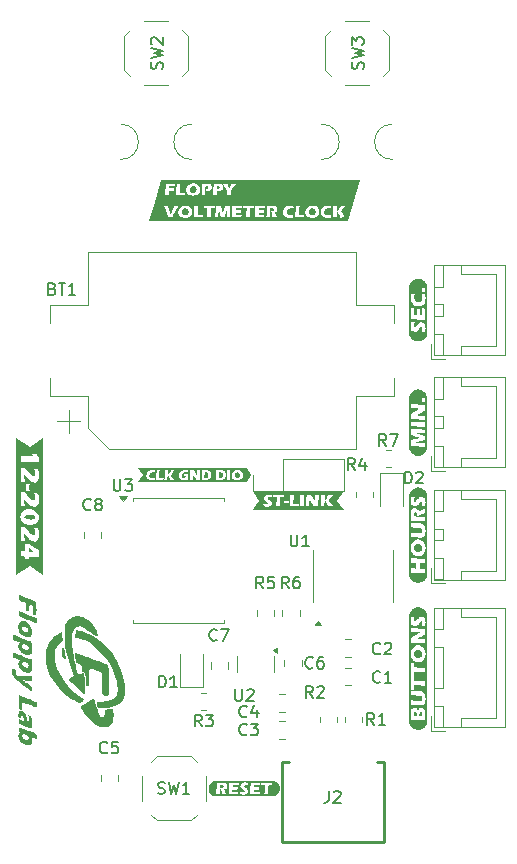
<source format=gbr>
%TF.GenerationSoftware,KiCad,Pcbnew,8.0.5*%
%TF.CreationDate,2025-01-18T12:13:08+01:00*%
%TF.ProjectId,Floppy voltmeter clock,466c6f70-7079-4207-966f-6c746d657465,1.0*%
%TF.SameCoordinates,Original*%
%TF.FileFunction,Legend,Top*%
%TF.FilePolarity,Positive*%
%FSLAX46Y46*%
G04 Gerber Fmt 4.6, Leading zero omitted, Abs format (unit mm)*
G04 Created by KiCad (PCBNEW 8.0.5) date 2025-01-18 12:13:08*
%MOMM*%
%LPD*%
G01*
G04 APERTURE LIST*
%ADD10C,0.150000*%
%ADD11C,0.120000*%
%ADD12C,0.000000*%
%ADD13C,0.254000*%
%ADD14C,0.100000*%
G04 APERTURE END LIST*
D10*
X209483333Y-107244819D02*
X209150000Y-106768628D01*
X208911905Y-107244819D02*
X208911905Y-106244819D01*
X208911905Y-106244819D02*
X209292857Y-106244819D01*
X209292857Y-106244819D02*
X209388095Y-106292438D01*
X209388095Y-106292438D02*
X209435714Y-106340057D01*
X209435714Y-106340057D02*
X209483333Y-106435295D01*
X209483333Y-106435295D02*
X209483333Y-106578152D01*
X209483333Y-106578152D02*
X209435714Y-106673390D01*
X209435714Y-106673390D02*
X209388095Y-106721009D01*
X209388095Y-106721009D02*
X209292857Y-106768628D01*
X209292857Y-106768628D02*
X208911905Y-106768628D01*
X209816667Y-106244819D02*
X210483333Y-106244819D01*
X210483333Y-106244819D02*
X210054762Y-107244819D01*
X204617666Y-136470819D02*
X204617666Y-137185104D01*
X204617666Y-137185104D02*
X204570047Y-137327961D01*
X204570047Y-137327961D02*
X204474809Y-137423200D01*
X204474809Y-137423200D02*
X204331952Y-137470819D01*
X204331952Y-137470819D02*
X204236714Y-137470819D01*
X205046238Y-136566057D02*
X205093857Y-136518438D01*
X205093857Y-136518438D02*
X205189095Y-136470819D01*
X205189095Y-136470819D02*
X205427190Y-136470819D01*
X205427190Y-136470819D02*
X205522428Y-136518438D01*
X205522428Y-136518438D02*
X205570047Y-136566057D01*
X205570047Y-136566057D02*
X205617666Y-136661295D01*
X205617666Y-136661295D02*
X205617666Y-136756533D01*
X205617666Y-136756533D02*
X205570047Y-136899390D01*
X205570047Y-136899390D02*
X204998619Y-137470819D01*
X204998619Y-137470819D02*
X205617666Y-137470819D01*
X185861333Y-133184580D02*
X185813714Y-133232200D01*
X185813714Y-133232200D02*
X185670857Y-133279819D01*
X185670857Y-133279819D02*
X185575619Y-133279819D01*
X185575619Y-133279819D02*
X185432762Y-133232200D01*
X185432762Y-133232200D02*
X185337524Y-133136961D01*
X185337524Y-133136961D02*
X185289905Y-133041723D01*
X185289905Y-133041723D02*
X185242286Y-132851247D01*
X185242286Y-132851247D02*
X185242286Y-132708390D01*
X185242286Y-132708390D02*
X185289905Y-132517914D01*
X185289905Y-132517914D02*
X185337524Y-132422676D01*
X185337524Y-132422676D02*
X185432762Y-132327438D01*
X185432762Y-132327438D02*
X185575619Y-132279819D01*
X185575619Y-132279819D02*
X185670857Y-132279819D01*
X185670857Y-132279819D02*
X185813714Y-132327438D01*
X185813714Y-132327438D02*
X185861333Y-132375057D01*
X186766095Y-132279819D02*
X186289905Y-132279819D01*
X186289905Y-132279819D02*
X186242286Y-132756009D01*
X186242286Y-132756009D02*
X186289905Y-132708390D01*
X186289905Y-132708390D02*
X186385143Y-132660771D01*
X186385143Y-132660771D02*
X186623238Y-132660771D01*
X186623238Y-132660771D02*
X186718476Y-132708390D01*
X186718476Y-132708390D02*
X186766095Y-132756009D01*
X186766095Y-132756009D02*
X186813714Y-132851247D01*
X186813714Y-132851247D02*
X186813714Y-133089342D01*
X186813714Y-133089342D02*
X186766095Y-133184580D01*
X186766095Y-133184580D02*
X186718476Y-133232200D01*
X186718476Y-133232200D02*
X186623238Y-133279819D01*
X186623238Y-133279819D02*
X186385143Y-133279819D01*
X186385143Y-133279819D02*
X186289905Y-133232200D01*
X186289905Y-133232200D02*
X186242286Y-133184580D01*
X208975333Y-127215580D02*
X208927714Y-127263200D01*
X208927714Y-127263200D02*
X208784857Y-127310819D01*
X208784857Y-127310819D02*
X208689619Y-127310819D01*
X208689619Y-127310819D02*
X208546762Y-127263200D01*
X208546762Y-127263200D02*
X208451524Y-127167961D01*
X208451524Y-127167961D02*
X208403905Y-127072723D01*
X208403905Y-127072723D02*
X208356286Y-126882247D01*
X208356286Y-126882247D02*
X208356286Y-126739390D01*
X208356286Y-126739390D02*
X208403905Y-126548914D01*
X208403905Y-126548914D02*
X208451524Y-126453676D01*
X208451524Y-126453676D02*
X208546762Y-126358438D01*
X208546762Y-126358438D02*
X208689619Y-126310819D01*
X208689619Y-126310819D02*
X208784857Y-126310819D01*
X208784857Y-126310819D02*
X208927714Y-126358438D01*
X208927714Y-126358438D02*
X208975333Y-126406057D01*
X209927714Y-127310819D02*
X209356286Y-127310819D01*
X209642000Y-127310819D02*
X209642000Y-126310819D01*
X209642000Y-126310819D02*
X209546762Y-126453676D01*
X209546762Y-126453676D02*
X209451524Y-126548914D01*
X209451524Y-126548914D02*
X209356286Y-126596533D01*
X207517200Y-75333332D02*
X207564819Y-75190475D01*
X207564819Y-75190475D02*
X207564819Y-74952380D01*
X207564819Y-74952380D02*
X207517200Y-74857142D01*
X207517200Y-74857142D02*
X207469580Y-74809523D01*
X207469580Y-74809523D02*
X207374342Y-74761904D01*
X207374342Y-74761904D02*
X207279104Y-74761904D01*
X207279104Y-74761904D02*
X207183866Y-74809523D01*
X207183866Y-74809523D02*
X207136247Y-74857142D01*
X207136247Y-74857142D02*
X207088628Y-74952380D01*
X207088628Y-74952380D02*
X207041009Y-75142856D01*
X207041009Y-75142856D02*
X206993390Y-75238094D01*
X206993390Y-75238094D02*
X206945771Y-75285713D01*
X206945771Y-75285713D02*
X206850533Y-75333332D01*
X206850533Y-75333332D02*
X206755295Y-75333332D01*
X206755295Y-75333332D02*
X206660057Y-75285713D01*
X206660057Y-75285713D02*
X206612438Y-75238094D01*
X206612438Y-75238094D02*
X206564819Y-75142856D01*
X206564819Y-75142856D02*
X206564819Y-74904761D01*
X206564819Y-74904761D02*
X206612438Y-74761904D01*
X206564819Y-74428570D02*
X207564819Y-74190475D01*
X207564819Y-74190475D02*
X206850533Y-73999999D01*
X206850533Y-73999999D02*
X207564819Y-73809523D01*
X207564819Y-73809523D02*
X206564819Y-73571428D01*
X206564819Y-73285713D02*
X206564819Y-72666666D01*
X206564819Y-72666666D02*
X206945771Y-72999999D01*
X206945771Y-72999999D02*
X206945771Y-72857142D01*
X206945771Y-72857142D02*
X206993390Y-72761904D01*
X206993390Y-72761904D02*
X207041009Y-72714285D01*
X207041009Y-72714285D02*
X207136247Y-72666666D01*
X207136247Y-72666666D02*
X207374342Y-72666666D01*
X207374342Y-72666666D02*
X207469580Y-72714285D01*
X207469580Y-72714285D02*
X207517200Y-72761904D01*
X207517200Y-72761904D02*
X207564819Y-72857142D01*
X207564819Y-72857142D02*
X207564819Y-73142856D01*
X207564819Y-73142856D02*
X207517200Y-73238094D01*
X207517200Y-73238094D02*
X207469580Y-73285713D01*
X201395095Y-114753819D02*
X201395095Y-115563342D01*
X201395095Y-115563342D02*
X201442714Y-115658580D01*
X201442714Y-115658580D02*
X201490333Y-115706200D01*
X201490333Y-115706200D02*
X201585571Y-115753819D01*
X201585571Y-115753819D02*
X201776047Y-115753819D01*
X201776047Y-115753819D02*
X201871285Y-115706200D01*
X201871285Y-115706200D02*
X201918904Y-115658580D01*
X201918904Y-115658580D02*
X201966523Y-115563342D01*
X201966523Y-115563342D02*
X201966523Y-114753819D01*
X202966523Y-115753819D02*
X202395095Y-115753819D01*
X202680809Y-115753819D02*
X202680809Y-114753819D01*
X202680809Y-114753819D02*
X202585571Y-114896676D01*
X202585571Y-114896676D02*
X202490333Y-114991914D01*
X202490333Y-114991914D02*
X202395095Y-115039533D01*
X196696095Y-127834819D02*
X196696095Y-128644342D01*
X196696095Y-128644342D02*
X196743714Y-128739580D01*
X196743714Y-128739580D02*
X196791333Y-128787200D01*
X196791333Y-128787200D02*
X196886571Y-128834819D01*
X196886571Y-128834819D02*
X197077047Y-128834819D01*
X197077047Y-128834819D02*
X197172285Y-128787200D01*
X197172285Y-128787200D02*
X197219904Y-128739580D01*
X197219904Y-128739580D02*
X197267523Y-128644342D01*
X197267523Y-128644342D02*
X197267523Y-127834819D01*
X197696095Y-127930057D02*
X197743714Y-127882438D01*
X197743714Y-127882438D02*
X197838952Y-127834819D01*
X197838952Y-127834819D02*
X198077047Y-127834819D01*
X198077047Y-127834819D02*
X198172285Y-127882438D01*
X198172285Y-127882438D02*
X198219904Y-127930057D01*
X198219904Y-127930057D02*
X198267523Y-128025295D01*
X198267523Y-128025295D02*
X198267523Y-128120533D01*
X198267523Y-128120533D02*
X198219904Y-128263390D01*
X198219904Y-128263390D02*
X197648476Y-128834819D01*
X197648476Y-128834819D02*
X198267523Y-128834819D01*
X203260333Y-126003580D02*
X203212714Y-126051200D01*
X203212714Y-126051200D02*
X203069857Y-126098819D01*
X203069857Y-126098819D02*
X202974619Y-126098819D01*
X202974619Y-126098819D02*
X202831762Y-126051200D01*
X202831762Y-126051200D02*
X202736524Y-125955961D01*
X202736524Y-125955961D02*
X202688905Y-125860723D01*
X202688905Y-125860723D02*
X202641286Y-125670247D01*
X202641286Y-125670247D02*
X202641286Y-125527390D01*
X202641286Y-125527390D02*
X202688905Y-125336914D01*
X202688905Y-125336914D02*
X202736524Y-125241676D01*
X202736524Y-125241676D02*
X202831762Y-125146438D01*
X202831762Y-125146438D02*
X202974619Y-125098819D01*
X202974619Y-125098819D02*
X203069857Y-125098819D01*
X203069857Y-125098819D02*
X203212714Y-125146438D01*
X203212714Y-125146438D02*
X203260333Y-125194057D01*
X204117476Y-125098819D02*
X203927000Y-125098819D01*
X203927000Y-125098819D02*
X203831762Y-125146438D01*
X203831762Y-125146438D02*
X203784143Y-125194057D01*
X203784143Y-125194057D02*
X203688905Y-125336914D01*
X203688905Y-125336914D02*
X203641286Y-125527390D01*
X203641286Y-125527390D02*
X203641286Y-125908342D01*
X203641286Y-125908342D02*
X203688905Y-126003580D01*
X203688905Y-126003580D02*
X203736524Y-126051200D01*
X203736524Y-126051200D02*
X203831762Y-126098819D01*
X203831762Y-126098819D02*
X204022238Y-126098819D01*
X204022238Y-126098819D02*
X204117476Y-126051200D01*
X204117476Y-126051200D02*
X204165095Y-126003580D01*
X204165095Y-126003580D02*
X204212714Y-125908342D01*
X204212714Y-125908342D02*
X204212714Y-125670247D01*
X204212714Y-125670247D02*
X204165095Y-125575009D01*
X204165095Y-125575009D02*
X204117476Y-125527390D01*
X204117476Y-125527390D02*
X204022238Y-125479771D01*
X204022238Y-125479771D02*
X203831762Y-125479771D01*
X203831762Y-125479771D02*
X203736524Y-125527390D01*
X203736524Y-125527390D02*
X203688905Y-125575009D01*
X203688905Y-125575009D02*
X203641286Y-125670247D01*
X197672333Y-131660580D02*
X197624714Y-131708200D01*
X197624714Y-131708200D02*
X197481857Y-131755819D01*
X197481857Y-131755819D02*
X197386619Y-131755819D01*
X197386619Y-131755819D02*
X197243762Y-131708200D01*
X197243762Y-131708200D02*
X197148524Y-131612961D01*
X197148524Y-131612961D02*
X197100905Y-131517723D01*
X197100905Y-131517723D02*
X197053286Y-131327247D01*
X197053286Y-131327247D02*
X197053286Y-131184390D01*
X197053286Y-131184390D02*
X197100905Y-130993914D01*
X197100905Y-130993914D02*
X197148524Y-130898676D01*
X197148524Y-130898676D02*
X197243762Y-130803438D01*
X197243762Y-130803438D02*
X197386619Y-130755819D01*
X197386619Y-130755819D02*
X197481857Y-130755819D01*
X197481857Y-130755819D02*
X197624714Y-130803438D01*
X197624714Y-130803438D02*
X197672333Y-130851057D01*
X198005667Y-130755819D02*
X198624714Y-130755819D01*
X198624714Y-130755819D02*
X198291381Y-131136771D01*
X198291381Y-131136771D02*
X198434238Y-131136771D01*
X198434238Y-131136771D02*
X198529476Y-131184390D01*
X198529476Y-131184390D02*
X198577095Y-131232009D01*
X198577095Y-131232009D02*
X198624714Y-131327247D01*
X198624714Y-131327247D02*
X198624714Y-131565342D01*
X198624714Y-131565342D02*
X198577095Y-131660580D01*
X198577095Y-131660580D02*
X198529476Y-131708200D01*
X198529476Y-131708200D02*
X198434238Y-131755819D01*
X198434238Y-131755819D02*
X198148524Y-131755819D01*
X198148524Y-131755819D02*
X198053286Y-131708200D01*
X198053286Y-131708200D02*
X198005667Y-131660580D01*
X186409095Y-110054819D02*
X186409095Y-110864342D01*
X186409095Y-110864342D02*
X186456714Y-110959580D01*
X186456714Y-110959580D02*
X186504333Y-111007200D01*
X186504333Y-111007200D02*
X186599571Y-111054819D01*
X186599571Y-111054819D02*
X186790047Y-111054819D01*
X186790047Y-111054819D02*
X186885285Y-111007200D01*
X186885285Y-111007200D02*
X186932904Y-110959580D01*
X186932904Y-110959580D02*
X186980523Y-110864342D01*
X186980523Y-110864342D02*
X186980523Y-110054819D01*
X187361476Y-110054819D02*
X187980523Y-110054819D01*
X187980523Y-110054819D02*
X187647190Y-110435771D01*
X187647190Y-110435771D02*
X187790047Y-110435771D01*
X187790047Y-110435771D02*
X187885285Y-110483390D01*
X187885285Y-110483390D02*
X187932904Y-110531009D01*
X187932904Y-110531009D02*
X187980523Y-110626247D01*
X187980523Y-110626247D02*
X187980523Y-110864342D01*
X187980523Y-110864342D02*
X187932904Y-110959580D01*
X187932904Y-110959580D02*
X187885285Y-111007200D01*
X187885285Y-111007200D02*
X187790047Y-111054819D01*
X187790047Y-111054819D02*
X187504333Y-111054819D01*
X187504333Y-111054819D02*
X187409095Y-111007200D01*
X187409095Y-111007200D02*
X187361476Y-110959580D01*
X199069333Y-119309819D02*
X198736000Y-118833628D01*
X198497905Y-119309819D02*
X198497905Y-118309819D01*
X198497905Y-118309819D02*
X198878857Y-118309819D01*
X198878857Y-118309819D02*
X198974095Y-118357438D01*
X198974095Y-118357438D02*
X199021714Y-118405057D01*
X199021714Y-118405057D02*
X199069333Y-118500295D01*
X199069333Y-118500295D02*
X199069333Y-118643152D01*
X199069333Y-118643152D02*
X199021714Y-118738390D01*
X199021714Y-118738390D02*
X198974095Y-118786009D01*
X198974095Y-118786009D02*
X198878857Y-118833628D01*
X198878857Y-118833628D02*
X198497905Y-118833628D01*
X199974095Y-118309819D02*
X199497905Y-118309819D01*
X199497905Y-118309819D02*
X199450286Y-118786009D01*
X199450286Y-118786009D02*
X199497905Y-118738390D01*
X199497905Y-118738390D02*
X199593143Y-118690771D01*
X199593143Y-118690771D02*
X199831238Y-118690771D01*
X199831238Y-118690771D02*
X199926476Y-118738390D01*
X199926476Y-118738390D02*
X199974095Y-118786009D01*
X199974095Y-118786009D02*
X200021714Y-118881247D01*
X200021714Y-118881247D02*
X200021714Y-119119342D01*
X200021714Y-119119342D02*
X199974095Y-119214580D01*
X199974095Y-119214580D02*
X199926476Y-119262200D01*
X199926476Y-119262200D02*
X199831238Y-119309819D01*
X199831238Y-119309819D02*
X199593143Y-119309819D01*
X199593143Y-119309819D02*
X199497905Y-119262200D01*
X199497905Y-119262200D02*
X199450286Y-119214580D01*
X184464333Y-112610580D02*
X184416714Y-112658200D01*
X184416714Y-112658200D02*
X184273857Y-112705819D01*
X184273857Y-112705819D02*
X184178619Y-112705819D01*
X184178619Y-112705819D02*
X184035762Y-112658200D01*
X184035762Y-112658200D02*
X183940524Y-112562961D01*
X183940524Y-112562961D02*
X183892905Y-112467723D01*
X183892905Y-112467723D02*
X183845286Y-112277247D01*
X183845286Y-112277247D02*
X183845286Y-112134390D01*
X183845286Y-112134390D02*
X183892905Y-111943914D01*
X183892905Y-111943914D02*
X183940524Y-111848676D01*
X183940524Y-111848676D02*
X184035762Y-111753438D01*
X184035762Y-111753438D02*
X184178619Y-111705819D01*
X184178619Y-111705819D02*
X184273857Y-111705819D01*
X184273857Y-111705819D02*
X184416714Y-111753438D01*
X184416714Y-111753438D02*
X184464333Y-111801057D01*
X185035762Y-112134390D02*
X184940524Y-112086771D01*
X184940524Y-112086771D02*
X184892905Y-112039152D01*
X184892905Y-112039152D02*
X184845286Y-111943914D01*
X184845286Y-111943914D02*
X184845286Y-111896295D01*
X184845286Y-111896295D02*
X184892905Y-111801057D01*
X184892905Y-111801057D02*
X184940524Y-111753438D01*
X184940524Y-111753438D02*
X185035762Y-111705819D01*
X185035762Y-111705819D02*
X185226238Y-111705819D01*
X185226238Y-111705819D02*
X185321476Y-111753438D01*
X185321476Y-111753438D02*
X185369095Y-111801057D01*
X185369095Y-111801057D02*
X185416714Y-111896295D01*
X185416714Y-111896295D02*
X185416714Y-111943914D01*
X185416714Y-111943914D02*
X185369095Y-112039152D01*
X185369095Y-112039152D02*
X185321476Y-112086771D01*
X185321476Y-112086771D02*
X185226238Y-112134390D01*
X185226238Y-112134390D02*
X185035762Y-112134390D01*
X185035762Y-112134390D02*
X184940524Y-112182009D01*
X184940524Y-112182009D02*
X184892905Y-112229628D01*
X184892905Y-112229628D02*
X184845286Y-112324866D01*
X184845286Y-112324866D02*
X184845286Y-112515342D01*
X184845286Y-112515342D02*
X184892905Y-112610580D01*
X184892905Y-112610580D02*
X184940524Y-112658200D01*
X184940524Y-112658200D02*
X185035762Y-112705819D01*
X185035762Y-112705819D02*
X185226238Y-112705819D01*
X185226238Y-112705819D02*
X185321476Y-112658200D01*
X185321476Y-112658200D02*
X185369095Y-112610580D01*
X185369095Y-112610580D02*
X185416714Y-112515342D01*
X185416714Y-112515342D02*
X185416714Y-112324866D01*
X185416714Y-112324866D02*
X185369095Y-112229628D01*
X185369095Y-112229628D02*
X185321476Y-112182009D01*
X185321476Y-112182009D02*
X185226238Y-112134390D01*
X195132333Y-123659580D02*
X195084714Y-123707200D01*
X195084714Y-123707200D02*
X194941857Y-123754819D01*
X194941857Y-123754819D02*
X194846619Y-123754819D01*
X194846619Y-123754819D02*
X194703762Y-123707200D01*
X194703762Y-123707200D02*
X194608524Y-123611961D01*
X194608524Y-123611961D02*
X194560905Y-123516723D01*
X194560905Y-123516723D02*
X194513286Y-123326247D01*
X194513286Y-123326247D02*
X194513286Y-123183390D01*
X194513286Y-123183390D02*
X194560905Y-122992914D01*
X194560905Y-122992914D02*
X194608524Y-122897676D01*
X194608524Y-122897676D02*
X194703762Y-122802438D01*
X194703762Y-122802438D02*
X194846619Y-122754819D01*
X194846619Y-122754819D02*
X194941857Y-122754819D01*
X194941857Y-122754819D02*
X195084714Y-122802438D01*
X195084714Y-122802438D02*
X195132333Y-122850057D01*
X195465667Y-122754819D02*
X196132333Y-122754819D01*
X196132333Y-122754819D02*
X195703762Y-123754819D01*
X181214285Y-93931009D02*
X181357142Y-93978628D01*
X181357142Y-93978628D02*
X181404761Y-94026247D01*
X181404761Y-94026247D02*
X181452380Y-94121485D01*
X181452380Y-94121485D02*
X181452380Y-94264342D01*
X181452380Y-94264342D02*
X181404761Y-94359580D01*
X181404761Y-94359580D02*
X181357142Y-94407200D01*
X181357142Y-94407200D02*
X181261904Y-94454819D01*
X181261904Y-94454819D02*
X180880952Y-94454819D01*
X180880952Y-94454819D02*
X180880952Y-93454819D01*
X180880952Y-93454819D02*
X181214285Y-93454819D01*
X181214285Y-93454819D02*
X181309523Y-93502438D01*
X181309523Y-93502438D02*
X181357142Y-93550057D01*
X181357142Y-93550057D02*
X181404761Y-93645295D01*
X181404761Y-93645295D02*
X181404761Y-93740533D01*
X181404761Y-93740533D02*
X181357142Y-93835771D01*
X181357142Y-93835771D02*
X181309523Y-93883390D01*
X181309523Y-93883390D02*
X181214285Y-93931009D01*
X181214285Y-93931009D02*
X180880952Y-93931009D01*
X181738095Y-93454819D02*
X182309523Y-93454819D01*
X182023809Y-94454819D02*
X182023809Y-93454819D01*
X183166666Y-94454819D02*
X182595238Y-94454819D01*
X182880952Y-94454819D02*
X182880952Y-93454819D01*
X182880952Y-93454819D02*
X182785714Y-93597676D01*
X182785714Y-93597676D02*
X182690476Y-93692914D01*
X182690476Y-93692914D02*
X182595238Y-93740533D01*
X203260333Y-128580819D02*
X202927000Y-128104628D01*
X202688905Y-128580819D02*
X202688905Y-127580819D01*
X202688905Y-127580819D02*
X203069857Y-127580819D01*
X203069857Y-127580819D02*
X203165095Y-127628438D01*
X203165095Y-127628438D02*
X203212714Y-127676057D01*
X203212714Y-127676057D02*
X203260333Y-127771295D01*
X203260333Y-127771295D02*
X203260333Y-127914152D01*
X203260333Y-127914152D02*
X203212714Y-128009390D01*
X203212714Y-128009390D02*
X203165095Y-128057009D01*
X203165095Y-128057009D02*
X203069857Y-128104628D01*
X203069857Y-128104628D02*
X202688905Y-128104628D01*
X203641286Y-127676057D02*
X203688905Y-127628438D01*
X203688905Y-127628438D02*
X203784143Y-127580819D01*
X203784143Y-127580819D02*
X204022238Y-127580819D01*
X204022238Y-127580819D02*
X204117476Y-127628438D01*
X204117476Y-127628438D02*
X204165095Y-127676057D01*
X204165095Y-127676057D02*
X204212714Y-127771295D01*
X204212714Y-127771295D02*
X204212714Y-127866533D01*
X204212714Y-127866533D02*
X204165095Y-128009390D01*
X204165095Y-128009390D02*
X203593667Y-128580819D01*
X203593667Y-128580819D02*
X204212714Y-128580819D01*
X208975333Y-124802580D02*
X208927714Y-124850200D01*
X208927714Y-124850200D02*
X208784857Y-124897819D01*
X208784857Y-124897819D02*
X208689619Y-124897819D01*
X208689619Y-124897819D02*
X208546762Y-124850200D01*
X208546762Y-124850200D02*
X208451524Y-124754961D01*
X208451524Y-124754961D02*
X208403905Y-124659723D01*
X208403905Y-124659723D02*
X208356286Y-124469247D01*
X208356286Y-124469247D02*
X208356286Y-124326390D01*
X208356286Y-124326390D02*
X208403905Y-124135914D01*
X208403905Y-124135914D02*
X208451524Y-124040676D01*
X208451524Y-124040676D02*
X208546762Y-123945438D01*
X208546762Y-123945438D02*
X208689619Y-123897819D01*
X208689619Y-123897819D02*
X208784857Y-123897819D01*
X208784857Y-123897819D02*
X208927714Y-123945438D01*
X208927714Y-123945438D02*
X208975333Y-123993057D01*
X209356286Y-123993057D02*
X209403905Y-123945438D01*
X209403905Y-123945438D02*
X209499143Y-123897819D01*
X209499143Y-123897819D02*
X209737238Y-123897819D01*
X209737238Y-123897819D02*
X209832476Y-123945438D01*
X209832476Y-123945438D02*
X209880095Y-123993057D01*
X209880095Y-123993057D02*
X209927714Y-124088295D01*
X209927714Y-124088295D02*
X209927714Y-124183533D01*
X209927714Y-124183533D02*
X209880095Y-124326390D01*
X209880095Y-124326390D02*
X209308667Y-124897819D01*
X209308667Y-124897819D02*
X209927714Y-124897819D01*
X190242905Y-127691819D02*
X190242905Y-126691819D01*
X190242905Y-126691819D02*
X190481000Y-126691819D01*
X190481000Y-126691819D02*
X190623857Y-126739438D01*
X190623857Y-126739438D02*
X190719095Y-126834676D01*
X190719095Y-126834676D02*
X190766714Y-126929914D01*
X190766714Y-126929914D02*
X190814333Y-127120390D01*
X190814333Y-127120390D02*
X190814333Y-127263247D01*
X190814333Y-127263247D02*
X190766714Y-127453723D01*
X190766714Y-127453723D02*
X190719095Y-127548961D01*
X190719095Y-127548961D02*
X190623857Y-127644200D01*
X190623857Y-127644200D02*
X190481000Y-127691819D01*
X190481000Y-127691819D02*
X190242905Y-127691819D01*
X191766714Y-127691819D02*
X191195286Y-127691819D01*
X191481000Y-127691819D02*
X191481000Y-126691819D01*
X191481000Y-126691819D02*
X191385762Y-126834676D01*
X191385762Y-126834676D02*
X191290524Y-126929914D01*
X191290524Y-126929914D02*
X191195286Y-126977533D01*
X193862333Y-130993819D02*
X193529000Y-130517628D01*
X193290905Y-130993819D02*
X193290905Y-129993819D01*
X193290905Y-129993819D02*
X193671857Y-129993819D01*
X193671857Y-129993819D02*
X193767095Y-130041438D01*
X193767095Y-130041438D02*
X193814714Y-130089057D01*
X193814714Y-130089057D02*
X193862333Y-130184295D01*
X193862333Y-130184295D02*
X193862333Y-130327152D01*
X193862333Y-130327152D02*
X193814714Y-130422390D01*
X193814714Y-130422390D02*
X193767095Y-130470009D01*
X193767095Y-130470009D02*
X193671857Y-130517628D01*
X193671857Y-130517628D02*
X193290905Y-130517628D01*
X194195667Y-129993819D02*
X194814714Y-129993819D01*
X194814714Y-129993819D02*
X194481381Y-130374771D01*
X194481381Y-130374771D02*
X194624238Y-130374771D01*
X194624238Y-130374771D02*
X194719476Y-130422390D01*
X194719476Y-130422390D02*
X194767095Y-130470009D01*
X194767095Y-130470009D02*
X194814714Y-130565247D01*
X194814714Y-130565247D02*
X194814714Y-130803342D01*
X194814714Y-130803342D02*
X194767095Y-130898580D01*
X194767095Y-130898580D02*
X194719476Y-130946200D01*
X194719476Y-130946200D02*
X194624238Y-130993819D01*
X194624238Y-130993819D02*
X194338524Y-130993819D01*
X194338524Y-130993819D02*
X194243286Y-130946200D01*
X194243286Y-130946200D02*
X194195667Y-130898580D01*
X201228333Y-119309819D02*
X200895000Y-118833628D01*
X200656905Y-119309819D02*
X200656905Y-118309819D01*
X200656905Y-118309819D02*
X201037857Y-118309819D01*
X201037857Y-118309819D02*
X201133095Y-118357438D01*
X201133095Y-118357438D02*
X201180714Y-118405057D01*
X201180714Y-118405057D02*
X201228333Y-118500295D01*
X201228333Y-118500295D02*
X201228333Y-118643152D01*
X201228333Y-118643152D02*
X201180714Y-118738390D01*
X201180714Y-118738390D02*
X201133095Y-118786009D01*
X201133095Y-118786009D02*
X201037857Y-118833628D01*
X201037857Y-118833628D02*
X200656905Y-118833628D01*
X202085476Y-118309819D02*
X201895000Y-118309819D01*
X201895000Y-118309819D02*
X201799762Y-118357438D01*
X201799762Y-118357438D02*
X201752143Y-118405057D01*
X201752143Y-118405057D02*
X201656905Y-118547914D01*
X201656905Y-118547914D02*
X201609286Y-118738390D01*
X201609286Y-118738390D02*
X201609286Y-119119342D01*
X201609286Y-119119342D02*
X201656905Y-119214580D01*
X201656905Y-119214580D02*
X201704524Y-119262200D01*
X201704524Y-119262200D02*
X201799762Y-119309819D01*
X201799762Y-119309819D02*
X201990238Y-119309819D01*
X201990238Y-119309819D02*
X202085476Y-119262200D01*
X202085476Y-119262200D02*
X202133095Y-119214580D01*
X202133095Y-119214580D02*
X202180714Y-119119342D01*
X202180714Y-119119342D02*
X202180714Y-118881247D01*
X202180714Y-118881247D02*
X202133095Y-118786009D01*
X202133095Y-118786009D02*
X202085476Y-118738390D01*
X202085476Y-118738390D02*
X201990238Y-118690771D01*
X201990238Y-118690771D02*
X201799762Y-118690771D01*
X201799762Y-118690771D02*
X201704524Y-118738390D01*
X201704524Y-118738390D02*
X201656905Y-118786009D01*
X201656905Y-118786009D02*
X201609286Y-118881247D01*
X208467333Y-130866819D02*
X208134000Y-130390628D01*
X207895905Y-130866819D02*
X207895905Y-129866819D01*
X207895905Y-129866819D02*
X208276857Y-129866819D01*
X208276857Y-129866819D02*
X208372095Y-129914438D01*
X208372095Y-129914438D02*
X208419714Y-129962057D01*
X208419714Y-129962057D02*
X208467333Y-130057295D01*
X208467333Y-130057295D02*
X208467333Y-130200152D01*
X208467333Y-130200152D02*
X208419714Y-130295390D01*
X208419714Y-130295390D02*
X208372095Y-130343009D01*
X208372095Y-130343009D02*
X208276857Y-130390628D01*
X208276857Y-130390628D02*
X207895905Y-130390628D01*
X209419714Y-130866819D02*
X208848286Y-130866819D01*
X209134000Y-130866819D02*
X209134000Y-129866819D01*
X209134000Y-129866819D02*
X209038762Y-130009676D01*
X209038762Y-130009676D02*
X208943524Y-130104914D01*
X208943524Y-130104914D02*
X208848286Y-130152533D01*
X206816333Y-109276819D02*
X206483000Y-108800628D01*
X206244905Y-109276819D02*
X206244905Y-108276819D01*
X206244905Y-108276819D02*
X206625857Y-108276819D01*
X206625857Y-108276819D02*
X206721095Y-108324438D01*
X206721095Y-108324438D02*
X206768714Y-108372057D01*
X206768714Y-108372057D02*
X206816333Y-108467295D01*
X206816333Y-108467295D02*
X206816333Y-108610152D01*
X206816333Y-108610152D02*
X206768714Y-108705390D01*
X206768714Y-108705390D02*
X206721095Y-108753009D01*
X206721095Y-108753009D02*
X206625857Y-108800628D01*
X206625857Y-108800628D02*
X206244905Y-108800628D01*
X207673476Y-108610152D02*
X207673476Y-109276819D01*
X207435381Y-108229200D02*
X207197286Y-108943485D01*
X207197286Y-108943485D02*
X207816333Y-108943485D01*
X211070905Y-110419819D02*
X211070905Y-109419819D01*
X211070905Y-109419819D02*
X211309000Y-109419819D01*
X211309000Y-109419819D02*
X211451857Y-109467438D01*
X211451857Y-109467438D02*
X211547095Y-109562676D01*
X211547095Y-109562676D02*
X211594714Y-109657914D01*
X211594714Y-109657914D02*
X211642333Y-109848390D01*
X211642333Y-109848390D02*
X211642333Y-109991247D01*
X211642333Y-109991247D02*
X211594714Y-110181723D01*
X211594714Y-110181723D02*
X211547095Y-110276961D01*
X211547095Y-110276961D02*
X211451857Y-110372200D01*
X211451857Y-110372200D02*
X211309000Y-110419819D01*
X211309000Y-110419819D02*
X211070905Y-110419819D01*
X212023286Y-109515057D02*
X212070905Y-109467438D01*
X212070905Y-109467438D02*
X212166143Y-109419819D01*
X212166143Y-109419819D02*
X212404238Y-109419819D01*
X212404238Y-109419819D02*
X212499476Y-109467438D01*
X212499476Y-109467438D02*
X212547095Y-109515057D01*
X212547095Y-109515057D02*
X212594714Y-109610295D01*
X212594714Y-109610295D02*
X212594714Y-109705533D01*
X212594714Y-109705533D02*
X212547095Y-109848390D01*
X212547095Y-109848390D02*
X211975667Y-110419819D01*
X211975667Y-110419819D02*
X212594714Y-110419819D01*
X197672333Y-130136580D02*
X197624714Y-130184200D01*
X197624714Y-130184200D02*
X197481857Y-130231819D01*
X197481857Y-130231819D02*
X197386619Y-130231819D01*
X197386619Y-130231819D02*
X197243762Y-130184200D01*
X197243762Y-130184200D02*
X197148524Y-130088961D01*
X197148524Y-130088961D02*
X197100905Y-129993723D01*
X197100905Y-129993723D02*
X197053286Y-129803247D01*
X197053286Y-129803247D02*
X197053286Y-129660390D01*
X197053286Y-129660390D02*
X197100905Y-129469914D01*
X197100905Y-129469914D02*
X197148524Y-129374676D01*
X197148524Y-129374676D02*
X197243762Y-129279438D01*
X197243762Y-129279438D02*
X197386619Y-129231819D01*
X197386619Y-129231819D02*
X197481857Y-129231819D01*
X197481857Y-129231819D02*
X197624714Y-129279438D01*
X197624714Y-129279438D02*
X197672333Y-129327057D01*
X198529476Y-129565152D02*
X198529476Y-130231819D01*
X198291381Y-129184200D02*
X198053286Y-129898485D01*
X198053286Y-129898485D02*
X198672333Y-129898485D01*
X190499200Y-75333332D02*
X190546819Y-75190475D01*
X190546819Y-75190475D02*
X190546819Y-74952380D01*
X190546819Y-74952380D02*
X190499200Y-74857142D01*
X190499200Y-74857142D02*
X190451580Y-74809523D01*
X190451580Y-74809523D02*
X190356342Y-74761904D01*
X190356342Y-74761904D02*
X190261104Y-74761904D01*
X190261104Y-74761904D02*
X190165866Y-74809523D01*
X190165866Y-74809523D02*
X190118247Y-74857142D01*
X190118247Y-74857142D02*
X190070628Y-74952380D01*
X190070628Y-74952380D02*
X190023009Y-75142856D01*
X190023009Y-75142856D02*
X189975390Y-75238094D01*
X189975390Y-75238094D02*
X189927771Y-75285713D01*
X189927771Y-75285713D02*
X189832533Y-75333332D01*
X189832533Y-75333332D02*
X189737295Y-75333332D01*
X189737295Y-75333332D02*
X189642057Y-75285713D01*
X189642057Y-75285713D02*
X189594438Y-75238094D01*
X189594438Y-75238094D02*
X189546819Y-75142856D01*
X189546819Y-75142856D02*
X189546819Y-74904761D01*
X189546819Y-74904761D02*
X189594438Y-74761904D01*
X189546819Y-74428570D02*
X190546819Y-74190475D01*
X190546819Y-74190475D02*
X189832533Y-73999999D01*
X189832533Y-73999999D02*
X190546819Y-73809523D01*
X190546819Y-73809523D02*
X189546819Y-73571428D01*
X189642057Y-73238094D02*
X189594438Y-73190475D01*
X189594438Y-73190475D02*
X189546819Y-73095237D01*
X189546819Y-73095237D02*
X189546819Y-72857142D01*
X189546819Y-72857142D02*
X189594438Y-72761904D01*
X189594438Y-72761904D02*
X189642057Y-72714285D01*
X189642057Y-72714285D02*
X189737295Y-72666666D01*
X189737295Y-72666666D02*
X189832533Y-72666666D01*
X189832533Y-72666666D02*
X189975390Y-72714285D01*
X189975390Y-72714285D02*
X190546819Y-73285713D01*
X190546819Y-73285713D02*
X190546819Y-72666666D01*
X190160667Y-136661200D02*
X190303524Y-136708819D01*
X190303524Y-136708819D02*
X190541619Y-136708819D01*
X190541619Y-136708819D02*
X190636857Y-136661200D01*
X190636857Y-136661200D02*
X190684476Y-136613580D01*
X190684476Y-136613580D02*
X190732095Y-136518342D01*
X190732095Y-136518342D02*
X190732095Y-136423104D01*
X190732095Y-136423104D02*
X190684476Y-136327866D01*
X190684476Y-136327866D02*
X190636857Y-136280247D01*
X190636857Y-136280247D02*
X190541619Y-136232628D01*
X190541619Y-136232628D02*
X190351143Y-136185009D01*
X190351143Y-136185009D02*
X190255905Y-136137390D01*
X190255905Y-136137390D02*
X190208286Y-136089771D01*
X190208286Y-136089771D02*
X190160667Y-135994533D01*
X190160667Y-135994533D02*
X190160667Y-135899295D01*
X190160667Y-135899295D02*
X190208286Y-135804057D01*
X190208286Y-135804057D02*
X190255905Y-135756438D01*
X190255905Y-135756438D02*
X190351143Y-135708819D01*
X190351143Y-135708819D02*
X190589238Y-135708819D01*
X190589238Y-135708819D02*
X190732095Y-135756438D01*
X191065429Y-135708819D02*
X191303524Y-136708819D01*
X191303524Y-136708819D02*
X191494000Y-135994533D01*
X191494000Y-135994533D02*
X191684476Y-136708819D01*
X191684476Y-136708819D02*
X191922572Y-135708819D01*
X192827333Y-136708819D02*
X192255905Y-136708819D01*
X192541619Y-136708819D02*
X192541619Y-135708819D01*
X192541619Y-135708819D02*
X192446381Y-135851676D01*
X192446381Y-135851676D02*
X192351143Y-135946914D01*
X192351143Y-135946914D02*
X192255905Y-135994533D01*
D11*
%TO.C,J5*%
X213250000Y-108100000D02*
X213250000Y-109350000D01*
X213250000Y-109350000D02*
X214500000Y-109350000D01*
X213540000Y-101440000D02*
X213540000Y-109060000D01*
X213540000Y-109060000D02*
X219510000Y-109060000D01*
X213550000Y-101450000D02*
X213550000Y-103250000D01*
X213550000Y-103250000D02*
X214300000Y-103250000D01*
X213550000Y-104750000D02*
X213550000Y-105750000D01*
X213550000Y-105750000D02*
X214300000Y-105750000D01*
X213550000Y-107250000D02*
X213550000Y-109050000D01*
X213550000Y-109050000D02*
X214300000Y-109050000D01*
X214300000Y-101450000D02*
X213550000Y-101450000D01*
X214300000Y-103250000D02*
X214300000Y-101450000D01*
X214300000Y-104750000D02*
X213550000Y-104750000D01*
X214300000Y-105750000D02*
X214300000Y-104750000D01*
X214300000Y-107250000D02*
X213550000Y-107250000D01*
X214300000Y-109050000D02*
X214300000Y-107250000D01*
X215800000Y-101450000D02*
X215800000Y-102200000D01*
X215800000Y-102200000D02*
X218750000Y-102200000D01*
X215800000Y-108300000D02*
X218750000Y-108300000D01*
X215800000Y-109050000D02*
X215800000Y-108300000D01*
X218750000Y-102200000D02*
X218750000Y-105250000D01*
X218750000Y-108300000D02*
X218750000Y-105250000D01*
X219510000Y-101440000D02*
X213540000Y-101440000D01*
X219510000Y-109060000D02*
X219510000Y-101440000D01*
%TO.C,R7*%
X209877064Y-107579000D02*
X209422936Y-107579000D01*
X209877064Y-109049000D02*
X209422936Y-109049000D01*
D12*
%TO.C,kibuzzard-675B2EC4*%
G36*
X179457989Y-116069209D02*
G01*
X179553593Y-116136242D01*
X179632165Y-116188989D01*
X179733813Y-116254923D01*
X179238209Y-116231846D01*
X179238209Y-115909868D01*
X179457989Y-116069209D01*
G37*
G36*
X179321725Y-113058769D02*
G01*
X179438209Y-113073604D01*
X179533538Y-113095582D01*
X179617330Y-113126352D01*
X179719527Y-113204374D01*
X179750297Y-113296681D01*
X179727495Y-113375527D01*
X179659088Y-113436242D01*
X179543978Y-113474978D01*
X179381066Y-113487890D01*
X179203593Y-113475802D01*
X179036011Y-113437341D01*
X178912934Y-113376352D01*
X178855791Y-113310418D01*
X178841505Y-113246132D01*
X178883264Y-113142286D01*
X179001396Y-113075802D01*
X179087797Y-113059319D01*
X179194253Y-113053824D01*
X179321725Y-113058769D01*
G37*
G36*
X180450663Y-107335143D02*
G01*
X180450663Y-107897780D01*
X180450663Y-116858220D01*
X180450663Y-117420857D01*
X180450663Y-118189966D01*
X179297000Y-117420857D01*
X178143337Y-118189966D01*
X178143337Y-117420857D01*
X178143337Y-116858220D01*
X178143337Y-116140637D01*
X178547000Y-116140637D01*
X178548648Y-116265912D01*
X178549198Y-116380198D01*
X178548648Y-116494758D01*
X178547000Y-116605473D01*
X178712079Y-116606449D01*
X178839552Y-116609380D01*
X178929418Y-116614264D01*
X178930516Y-116659319D01*
X178929418Y-116772231D01*
X178926121Y-116853824D01*
X178977769Y-116853824D01*
X179120352Y-116854923D01*
X179255791Y-116858220D01*
X179253044Y-116815363D01*
X179252495Y-116750527D01*
X179254692Y-116626352D01*
X179396038Y-116629786D01*
X179591505Y-116637890D01*
X179741017Y-116645766D01*
X179892849Y-116655473D01*
X180047000Y-116667011D01*
X180045352Y-116534593D01*
X180044802Y-116405473D01*
X180045352Y-116261791D01*
X180047000Y-116101077D01*
X179906768Y-116010906D01*
X179768856Y-115917683D01*
X179633264Y-115821407D01*
X179506219Y-115727451D01*
X179393947Y-115641187D01*
X179296451Y-115562615D01*
X179236011Y-115561516D01*
X179027220Y-115552725D01*
X178955791Y-115549429D01*
X178921725Y-115546132D01*
X178928319Y-115959319D01*
X178928319Y-116049429D01*
X178929418Y-116169209D01*
X178754692Y-116158220D01*
X178647824Y-116149978D01*
X178547000Y-116140637D01*
X178143337Y-116140637D01*
X178143337Y-115263714D01*
X178547000Y-115263714D01*
X178652495Y-115271269D01*
X178740407Y-115278549D01*
X178872275Y-115288989D01*
X178862385Y-115167011D01*
X178857989Y-114990637D01*
X178855791Y-114820857D01*
X178856890Y-114699978D01*
X178950419Y-114801810D01*
X179037598Y-114893385D01*
X179118429Y-114974703D01*
X179239582Y-115087341D01*
X179356890Y-115185692D01*
X179434363Y-115242286D01*
X179512934Y-115288989D01*
X179623923Y-115334044D01*
X179723923Y-115346132D01*
X179867330Y-115304374D01*
X179983813Y-115179099D01*
X180026533Y-115090088D01*
X180054692Y-114990088D01*
X180070352Y-114882121D01*
X180075571Y-114769209D01*
X180070199Y-114596681D01*
X180054082Y-114416095D01*
X180027220Y-114227451D01*
X179845901Y-114198879D01*
X179688758Y-114170308D01*
X179720077Y-114302038D01*
X179739308Y-114402725D01*
X179752495Y-114564813D01*
X179742604Y-114664813D01*
X179716231Y-114739538D01*
X179676121Y-114784593D01*
X179620626Y-114798879D01*
X179573374Y-114790088D01*
X179490956Y-114740637D01*
X179403319Y-114668110D01*
X179307440Y-114580198D01*
X179221969Y-114496437D01*
X179132592Y-114404862D01*
X179039308Y-114305473D01*
X178950022Y-114205198D01*
X178857989Y-114095582D01*
X178683813Y-114088440D01*
X178547000Y-114081297D01*
X178547962Y-114212959D01*
X178548648Y-114358495D01*
X178549060Y-114517904D01*
X178549198Y-114691187D01*
X178549060Y-114839058D01*
X178548648Y-114983769D01*
X178547962Y-115125321D01*
X178547000Y-115263714D01*
X178143337Y-115263714D01*
X178143337Y-114081297D01*
X178143337Y-113228549D01*
X178518429Y-113228549D01*
X178532989Y-113379923D01*
X178576670Y-113521956D01*
X178646863Y-113645995D01*
X178740956Y-113743385D01*
X178864170Y-113818659D01*
X179021725Y-113876352D01*
X179197275Y-113913027D01*
X179374473Y-113925253D01*
X179519466Y-113916400D01*
X179651151Y-113889844D01*
X179769527Y-113845582D01*
X179912522Y-113750253D01*
X180006341Y-113623604D01*
X180058264Y-113472643D01*
X180075571Y-113304374D01*
X180062247Y-113159868D01*
X180022275Y-113023055D01*
X179954555Y-112901352D01*
X179857989Y-112802176D01*
X179730791Y-112724016D01*
X179571176Y-112665363D01*
X179393703Y-112628687D01*
X179212934Y-112616462D01*
X179066918Y-112625253D01*
X178929967Y-112651626D01*
X178806478Y-112699978D01*
X178700846Y-112774703D01*
X178617604Y-112869758D01*
X178561286Y-112979099D01*
X178529143Y-113099703D01*
X178518429Y-113228549D01*
X178143337Y-113228549D01*
X178143337Y-112331846D01*
X178547000Y-112331846D01*
X178652495Y-112339401D01*
X178740407Y-112346681D01*
X178872275Y-112357121D01*
X178862385Y-112235143D01*
X178857989Y-112058769D01*
X178855791Y-111888989D01*
X178856890Y-111768110D01*
X178950419Y-111869941D01*
X179037598Y-111961516D01*
X179118429Y-112042835D01*
X179239582Y-112155473D01*
X179356890Y-112253824D01*
X179434363Y-112310418D01*
X179512934Y-112357121D01*
X179623923Y-112402176D01*
X179723923Y-112414264D01*
X179867330Y-112372505D01*
X179983813Y-112247231D01*
X180026533Y-112158220D01*
X180054692Y-112058220D01*
X180070352Y-111950253D01*
X180075571Y-111837341D01*
X180070199Y-111664813D01*
X180054082Y-111484227D01*
X180027220Y-111295582D01*
X179845901Y-111267011D01*
X179688758Y-111238440D01*
X179720077Y-111370170D01*
X179739308Y-111470857D01*
X179752495Y-111632945D01*
X179742604Y-111732945D01*
X179716231Y-111807670D01*
X179676121Y-111852725D01*
X179620626Y-111867011D01*
X179573374Y-111858220D01*
X179490956Y-111808769D01*
X179403319Y-111736242D01*
X179307440Y-111648330D01*
X179221969Y-111564569D01*
X179132592Y-111472994D01*
X179039308Y-111373604D01*
X178950022Y-111273330D01*
X178857989Y-111163714D01*
X178683813Y-111156571D01*
X178547000Y-111149429D01*
X178547962Y-111281091D01*
X178548648Y-111426626D01*
X178549060Y-111586036D01*
X178549198Y-111759319D01*
X178549060Y-111907190D01*
X178548648Y-112051901D01*
X178547962Y-112193453D01*
X178547000Y-112331846D01*
X178143337Y-112331846D01*
X178143337Y-111149429D01*
X178143337Y-111050527D01*
X178978868Y-111050527D01*
X179136286Y-111056297D01*
X179283264Y-111067011D01*
X179279967Y-110915637D01*
X179278868Y-110771407D01*
X179279967Y-110628549D01*
X179283264Y-110476901D01*
X179134637Y-110471132D01*
X178978868Y-110460418D01*
X178981341Y-110611516D01*
X178982165Y-110754923D01*
X178981341Y-110898604D01*
X178978868Y-111050527D01*
X178143337Y-111050527D01*
X178143337Y-110460418D01*
X178143337Y-110264813D01*
X178547000Y-110264813D01*
X178652495Y-110272368D01*
X178740407Y-110279648D01*
X178872275Y-110290088D01*
X178862385Y-110168110D01*
X178857989Y-109991736D01*
X178855791Y-109821956D01*
X178856890Y-109701077D01*
X178950419Y-109802908D01*
X179037598Y-109894484D01*
X179118429Y-109975802D01*
X179239582Y-110088440D01*
X179356890Y-110186791D01*
X179434363Y-110243385D01*
X179512934Y-110290088D01*
X179623923Y-110335143D01*
X179723923Y-110347231D01*
X179867330Y-110305473D01*
X179983813Y-110180198D01*
X180026533Y-110091187D01*
X180054692Y-109991187D01*
X180070352Y-109883220D01*
X180075571Y-109770308D01*
X180070199Y-109597780D01*
X180054082Y-109417194D01*
X180027220Y-109228549D01*
X179845901Y-109199978D01*
X179688758Y-109171407D01*
X179720077Y-109303137D01*
X179739308Y-109403824D01*
X179752495Y-109565912D01*
X179742604Y-109665912D01*
X179716231Y-109740637D01*
X179676121Y-109785692D01*
X179620626Y-109799978D01*
X179573374Y-109791187D01*
X179490956Y-109741736D01*
X179403319Y-109669209D01*
X179307440Y-109581297D01*
X179221969Y-109497536D01*
X179132592Y-109405961D01*
X179039308Y-109306571D01*
X178950022Y-109206297D01*
X178857989Y-109096681D01*
X178683813Y-109089538D01*
X178547000Y-109082396D01*
X178547962Y-109214058D01*
X178548648Y-109359593D01*
X178549060Y-109519003D01*
X178549198Y-109692286D01*
X178549060Y-109840157D01*
X178548648Y-109984868D01*
X178547962Y-110126420D01*
X178547000Y-110264813D01*
X178143337Y-110264813D01*
X178143337Y-109082396D01*
X178143337Y-108082396D01*
X178547000Y-108082396D01*
X178548648Y-108198879D01*
X178549198Y-108341736D01*
X178548648Y-108465637D01*
X178547000Y-108569209D01*
X178689857Y-108569209D01*
X178988758Y-108580198D01*
X179801945Y-108627451D01*
X180047000Y-108649429D01*
X180045352Y-108524429D01*
X180044802Y-108402176D01*
X180045352Y-108282121D01*
X180047000Y-108176901D01*
X180010187Y-108129099D01*
X179954692Y-108042286D01*
X179878868Y-107915363D01*
X179693703Y-107909868D01*
X179575984Y-107904099D01*
X179474473Y-107897780D01*
X179549885Y-108003824D01*
X179591505Y-108064813D01*
X179641505Y-108143934D01*
X179508294Y-108139661D01*
X179326976Y-108131236D01*
X179097549Y-108118659D01*
X178867391Y-108104862D01*
X178683874Y-108092774D01*
X178547000Y-108082396D01*
X178143337Y-108082396D01*
X178143337Y-107897780D01*
X178143337Y-107335143D01*
X178143337Y-106566034D01*
X179297000Y-107335143D01*
X180450663Y-106566034D01*
X180450663Y-107335143D01*
G37*
D13*
%TO.C,J2*%
X200656000Y-133975000D02*
X200656000Y-140775000D01*
X200656000Y-133975000D02*
X201269000Y-133975000D01*
X200656000Y-140775000D02*
X209320000Y-140775000D01*
X208731000Y-133975000D02*
X209320000Y-133975000D01*
X209320000Y-140775000D02*
X209320000Y-133975000D01*
D11*
%TO.C,J3*%
X213250000Y-130100000D02*
X213250000Y-131350000D01*
X213250000Y-131350000D02*
X214500000Y-131350000D01*
X213540000Y-120940000D02*
X213540000Y-131060000D01*
X213540000Y-131060000D02*
X219510000Y-131060000D01*
X213550000Y-120950000D02*
X213550000Y-122750000D01*
X213550000Y-122750000D02*
X214300000Y-122750000D01*
X213550000Y-124250000D02*
X213550000Y-127750000D01*
X213550000Y-127750000D02*
X214300000Y-127750000D01*
X213550000Y-129250000D02*
X213550000Y-131050000D01*
X213550000Y-131050000D02*
X214300000Y-131050000D01*
X214300000Y-120950000D02*
X213550000Y-120950000D01*
X214300000Y-122750000D02*
X214300000Y-120950000D01*
X214300000Y-124250000D02*
X213550000Y-124250000D01*
X214300000Y-127750000D02*
X214300000Y-124250000D01*
X214300000Y-129250000D02*
X213550000Y-129250000D01*
X214300000Y-131050000D02*
X214300000Y-129250000D01*
X215800000Y-120950000D02*
X215800000Y-121700000D01*
X215800000Y-121700000D02*
X218750000Y-121700000D01*
X215800000Y-130300000D02*
X218750000Y-130300000D01*
X215800000Y-131050000D02*
X215800000Y-130300000D01*
X218750000Y-121700000D02*
X218750000Y-126000000D01*
X218750000Y-130300000D02*
X218750000Y-126000000D01*
X219510000Y-120940000D02*
X213540000Y-120940000D01*
X219510000Y-131060000D02*
X219510000Y-120940000D01*
D12*
%TO.C,kibuzzard-6786B82B*%
G36*
X194280700Y-109483894D02*
G01*
X194330150Y-109497960D01*
X194397256Y-109564480D01*
X194416158Y-109617740D01*
X194422458Y-109681989D01*
X194418209Y-109738179D01*
X194405462Y-109793051D01*
X194383850Y-109842355D01*
X194353007Y-109881842D01*
X194270663Y-109926971D01*
X194220553Y-109934883D01*
X194163996Y-109937520D01*
X194096597Y-109934590D01*
X194116524Y-109482722D01*
X194216158Y-109479205D01*
X194280700Y-109483894D01*
G37*
G36*
X195509125Y-109483894D02*
G01*
X195558575Y-109497960D01*
X195625681Y-109564480D01*
X195644582Y-109617740D01*
X195650883Y-109681989D01*
X195646634Y-109738179D01*
X195633886Y-109793051D01*
X195612275Y-109842355D01*
X195581432Y-109881842D01*
X195499088Y-109926971D01*
X195448978Y-109934883D01*
X195392421Y-109937520D01*
X195325022Y-109934590D01*
X195344949Y-109482722D01*
X195444582Y-109479205D01*
X195509125Y-109483894D01*
G37*
G36*
X196943484Y-109479498D02*
G01*
X196997696Y-109501476D01*
X197042531Y-109536714D01*
X197075059Y-109583821D01*
X197094839Y-109639278D01*
X197101432Y-109699571D01*
X197094326Y-109762648D01*
X197073007Y-109822941D01*
X197038136Y-109875249D01*
X196990370Y-109914370D01*
X196933447Y-109938766D01*
X196871103Y-109946897D01*
X196811762Y-109939645D01*
X196755645Y-109917886D01*
X196708099Y-109883234D01*
X196674473Y-109837300D01*
X196654473Y-109783088D01*
X196647806Y-109723601D01*
X196655132Y-109658326D01*
X196677110Y-109597300D01*
X196712714Y-109544846D01*
X196760919Y-109505286D01*
X196818648Y-109480451D01*
X196882824Y-109472172D01*
X196943484Y-109479498D01*
G37*
G36*
X198065470Y-109711000D02*
G01*
X197655278Y-110326287D01*
X197355205Y-110326287D01*
X196865242Y-110326287D01*
X196001359Y-110326287D01*
X195071835Y-110326287D01*
X193843410Y-110326287D01*
X192857623Y-110326287D01*
X192384656Y-110326287D01*
X191547733Y-110326287D01*
X190701432Y-110326287D01*
X189992861Y-110326287D01*
X189632421Y-110326287D01*
X189178795Y-110326287D01*
X188878722Y-110326287D01*
X188468530Y-110326287D01*
X188864070Y-109732978D01*
X189178795Y-109732978D01*
X189186121Y-109819425D01*
X189208099Y-109897081D01*
X189247147Y-109965579D01*
X189305681Y-110024553D01*
X189377330Y-110071147D01*
X189455718Y-110102502D01*
X189540773Y-110120304D01*
X189632421Y-110126238D01*
X189701058Y-110124219D01*
X189775685Y-110118163D01*
X189832900Y-110111000D01*
X189992861Y-110111000D01*
X190066707Y-110110487D01*
X190146414Y-110110121D01*
X190231982Y-110109901D01*
X190323410Y-110109828D01*
X190418030Y-110109958D01*
X190515905Y-110110349D01*
X190617037Y-110111000D01*
X190701432Y-110111000D01*
X190788612Y-110110121D01*
X190835645Y-110109828D01*
X190962824Y-110111000D01*
X190976890Y-109748802D01*
X190980651Y-109689022D01*
X190995059Y-109689022D01*
X191060747Y-109795360D01*
X191118558Y-109890727D01*
X191168492Y-109975123D01*
X191210549Y-110048547D01*
X191244729Y-110111000D01*
X191340407Y-110110121D01*
X191403557Y-110109828D01*
X191547733Y-110111000D01*
X191302751Y-109755249D01*
X191291725Y-109737667D01*
X191905242Y-109737667D01*
X191910736Y-109808582D01*
X191927220Y-109877154D01*
X191953813Y-109940011D01*
X191989637Y-109993784D01*
X192035132Y-110037886D01*
X192090736Y-110071733D01*
X192155425Y-110096495D01*
X192228172Y-110113344D01*
X192305681Y-110123015D01*
X192384656Y-110126238D01*
X192436670Y-110125139D01*
X192495425Y-110121842D01*
X192553081Y-110117154D01*
X192601799Y-110111879D01*
X192607863Y-110111000D01*
X192857623Y-110111000D01*
X192932055Y-110110121D01*
X192978355Y-110109828D01*
X193025095Y-110110121D01*
X193089125Y-110111000D01*
X193094985Y-109877154D01*
X193107293Y-109599352D01*
X193135571Y-109653857D01*
X193162971Y-109703674D01*
X193205901Y-109780451D01*
X193252641Y-109860744D01*
X193351103Y-110027777D01*
X193396231Y-110111000D01*
X193482971Y-110110121D01*
X193548612Y-110109828D01*
X193617330Y-110110121D01*
X193691029Y-110111000D01*
X193843410Y-110111000D01*
X193908026Y-110109681D01*
X193951835Y-110109242D01*
X194188612Y-110111000D01*
X195071835Y-110111000D01*
X195136451Y-110109681D01*
X195180260Y-110109242D01*
X195417037Y-110111000D01*
X196001359Y-110111000D01*
X196091908Y-110110121D01*
X196145535Y-110109828D01*
X196265681Y-110111000D01*
X196266072Y-110039140D01*
X196267244Y-109957968D01*
X196269198Y-109867484D01*
X196271249Y-109794791D01*
X196273617Y-109727117D01*
X196394033Y-109727117D01*
X196401066Y-109810487D01*
X196422165Y-109885945D01*
X196460040Y-109954150D01*
X196517403Y-110015762D01*
X196590443Y-110066018D01*
X196675352Y-110100158D01*
X196768245Y-110119718D01*
X196865242Y-110126238D01*
X196963557Y-110119571D01*
X197058062Y-110099571D01*
X197144216Y-110065212D01*
X197217476Y-110015469D01*
X197276451Y-109951806D01*
X197319747Y-109875689D01*
X197346341Y-109789315D01*
X197355205Y-109694883D01*
X197347147Y-109606531D01*
X197322971Y-109529022D01*
X197282531Y-109461110D01*
X197225681Y-109401549D01*
X197155205Y-109353711D01*
X197073886Y-109320963D01*
X196985388Y-109302062D01*
X196893374Y-109295762D01*
X196798982Y-109301818D01*
X196711168Y-109319987D01*
X196629930Y-109350267D01*
X196558363Y-109391326D01*
X196499560Y-109441826D01*
X196453520Y-109501769D01*
X196420472Y-109569917D01*
X196400643Y-109645033D01*
X196394033Y-109727117D01*
X196273617Y-109727117D01*
X196273886Y-109719425D01*
X196277110Y-109641385D01*
X196280919Y-109560670D01*
X196285673Y-109480573D01*
X196291339Y-109397349D01*
X196297916Y-109311000D01*
X196211322Y-109311879D01*
X196171908Y-109312172D01*
X196120333Y-109311879D01*
X196034766Y-109311000D01*
X196035352Y-109386604D01*
X196034821Y-109453436D01*
X196033227Y-109527044D01*
X196030571Y-109607429D01*
X196026853Y-109694590D01*
X196022073Y-109788527D01*
X196016231Y-109889242D01*
X196009326Y-109996733D01*
X196001359Y-110111000D01*
X195417037Y-110111000D01*
X195493081Y-110109242D01*
X195560626Y-110103967D01*
X195650297Y-110086971D01*
X195715352Y-110057667D01*
X195792421Y-109997007D01*
X195823996Y-109958106D01*
X195851322Y-109912319D01*
X195873740Y-109860084D01*
X195890590Y-109801842D01*
X195901139Y-109739352D01*
X195904656Y-109674370D01*
X195900114Y-109607923D01*
X195886487Y-109543381D01*
X195864216Y-109483821D01*
X195833740Y-109432319D01*
X195794985Y-109389388D01*
X195747879Y-109355542D01*
X195694619Y-109331220D01*
X195637403Y-109316861D01*
X195573374Y-109309828D01*
X195499674Y-109307484D01*
X195428758Y-109308143D01*
X195353154Y-109310121D01*
X195282678Y-109312099D01*
X195227147Y-109312758D01*
X195172641Y-109312319D01*
X195108758Y-109311000D01*
X195108758Y-109379571D01*
X195108172Y-109430560D01*
X195106414Y-109499913D01*
X195103484Y-109587630D01*
X195099967Y-109678179D01*
X195096451Y-109759938D01*
X195092934Y-109832905D01*
X195089418Y-109897081D01*
X195085380Y-109956535D01*
X195079519Y-110027842D01*
X195071835Y-110111000D01*
X194188612Y-110111000D01*
X194264656Y-110109242D01*
X194332201Y-110103967D01*
X194421872Y-110086971D01*
X194486927Y-110057667D01*
X194563996Y-109997007D01*
X194595571Y-109958106D01*
X194622897Y-109912319D01*
X194645315Y-109860084D01*
X194662165Y-109801842D01*
X194672714Y-109739352D01*
X194676231Y-109674370D01*
X194671689Y-109607923D01*
X194658062Y-109543381D01*
X194635791Y-109483821D01*
X194605315Y-109432319D01*
X194566560Y-109389388D01*
X194519454Y-109355542D01*
X194466194Y-109331220D01*
X194408978Y-109316861D01*
X194344949Y-109309828D01*
X194271249Y-109307484D01*
X194200333Y-109308143D01*
X194124729Y-109310121D01*
X194054253Y-109312099D01*
X193998722Y-109312758D01*
X193944216Y-109312319D01*
X193880333Y-109311000D01*
X193880333Y-109379571D01*
X193879747Y-109430560D01*
X193877989Y-109499913D01*
X193875059Y-109587630D01*
X193871542Y-109678179D01*
X193868026Y-109759938D01*
X193864509Y-109832905D01*
X193860993Y-109897081D01*
X193856955Y-109956535D01*
X193851094Y-110027842D01*
X193843410Y-110111000D01*
X193691029Y-110111000D01*
X193694546Y-109970927D01*
X193720919Y-109485652D01*
X193734985Y-109311000D01*
X193658795Y-109311879D01*
X193620114Y-109312172D01*
X193569564Y-109311879D01*
X193504656Y-109311000D01*
X193503907Y-109368501D01*
X193501660Y-109450357D01*
X193497916Y-109556568D01*
X193493455Y-109666165D01*
X193489059Y-109758179D01*
X193484729Y-109832612D01*
X193450150Y-109765799D01*
X193199308Y-109311000D01*
X193119161Y-109311879D01*
X193059234Y-109312172D01*
X192984216Y-109311879D01*
X192898648Y-109311000D01*
X192898648Y-109402429D01*
X192892201Y-109570634D01*
X192869344Y-109987923D01*
X192857623Y-110111000D01*
X192607863Y-110111000D01*
X192651835Y-110104626D01*
X192713447Y-110094004D01*
X192715303Y-110035982D01*
X192718526Y-109961940D01*
X192723117Y-109871879D01*
X192728359Y-109781232D01*
X192733536Y-109705432D01*
X192738648Y-109644480D01*
X192654839Y-109645359D01*
X192544070Y-109645652D01*
X192469491Y-109645359D01*
X192391103Y-109644480D01*
X192389930Y-109704553D01*
X192388172Y-109738253D01*
X192384070Y-109810341D01*
X192446194Y-109809755D01*
X192491322Y-109811513D01*
X192484875Y-109938692D01*
X192425242Y-109950121D01*
X192370590Y-109953930D01*
X192310810Y-109947777D01*
X192256890Y-109929315D01*
X192212788Y-109899059D01*
X192182458Y-109857520D01*
X192164875Y-109807044D01*
X192159015Y-109749974D01*
X192164143Y-109692245D01*
X192179527Y-109637447D01*
X192205242Y-109587850D01*
X192241359Y-109545725D01*
X192286707Y-109512319D01*
X192340114Y-109488875D01*
X192399308Y-109475029D01*
X192462018Y-109470414D01*
X192517989Y-109473344D01*
X192584216Y-109482429D01*
X192645168Y-109495908D01*
X192713447Y-109517300D01*
X192707733Y-109417227D01*
X192705828Y-109326824D01*
X192604957Y-109309567D01*
X192510207Y-109299213D01*
X192421579Y-109295762D01*
X192337714Y-109299480D01*
X192261945Y-109310634D01*
X192194271Y-109329223D01*
X192134692Y-109355249D01*
X192066414Y-109399628D01*
X192009662Y-109453450D01*
X191964436Y-109516714D01*
X191931550Y-109586588D01*
X191911819Y-109660239D01*
X191905242Y-109737667D01*
X191291725Y-109737667D01*
X191259381Y-109686092D01*
X191305681Y-109623381D01*
X191553007Y-109311000D01*
X191453227Y-109311879D01*
X191412934Y-109312172D01*
X191356670Y-109311879D01*
X191265242Y-109311000D01*
X191232421Y-109361403D01*
X191126341Y-109510267D01*
X190995059Y-109689022D01*
X190980651Y-109689022D01*
X191004436Y-109311000D01*
X190921799Y-109311879D01*
X190877842Y-109312172D01*
X190825681Y-109311879D01*
X190743044Y-109311000D01*
X190743044Y-109361403D01*
X190742263Y-109413759D01*
X190739918Y-109486433D01*
X190736011Y-109579425D01*
X190731103Y-109684590D01*
X190726341Y-109777960D01*
X190721725Y-109859535D01*
X190717256Y-109929315D01*
X190710956Y-110010780D01*
X190701432Y-110111000D01*
X190617037Y-110111000D01*
X190629930Y-109934004D01*
X190568848Y-109936283D01*
X190491094Y-109937650D01*
X190396670Y-109938106D01*
X190348612Y-109937667D01*
X190265388Y-109936348D01*
X190267733Y-109854883D01*
X190285315Y-109523161D01*
X190299381Y-109311000D01*
X190230516Y-109311879D01*
X190179821Y-109312172D01*
X190113740Y-109311879D01*
X190038575Y-109311000D01*
X190037891Y-109384162D01*
X190035840Y-109470023D01*
X190032421Y-109568582D01*
X190028960Y-109647392D01*
X190024729Y-109726458D01*
X190019729Y-109805780D01*
X190013960Y-109885359D01*
X190008750Y-109949242D01*
X190001717Y-110024455D01*
X189992861Y-110111000D01*
X189832900Y-110111000D01*
X189856304Y-110108070D01*
X189869784Y-110012245D01*
X189886780Y-109915835D01*
X189819161Y-109932026D01*
X189763996Y-109941916D01*
X189673447Y-109948656D01*
X189603337Y-109942136D01*
X189545388Y-109922575D01*
X189498868Y-109891073D01*
X189463044Y-109848729D01*
X189440187Y-109796201D01*
X189432568Y-109734150D01*
X189441652Y-109664114D01*
X189468905Y-109600524D01*
X189511982Y-109547337D01*
X189568538Y-109508509D01*
X189635791Y-109484773D01*
X189710956Y-109476861D01*
X189789784Y-109482722D01*
X189838795Y-109491220D01*
X189900846Y-109504993D01*
X189896744Y-109438179D01*
X189893227Y-109367264D01*
X189892055Y-109318033D01*
X189811436Y-109305660D01*
X189739934Y-109298236D01*
X189677549Y-109295762D01*
X189584656Y-109301842D01*
X189494692Y-109320084D01*
X189409784Y-109352465D01*
X189332055Y-109400963D01*
X189266560Y-109464553D01*
X189218355Y-109542209D01*
X189188685Y-109632245D01*
X189178795Y-109732978D01*
X188864070Y-109732978D01*
X188878722Y-109711000D01*
X188468530Y-109095713D01*
X188878722Y-109095713D01*
X189178795Y-109095713D01*
X197355205Y-109095713D01*
X197655278Y-109095713D01*
X198065470Y-109711000D01*
G37*
D11*
%TO.C,C5*%
X185293000Y-135103748D02*
X185293000Y-135626252D01*
X186763000Y-135103748D02*
X186763000Y-135626252D01*
%TO.C,C1*%
X206005748Y-126021500D02*
X206528252Y-126021500D01*
X206005748Y-127491500D02*
X206528252Y-127491500D01*
%TO.C,SW3*%
X204280000Y-72550000D02*
X204770000Y-72060000D01*
X204280000Y-75450000D02*
X204280000Y-72550000D01*
X204280000Y-75450000D02*
X204770000Y-75940000D01*
X208040000Y-71280000D02*
X205960000Y-71280000D01*
X208040000Y-76720000D02*
X205960000Y-76720000D01*
X209720000Y-72550000D02*
X209230000Y-72060000D01*
X209720000Y-75450000D02*
X209230000Y-75940000D01*
X209720000Y-75450000D02*
X209720000Y-72550000D01*
%TO.C,U1*%
X203257000Y-118227000D02*
X203257000Y-116027000D01*
X203257000Y-118227000D02*
X203257000Y-120427000D01*
X210027000Y-118227000D02*
X210027000Y-116027000D01*
X210027000Y-118227000D02*
X210027000Y-120427000D01*
X203957000Y-122417000D02*
X203477000Y-122417000D01*
X203717000Y-122087000D01*
X203957000Y-122417000D01*
G36*
X203957000Y-122417000D02*
G01*
X203477000Y-122417000D01*
X203717000Y-122087000D01*
X203957000Y-122417000D01*
G37*
%TO.C,U2*%
X196827000Y-125720000D02*
X196827000Y-125070000D01*
X196827000Y-125720000D02*
X196827000Y-126370000D01*
X199947000Y-125720000D02*
X199947000Y-125070000D01*
X199947000Y-125720000D02*
X199947000Y-126370000D01*
X200227000Y-124797500D02*
X199897000Y-124557500D01*
X200227000Y-124317500D01*
X200227000Y-124797500D01*
G36*
X200227000Y-124797500D02*
G01*
X199897000Y-124557500D01*
X200227000Y-124317500D01*
X200227000Y-124797500D01*
G37*
D14*
%TO.C,mouse-bite-3mm-slot*%
X204000000Y-80000000D02*
G75*
G02*
X204000000Y-83000000I0J-1500000D01*
G01*
X210000000Y-83000000D02*
G75*
G02*
X210000000Y-80000000I0J1500000D01*
G01*
D11*
%TO.C,C6*%
X200851000Y-125905252D02*
X200851000Y-125382748D01*
X202321000Y-125905252D02*
X202321000Y-125382748D01*
%TO.C,C3*%
X200943252Y-130566000D02*
X200420748Y-130566000D01*
X200943252Y-132036000D02*
X200420748Y-132036000D01*
%TO.C,U3*%
X188050000Y-111697000D02*
X188050000Y-111952000D01*
X188050000Y-122217000D02*
X188050000Y-121962000D01*
X191910000Y-111697000D02*
X188050000Y-111697000D01*
X191910000Y-111697000D02*
X195770000Y-111697000D01*
X191910000Y-122217000D02*
X188050000Y-122217000D01*
X191910000Y-122217000D02*
X195770000Y-122217000D01*
X195770000Y-111697000D02*
X195770000Y-111952000D01*
X195770000Y-122217000D02*
X195770000Y-121962000D01*
X187197500Y-111952000D02*
X186857500Y-111482000D01*
X187537500Y-111482000D01*
X187197500Y-111952000D01*
G36*
X187197500Y-111952000D02*
G01*
X186857500Y-111482000D01*
X187537500Y-111482000D01*
X187197500Y-111952000D01*
G37*
%TO.C,R5*%
X198541000Y-121174936D02*
X198541000Y-121629064D01*
X200011000Y-121174936D02*
X200011000Y-121629064D01*
D12*
%TO.C,kibuzzard-675B2D96*%
G36*
X199901109Y-135613023D02*
G01*
X199963632Y-135622298D01*
X200024944Y-135637656D01*
X200084456Y-135658949D01*
X200141595Y-135685974D01*
X200195809Y-135718469D01*
X200246577Y-135756121D01*
X200293410Y-135798568D01*
X200335858Y-135845401D01*
X200373510Y-135896169D01*
X200406005Y-135950384D01*
X200433029Y-136007522D01*
X200454323Y-136067034D01*
X200469681Y-136128347D01*
X200478955Y-136190869D01*
X200482057Y-136254000D01*
X200478955Y-136317131D01*
X200469681Y-136379653D01*
X200454323Y-136440966D01*
X200433029Y-136500478D01*
X200406005Y-136557616D01*
X200373510Y-136611831D01*
X200335858Y-136662599D01*
X200293410Y-136709432D01*
X200246577Y-136751879D01*
X200195809Y-136789531D01*
X200141595Y-136822026D01*
X200084456Y-136849051D01*
X200024944Y-136870344D01*
X199963632Y-136885702D01*
X199901109Y-136894977D01*
X199837978Y-136898078D01*
X199837853Y-136898078D01*
X199160930Y-136898078D01*
X197948476Y-136898078D01*
X197410747Y-136898078D01*
X196130161Y-136898078D01*
X195078146Y-136898078D01*
X195078021Y-136898078D01*
X195014891Y-136894977D01*
X194952368Y-136885702D01*
X194891055Y-136870344D01*
X194831543Y-136849051D01*
X194774405Y-136822026D01*
X194720191Y-136789531D01*
X194672283Y-136754000D01*
X195078146Y-136754000D01*
X195171736Y-136752901D01*
X195231260Y-136752535D01*
X195289319Y-136752901D01*
X195390234Y-136754000D01*
X195391654Y-136649467D01*
X195393714Y-136543927D01*
X195396416Y-136437379D01*
X195399758Y-136329824D01*
X195404886Y-136193072D01*
X195410503Y-136070972D01*
X195416608Y-135963524D01*
X195480711Y-135961692D01*
X195533824Y-135960593D01*
X195645546Y-135972315D01*
X195698659Y-136007846D01*
X195715509Y-136063158D01*
X195693165Y-136134220D01*
X195627231Y-136184037D01*
X195530161Y-136200154D01*
X195452505Y-136192828D01*
X195527963Y-136400154D01*
X195558183Y-136483487D01*
X195579978Y-136545941D01*
X195601223Y-136612608D01*
X195627231Y-136699604D01*
X195643714Y-136754000D01*
X195747011Y-136752901D01*
X195816608Y-136752535D01*
X195878146Y-136752901D01*
X195979245Y-136754000D01*
X196130161Y-136754000D01*
X196234190Y-136753267D01*
X196556535Y-136752535D01*
X196660976Y-136752626D01*
X196761113Y-136752901D01*
X196856947Y-136753359D01*
X196948476Y-136754000D01*
X196955070Y-136640081D01*
X196963128Y-136529824D01*
X196850308Y-136535685D01*
X196698659Y-136539348D01*
X196601407Y-136540996D01*
X196544081Y-136541546D01*
X196459831Y-136541546D01*
X196462436Y-136488799D01*
X197089135Y-136488799D01*
X197097113Y-136558233D01*
X197104439Y-136641505D01*
X197111113Y-136738615D01*
X197224829Y-136757744D01*
X197324707Y-136769222D01*
X197410747Y-136773048D01*
X197485747Y-136769201D01*
X197556901Y-136757663D01*
X197568397Y-136754000D01*
X197948476Y-136754000D01*
X198052505Y-136753267D01*
X198374850Y-136752535D01*
X198479291Y-136752626D01*
X198579429Y-136752901D01*
X198675262Y-136753359D01*
X198766791Y-136754000D01*
X198773385Y-136640081D01*
X198781443Y-136529824D01*
X198668623Y-136535685D01*
X198516974Y-136539348D01*
X198419722Y-136540996D01*
X198362396Y-136541546D01*
X198278146Y-136541546D01*
X198286938Y-136363524D01*
X198406168Y-136359678D01*
X198513311Y-136358396D01*
X198596095Y-136358762D01*
X198708183Y-136359861D01*
X198714960Y-136239165D01*
X198722103Y-136136418D01*
X198578879Y-136140264D01*
X198503787Y-136141546D01*
X198395912Y-136140996D01*
X198302322Y-136139348D01*
X198310767Y-135978176D01*
X198892798Y-135978176D01*
X199204886Y-135970117D01*
X199202195Y-136090892D01*
X199198308Y-136208736D01*
X199193225Y-136323649D01*
X199186945Y-136435633D01*
X199179470Y-136544686D01*
X199170798Y-136650808D01*
X199160930Y-136754000D01*
X199271553Y-136752901D01*
X199329429Y-136752535D01*
X199385839Y-136752901D01*
X199484740Y-136754000D01*
X199485839Y-136648231D01*
X199489135Y-136514073D01*
X199492473Y-136414155D01*
X199496624Y-136312201D01*
X199501590Y-136208212D01*
X199508733Y-136093377D01*
X199518440Y-135968652D01*
X199569722Y-135968652D01*
X199643714Y-135969466D01*
X199729917Y-135971908D01*
X199828330Y-135975978D01*
X199829429Y-135919568D01*
X199833458Y-135825062D01*
X199837853Y-135754000D01*
X199742615Y-135754733D01*
X199566791Y-135754733D01*
X199385839Y-135755465D01*
X199251681Y-135755374D01*
X199126132Y-135755099D01*
X199009190Y-135754641D01*
X198900857Y-135754000D01*
X198899026Y-135828542D01*
X198896461Y-135896857D01*
X198892798Y-135978176D01*
X198310767Y-135978176D01*
X198311113Y-135971582D01*
X198426498Y-135968286D01*
X198480619Y-135968011D01*
X198568989Y-135967919D01*
X198676315Y-135969385D01*
X198806352Y-135973780D01*
X198807817Y-135921766D01*
X198812212Y-135841912D01*
X198815875Y-135778176D01*
X198817341Y-135754000D01*
X198727551Y-135754641D01*
X198631077Y-135755099D01*
X198527918Y-135755374D01*
X198418073Y-135755465D01*
X198299896Y-135755374D01*
X198190784Y-135755099D01*
X198090738Y-135754641D01*
X197999758Y-135754000D01*
X198000491Y-135818469D01*
X197999555Y-135880211D01*
X197996746Y-135973617D01*
X197992066Y-136098689D01*
X197986449Y-136230272D01*
X197980833Y-136343214D01*
X197975216Y-136437516D01*
X197968501Y-136529336D01*
X197959587Y-136634830D01*
X197948476Y-136754000D01*
X197568397Y-136754000D01*
X197623293Y-136736509D01*
X197684007Y-136703817D01*
X197735289Y-136660044D01*
X197773385Y-136605648D01*
X197797011Y-136544385D01*
X197804886Y-136480007D01*
X197799758Y-136432022D01*
X197784007Y-136387700D01*
X197753604Y-136339348D01*
X197706718Y-136285868D01*
X197656168Y-136239714D01*
X197603421Y-136197956D01*
X197520637Y-136131656D01*
X197478146Y-136090630D01*
X197456168Y-136058029D01*
X197450308Y-136029458D01*
X197488037Y-135976711D01*
X197582908Y-135955465D01*
X197678879Y-135966088D01*
X197737487Y-135980832D01*
X197801956Y-136003817D01*
X197792982Y-135914165D01*
X197788037Y-135856198D01*
X197782908Y-135763524D01*
X197688159Y-135747651D01*
X197598293Y-135738127D01*
X197513311Y-135734952D01*
X197390967Y-135744842D01*
X197279612Y-135781839D01*
X197196095Y-135846308D01*
X197148842Y-135926527D01*
X197133092Y-136014073D01*
X197142982Y-136084769D01*
X197174483Y-136150337D01*
X197234923Y-136219934D01*
X197302322Y-136279275D01*
X197440051Y-136399421D01*
X197469355Y-136430557D01*
X197483275Y-136456198D01*
X197486938Y-136480007D01*
X197449209Y-136535319D01*
X197347744Y-136554000D01*
X197235289Y-136539714D01*
X197166700Y-136519842D01*
X197089135Y-136488799D01*
X196462436Y-136488799D01*
X196468623Y-136363524D01*
X196587853Y-136359678D01*
X196694996Y-136358396D01*
X196777780Y-136358762D01*
X196889868Y-136359861D01*
X196896645Y-136239165D01*
X196903787Y-136136418D01*
X196760564Y-136140264D01*
X196685472Y-136141546D01*
X196577597Y-136140996D01*
X196484007Y-136139348D01*
X196492798Y-135971582D01*
X196608183Y-135968286D01*
X196662304Y-135968011D01*
X196750674Y-135967919D01*
X196858000Y-135969385D01*
X196988037Y-135973780D01*
X196989502Y-135921766D01*
X196993897Y-135841912D01*
X196997560Y-135778176D01*
X196999026Y-135754000D01*
X196909236Y-135754641D01*
X196812762Y-135755099D01*
X196709603Y-135755374D01*
X196599758Y-135755465D01*
X196481581Y-135755374D01*
X196372469Y-135755099D01*
X196272423Y-135754641D01*
X196181443Y-135754000D01*
X196182176Y-135818469D01*
X196181240Y-135880211D01*
X196178431Y-135973617D01*
X196173751Y-136098689D01*
X196168134Y-136230272D01*
X196162518Y-136343214D01*
X196156901Y-136437516D01*
X196150186Y-136529336D01*
X196141272Y-136634830D01*
X196130161Y-136754000D01*
X195979245Y-136754000D01*
X195955802Y-136699055D01*
X195857634Y-136484403D01*
X195823201Y-136405282D01*
X195785106Y-136312242D01*
X195850216Y-136283945D01*
X195899026Y-136256198D01*
X195966425Y-136190996D01*
X196005619Y-136110410D01*
X196018073Y-136018469D01*
X196006718Y-135936051D01*
X195974850Y-135869018D01*
X195923568Y-135817370D01*
X195847744Y-135778176D01*
X195747744Y-135756930D01*
X195669355Y-135751436D01*
X195580711Y-135749604D01*
X195499758Y-135750429D01*
X195416608Y-135752901D01*
X195338769Y-135755374D01*
X195273751Y-135756198D01*
X195208549Y-135755648D01*
X195125766Y-135754000D01*
X195125033Y-135858853D01*
X195122835Y-135994659D01*
X195120556Y-136093845D01*
X195117626Y-136189694D01*
X195114044Y-136282205D01*
X195107634Y-136410227D01*
X195100124Y-136521766D01*
X195090601Y-136631473D01*
X195078146Y-136754000D01*
X194672283Y-136754000D01*
X194669423Y-136751879D01*
X194622589Y-136709432D01*
X194580142Y-136662599D01*
X194542490Y-136611831D01*
X194509995Y-136557616D01*
X194482971Y-136500478D01*
X194461677Y-136440966D01*
X194446319Y-136379653D01*
X194437045Y-136317131D01*
X194433943Y-136254000D01*
X194437045Y-136190869D01*
X194446319Y-136128347D01*
X194461677Y-136067034D01*
X194482971Y-136007522D01*
X194509995Y-135950384D01*
X194542490Y-135896169D01*
X194580142Y-135845401D01*
X194622589Y-135798568D01*
X194669423Y-135756121D01*
X194720191Y-135718469D01*
X194774405Y-135685974D01*
X194831543Y-135658949D01*
X194891055Y-135637656D01*
X194952368Y-135622298D01*
X195014891Y-135613023D01*
X195078021Y-135609922D01*
X195078146Y-135609922D01*
X199837853Y-135609922D01*
X199837978Y-135609922D01*
X199901109Y-135613023D01*
G37*
D11*
%TO.C,C8*%
X183896000Y-114529748D02*
X183896000Y-115052252D01*
X185366000Y-114529748D02*
X185366000Y-115052252D01*
%TO.C,J6*%
X213250000Y-98600000D02*
X213250000Y-99850000D01*
X213250000Y-99850000D02*
X214500000Y-99850000D01*
X213540000Y-91940000D02*
X213540000Y-99560000D01*
X213540000Y-99560000D02*
X219510000Y-99560000D01*
X213550000Y-91950000D02*
X213550000Y-93750000D01*
X213550000Y-93750000D02*
X214300000Y-93750000D01*
X213550000Y-95250000D02*
X213550000Y-96250000D01*
X213550000Y-96250000D02*
X214300000Y-96250000D01*
X213550000Y-97750000D02*
X213550000Y-99550000D01*
X213550000Y-99550000D02*
X214300000Y-99550000D01*
X214300000Y-91950000D02*
X213550000Y-91950000D01*
X214300000Y-93750000D02*
X214300000Y-91950000D01*
X214300000Y-95250000D02*
X213550000Y-95250000D01*
X214300000Y-96250000D02*
X214300000Y-95250000D01*
X214300000Y-97750000D02*
X213550000Y-97750000D01*
X214300000Y-99550000D02*
X214300000Y-97750000D01*
X215800000Y-91950000D02*
X215800000Y-92700000D01*
X215800000Y-92700000D02*
X218750000Y-92700000D01*
X215800000Y-98800000D02*
X218750000Y-98800000D01*
X215800000Y-99550000D02*
X215800000Y-98800000D01*
X218750000Y-92700000D02*
X218750000Y-95750000D01*
X218750000Y-98800000D02*
X218750000Y-95750000D01*
X219510000Y-91940000D02*
X213540000Y-91940000D01*
X219510000Y-99560000D02*
X219510000Y-91940000D01*
D12*
%TO.C,kibuzzard-677D17B8*%
G36*
X205355275Y-111870000D02*
G01*
X205868014Y-112639109D01*
X205355275Y-112639109D01*
X204980183Y-112639109D01*
X204973590Y-112639109D01*
X203915714Y-112639109D01*
X202685678Y-112639109D01*
X202175055Y-112639109D01*
X201285678Y-112639109D01*
X200816813Y-112639109D01*
X200162601Y-112639109D01*
X199401429Y-112639109D01*
X199079817Y-112639109D01*
X198704725Y-112639109D01*
X198191986Y-112639109D01*
X198548192Y-112104799D01*
X199079817Y-112104799D01*
X199087794Y-112174233D01*
X199095120Y-112257505D01*
X199101795Y-112354615D01*
X199215511Y-112373744D01*
X199315389Y-112385222D01*
X199401429Y-112389048D01*
X199476429Y-112385201D01*
X199547582Y-112373663D01*
X199613974Y-112352509D01*
X199674689Y-112319817D01*
X199725971Y-112276044D01*
X199764066Y-112221648D01*
X199787692Y-112160385D01*
X199795568Y-112096007D01*
X199790440Y-112048022D01*
X199774689Y-112003700D01*
X199744286Y-111955348D01*
X199697399Y-111901868D01*
X199646850Y-111855714D01*
X199594103Y-111813956D01*
X199511319Y-111747656D01*
X199468828Y-111706630D01*
X199446850Y-111674029D01*
X199440989Y-111645458D01*
X199478718Y-111592711D01*
X199573590Y-111571465D01*
X199669560Y-111582088D01*
X199728168Y-111596832D01*
X199792637Y-111619817D01*
X199790070Y-111594176D01*
X199894469Y-111594176D01*
X200206557Y-111586117D01*
X200203866Y-111706892D01*
X200199978Y-111824736D01*
X200194895Y-111939649D01*
X200188616Y-112051633D01*
X200181140Y-112160686D01*
X200172468Y-112266808D01*
X200162601Y-112370000D01*
X200273223Y-112368901D01*
X200331099Y-112368535D01*
X200387509Y-112368901D01*
X200486410Y-112370000D01*
X201285678Y-112370000D01*
X201377985Y-112369359D01*
X201477619Y-112368901D01*
X201584579Y-112368626D01*
X201698864Y-112368535D01*
X201817139Y-112368698D01*
X201939483Y-112369186D01*
X202065897Y-112370000D01*
X202175055Y-112370000D01*
X202288242Y-112368901D01*
X202355275Y-112368535D01*
X202505458Y-112370000D01*
X202685678Y-112370000D01*
X202778718Y-112368901D01*
X202836593Y-112368535D01*
X202895018Y-112368901D01*
X202975055Y-112370000D01*
X202982381Y-112077692D01*
X202997766Y-111730440D01*
X203033114Y-111798571D01*
X203067363Y-111860842D01*
X203121026Y-111956813D01*
X203179451Y-112057179D01*
X203302527Y-112265971D01*
X203358938Y-112370000D01*
X203467363Y-112368901D01*
X203549414Y-112368535D01*
X203635311Y-112368901D01*
X203727436Y-112370000D01*
X203915714Y-112370000D01*
X204024689Y-112368901D01*
X204083480Y-112368535D01*
X204242454Y-112370000D01*
X204260037Y-111917253D01*
X204264739Y-111842527D01*
X204282747Y-111842527D01*
X204364857Y-111975451D01*
X204437121Y-112094659D01*
X204499538Y-112200154D01*
X204552110Y-112291934D01*
X204594835Y-112370000D01*
X204714432Y-112368901D01*
X204793370Y-112368535D01*
X204973590Y-112370000D01*
X204667363Y-111925311D01*
X204613150Y-111838864D01*
X204671026Y-111760476D01*
X204980183Y-111370000D01*
X204855458Y-111371099D01*
X204805092Y-111371465D01*
X204734762Y-111371099D01*
X204620476Y-111370000D01*
X204579451Y-111433004D01*
X204446850Y-111619084D01*
X204282747Y-111842527D01*
X204264739Y-111842527D01*
X204294469Y-111370000D01*
X204191172Y-111371099D01*
X204136227Y-111371465D01*
X204071026Y-111371099D01*
X203967729Y-111370000D01*
X203967729Y-111433004D01*
X203966752Y-111498449D01*
X203963822Y-111589292D01*
X203958938Y-111705531D01*
X203952802Y-111836987D01*
X203946850Y-111953700D01*
X203941081Y-112055668D01*
X203935495Y-112142894D01*
X203927619Y-112244725D01*
X203915714Y-112370000D01*
X203727436Y-112370000D01*
X203731832Y-112194908D01*
X203764799Y-111588315D01*
X203782381Y-111370000D01*
X203687143Y-111371099D01*
X203638791Y-111371465D01*
X203575604Y-111371099D01*
X203494469Y-111370000D01*
X203493533Y-111441876D01*
X203490724Y-111544196D01*
X203486044Y-111676960D01*
X203480468Y-111813956D01*
X203474974Y-111928974D01*
X203469560Y-112022015D01*
X203426337Y-111938498D01*
X203112784Y-111370000D01*
X203012601Y-111371099D01*
X202937692Y-111371465D01*
X202843919Y-111371099D01*
X202736960Y-111370000D01*
X202736960Y-111484286D01*
X202728901Y-111694542D01*
X202700330Y-112216154D01*
X202685678Y-112370000D01*
X202505458Y-112370000D01*
X202505946Y-112280175D01*
X202507411Y-112178710D01*
X202509853Y-112065604D01*
X202512418Y-111974739D01*
X202515714Y-111880531D01*
X202519744Y-111782981D01*
X202524505Y-111682088D01*
X202530448Y-111581966D01*
X202537530Y-111477937D01*
X202545751Y-111370000D01*
X202437509Y-111371099D01*
X202388242Y-111371465D01*
X202323773Y-111371099D01*
X202216813Y-111370000D01*
X202217546Y-111464505D01*
X202216882Y-111548045D01*
X202214890Y-111640055D01*
X202211571Y-111740536D01*
X202206923Y-111849487D01*
X202200948Y-111966909D01*
X202193645Y-112092802D01*
X202185014Y-112227166D01*
X202175055Y-112370000D01*
X202065897Y-112370000D01*
X202082015Y-112148755D01*
X202005661Y-112151604D01*
X201908470Y-112153313D01*
X201790440Y-112153883D01*
X201730366Y-112153333D01*
X201626337Y-112151685D01*
X201629267Y-112049853D01*
X201651245Y-111635201D01*
X201668828Y-111370000D01*
X201582747Y-111371099D01*
X201519377Y-111371465D01*
X201436777Y-111371099D01*
X201342821Y-111370000D01*
X201341966Y-111461453D01*
X201339402Y-111568779D01*
X201335128Y-111691978D01*
X201330801Y-111790490D01*
X201325513Y-111889322D01*
X201319263Y-111988475D01*
X201312051Y-112087949D01*
X201305539Y-112167802D01*
X201296748Y-112261819D01*
X201285678Y-112370000D01*
X200486410Y-112370000D01*
X200487509Y-112264231D01*
X200490806Y-112130073D01*
X200492409Y-112082088D01*
X200816813Y-112082088D01*
X200917546Y-112080440D01*
X201013150Y-112079890D01*
X201108938Y-112080440D01*
X201210220Y-112082088D01*
X201214066Y-111977143D01*
X201221209Y-111879158D01*
X201120293Y-111881355D01*
X201024139Y-111882088D01*
X200928901Y-111881355D01*
X200827802Y-111879158D01*
X200823956Y-111978242D01*
X200816813Y-112082088D01*
X200492409Y-112082088D01*
X200494143Y-112030155D01*
X200498295Y-111928201D01*
X200503260Y-111824212D01*
X200510403Y-111709377D01*
X200520110Y-111584652D01*
X200571392Y-111584652D01*
X200645385Y-111585466D01*
X200731587Y-111587908D01*
X200830000Y-111591978D01*
X200831099Y-111535568D01*
X200835128Y-111441062D01*
X200839524Y-111370000D01*
X200744286Y-111370733D01*
X200568462Y-111370733D01*
X200387509Y-111371465D01*
X200253352Y-111371374D01*
X200127802Y-111371099D01*
X200010861Y-111370641D01*
X199902527Y-111370000D01*
X199900696Y-111444542D01*
X199898132Y-111512857D01*
X199894469Y-111594176D01*
X199790070Y-111594176D01*
X199783663Y-111530165D01*
X199778718Y-111472198D01*
X199773590Y-111379524D01*
X199678840Y-111363651D01*
X199588974Y-111354127D01*
X199503993Y-111350952D01*
X199381648Y-111360842D01*
X199270293Y-111397839D01*
X199186777Y-111462308D01*
X199139524Y-111542527D01*
X199123773Y-111630073D01*
X199133663Y-111700769D01*
X199165165Y-111766337D01*
X199225604Y-111835934D01*
X199293004Y-111895275D01*
X199430733Y-112015421D01*
X199460037Y-112046557D01*
X199473956Y-112072198D01*
X199477619Y-112096007D01*
X199439890Y-112151319D01*
X199338425Y-112170000D01*
X199225971Y-112155714D01*
X199157381Y-112135842D01*
X199079817Y-112104799D01*
X198548192Y-112104799D01*
X198704725Y-111870000D01*
X198191986Y-111100891D01*
X198704725Y-111100891D01*
X199079817Y-111100891D01*
X204980183Y-111100891D01*
X205355275Y-111100891D01*
X205868014Y-111100891D01*
X205355275Y-111870000D01*
G37*
D11*
%TO.C,J4*%
X213250000Y-117600000D02*
X213250000Y-118850000D01*
X213250000Y-118850000D02*
X214500000Y-118850000D01*
X213540000Y-110940000D02*
X213540000Y-118560000D01*
X213540000Y-118560000D02*
X219510000Y-118560000D01*
X213550000Y-110950000D02*
X213550000Y-112750000D01*
X213550000Y-112750000D02*
X214300000Y-112750000D01*
X213550000Y-114250000D02*
X213550000Y-115250000D01*
X213550000Y-115250000D02*
X214300000Y-115250000D01*
X213550000Y-116750000D02*
X213550000Y-118550000D01*
X213550000Y-118550000D02*
X214300000Y-118550000D01*
X214300000Y-110950000D02*
X213550000Y-110950000D01*
X214300000Y-112750000D02*
X214300000Y-110950000D01*
X214300000Y-114250000D02*
X213550000Y-114250000D01*
X214300000Y-115250000D02*
X214300000Y-114250000D01*
X214300000Y-116750000D02*
X213550000Y-116750000D01*
X214300000Y-118550000D02*
X214300000Y-116750000D01*
X215800000Y-110950000D02*
X215800000Y-111700000D01*
X215800000Y-111700000D02*
X218750000Y-111700000D01*
X215800000Y-117800000D02*
X218750000Y-117800000D01*
X215800000Y-118550000D02*
X215800000Y-117800000D01*
X218750000Y-111700000D02*
X218750000Y-114750000D01*
X218750000Y-117800000D02*
X218750000Y-114750000D01*
X219510000Y-110940000D02*
X213540000Y-110940000D01*
X219510000Y-118560000D02*
X219510000Y-110940000D01*
%TO.C,C7*%
X194628000Y-125578748D02*
X194628000Y-126101252D01*
X196098000Y-125578748D02*
X196098000Y-126101252D01*
D12*
%TO.C,kibuzzard-675B2D1E*%
G36*
X211975934Y-129780154D02*
G01*
X212017253Y-129805648D01*
X212043626Y-129848286D01*
X212054615Y-129898835D01*
X212057692Y-129986308D01*
X212057692Y-130111143D01*
X211822088Y-130100593D01*
X211822088Y-129942352D01*
X211834396Y-129837736D01*
X211872198Y-129788066D01*
X211930220Y-129772681D01*
X211975934Y-129780154D01*
G37*
G36*
X212472637Y-129773121D02*
G01*
X212515714Y-129805209D01*
X212541209Y-129864110D01*
X212549121Y-129962571D01*
X212549121Y-130131363D01*
X212295934Y-130120813D01*
X212295934Y-129935319D01*
X212302527Y-129847407D01*
X212324066Y-129799934D01*
X212360989Y-129770923D01*
X212411978Y-129761253D01*
X212472637Y-129773121D01*
G37*
G36*
X212267473Y-124516528D02*
G01*
X212357912Y-124548506D01*
X212436374Y-124600813D01*
X212495055Y-124672462D01*
X212531648Y-124757846D01*
X212543846Y-124851363D01*
X212532967Y-124940374D01*
X212500330Y-125024550D01*
X212448352Y-125095868D01*
X212379451Y-125146308D01*
X212298132Y-125176308D01*
X212208901Y-125186308D01*
X212110989Y-125175319D01*
X212019451Y-125142352D01*
X211940769Y-125088945D01*
X211881429Y-125016637D01*
X211844176Y-124930044D01*
X211831758Y-124833780D01*
X211842747Y-124742791D01*
X211875714Y-124661473D01*
X211928571Y-124594220D01*
X211999231Y-124545429D01*
X212082418Y-124515758D01*
X212172857Y-124505868D01*
X212267473Y-124516528D01*
G37*
G36*
X212962894Y-123983670D02*
G01*
X212962894Y-124860154D01*
X212962894Y-126419714D01*
X212962894Y-127562571D01*
X212962894Y-128638615D01*
X212962894Y-130503231D01*
X212962894Y-130503381D01*
X212959172Y-130579138D01*
X212948043Y-130654165D01*
X212929613Y-130727740D01*
X212904061Y-130799154D01*
X212871631Y-130867720D01*
X212832638Y-130932778D01*
X212787455Y-130993699D01*
X212736518Y-131049899D01*
X212680319Y-131100836D01*
X212619397Y-131146018D01*
X212554340Y-131185012D01*
X212485774Y-131217441D01*
X212414359Y-131242994D01*
X212340784Y-131261424D01*
X212265757Y-131272553D01*
X212190000Y-131276275D01*
X212114243Y-131272553D01*
X212039216Y-131261424D01*
X211965641Y-131242994D01*
X211894226Y-131217441D01*
X211825660Y-131185012D01*
X211760603Y-131146018D01*
X211699681Y-131100836D01*
X211643482Y-131049899D01*
X211592545Y-130993699D01*
X211547362Y-130932778D01*
X211508369Y-130867720D01*
X211475939Y-130799154D01*
X211450387Y-130727740D01*
X211431957Y-130654165D01*
X211420828Y-130579138D01*
X211417106Y-130503381D01*
X211417106Y-130503231D01*
X211417106Y-129826308D01*
X211584725Y-129826308D01*
X211585714Y-129926747D01*
X211588681Y-130045209D01*
X211591648Y-130164769D01*
X211592637Y-130268506D01*
X211591978Y-130349165D01*
X211590000Y-130454000D01*
X211699011Y-130453121D01*
X211788388Y-130454049D01*
X211912344Y-130456833D01*
X212070879Y-130461473D01*
X212234200Y-130467089D01*
X212372515Y-130472803D01*
X212485824Y-130478615D01*
X212568852Y-130484086D01*
X212670244Y-130492291D01*
X212790000Y-130503231D01*
X212789121Y-130332681D01*
X212790000Y-130101473D01*
X212789121Y-129969714D01*
X212786484Y-129845209D01*
X212782088Y-129743121D01*
X212775934Y-129678615D01*
X212740769Y-129568725D01*
X212679231Y-129481692D01*
X212578132Y-129420154D01*
X212452418Y-129398176D01*
X212360549Y-129410923D01*
X212281868Y-129449165D01*
X212224286Y-129506747D01*
X212191758Y-129566967D01*
X212173736Y-129641692D01*
X212147363Y-129567407D01*
X212110440Y-129510703D01*
X212051099Y-129458396D01*
X211969780Y-129422352D01*
X211873956Y-129409604D01*
X211753516Y-129431582D01*
X211669121Y-129485209D01*
X211619011Y-129562132D01*
X211590879Y-129669824D01*
X211586264Y-129732242D01*
X211584725Y-129826308D01*
X211417106Y-129826308D01*
X211417106Y-127972242D01*
X211590000Y-127972242D01*
X211591758Y-128150703D01*
X211591319Y-128241253D01*
X211590000Y-128359934D01*
X211733516Y-128364550D01*
X211859890Y-128369604D01*
X211987363Y-128377077D01*
X212127143Y-128387187D01*
X212267802Y-128399055D01*
X212346923Y-128408286D01*
X212424286Y-128429385D01*
X212477033Y-128461912D01*
X212507802Y-128497077D01*
X212529780Y-128548945D01*
X212539451Y-128628066D01*
X212523626Y-128722571D01*
X212476593Y-128793341D01*
X212400549Y-128828506D01*
X212288901Y-128838176D01*
X212161429Y-128834220D01*
X212065824Y-128829275D01*
X211963626Y-128822352D01*
X211590000Y-128795978D01*
X211591319Y-128901253D01*
X211591758Y-128983231D01*
X211591319Y-129059714D01*
X211590000Y-129176637D01*
X211937253Y-129192462D01*
X212031538Y-129197517D01*
X212099890Y-129202132D01*
X212240549Y-129213561D01*
X212363187Y-129221473D01*
X212426923Y-129223231D01*
X212543846Y-129207407D01*
X212626923Y-129168725D01*
X212695055Y-129098396D01*
X212757912Y-128980593D01*
X212781538Y-128908725D01*
X212798791Y-128828506D01*
X212809341Y-128735319D01*
X212812857Y-128638615D01*
X212808242Y-128529385D01*
X212794396Y-128421473D01*
X212769451Y-128319934D01*
X212731538Y-128229824D01*
X212684396Y-128155539D01*
X212631758Y-128101473D01*
X212501209Y-128038615D01*
X212399121Y-128023561D01*
X212243187Y-128016198D01*
X212214176Y-128015319D01*
X211590000Y-127972242D01*
X211417106Y-127972242D01*
X211417106Y-126750264D01*
X211590000Y-126750264D01*
X211590879Y-126864550D01*
X211590879Y-127075539D01*
X211591758Y-127292681D01*
X211591648Y-127453670D01*
X211591319Y-127604330D01*
X211590769Y-127744659D01*
X211590000Y-127874659D01*
X211679451Y-127876857D01*
X211761429Y-127879934D01*
X211859011Y-127884330D01*
X211849341Y-127509824D01*
X211994270Y-127513054D01*
X212135683Y-127517718D01*
X212273579Y-127523818D01*
X212407959Y-127531354D01*
X212538823Y-127540324D01*
X212666170Y-127550730D01*
X212790000Y-127562571D01*
X212788681Y-127429824D01*
X212788242Y-127360374D01*
X212788681Y-127292681D01*
X212790000Y-127174000D01*
X212663077Y-127172681D01*
X212502088Y-127168725D01*
X212382186Y-127164720D01*
X212259841Y-127159739D01*
X212135055Y-127153780D01*
X211997253Y-127145209D01*
X211847582Y-127133561D01*
X211847582Y-127072022D01*
X211848559Y-126983231D01*
X211851490Y-126879788D01*
X211856374Y-126761692D01*
X211788681Y-126760374D01*
X211675275Y-126755539D01*
X211590000Y-126750264D01*
X211417106Y-126750264D01*
X211417106Y-125607407D01*
X211590000Y-125607407D01*
X211590879Y-125721692D01*
X211590879Y-125932681D01*
X211591758Y-126149824D01*
X211591648Y-126310813D01*
X211591319Y-126461473D01*
X211590769Y-126601802D01*
X211590000Y-126731802D01*
X211679451Y-126734000D01*
X211761429Y-126737077D01*
X211859011Y-126741473D01*
X211849341Y-126366967D01*
X211994270Y-126370197D01*
X212135683Y-126374861D01*
X212273579Y-126380961D01*
X212407959Y-126388497D01*
X212538823Y-126397467D01*
X212666170Y-126407873D01*
X212790000Y-126419714D01*
X212788681Y-126286967D01*
X212788242Y-126217517D01*
X212788681Y-126149824D01*
X212790000Y-126031143D01*
X212663077Y-126029824D01*
X212502088Y-126025868D01*
X212382186Y-126021863D01*
X212259841Y-126016882D01*
X212135055Y-126010923D01*
X211997253Y-126002352D01*
X211847582Y-125990703D01*
X211847582Y-125929165D01*
X211848559Y-125840374D01*
X211851490Y-125736930D01*
X211856374Y-125618835D01*
X211788681Y-125617517D01*
X211675275Y-125612681D01*
X211590000Y-125607407D01*
X211417106Y-125607407D01*
X211417106Y-124817956D01*
X211567143Y-124817956D01*
X211576227Y-124959543D01*
X211603480Y-125091265D01*
X211648901Y-125213121D01*
X211710488Y-125320471D01*
X211786239Y-125408676D01*
X211876154Y-125477736D01*
X211978376Y-125527309D01*
X212091050Y-125557053D01*
X212214176Y-125566967D01*
X212339231Y-125556418D01*
X212452418Y-125524769D01*
X212554725Y-125467956D01*
X212647143Y-125381912D01*
X212722527Y-125272352D01*
X212773736Y-125144989D01*
X212803077Y-125005648D01*
X212812857Y-124860154D01*
X212802857Y-124712681D01*
X212772857Y-124570923D01*
X212721319Y-124441692D01*
X212646703Y-124331802D01*
X212551209Y-124243341D01*
X212437033Y-124178396D01*
X212307473Y-124138506D01*
X212165824Y-124125209D01*
X212033297Y-124137297D01*
X211917033Y-124173561D01*
X211815165Y-124234220D01*
X211725824Y-124319495D01*
X211654066Y-124425209D01*
X211604945Y-124547187D01*
X211576593Y-124679934D01*
X211567143Y-124817956D01*
X211417106Y-124817956D01*
X211417106Y-122667626D01*
X211590000Y-122667626D01*
X211591319Y-122781912D01*
X211591758Y-122839934D01*
X211591319Y-122915758D01*
X211590000Y-123013121D01*
X211676252Y-123014244D01*
X211799035Y-123017614D01*
X211958352Y-123023231D01*
X212122747Y-123029922D01*
X212260769Y-123036515D01*
X212372418Y-123043011D01*
X212272198Y-123094879D01*
X211590000Y-123471143D01*
X211591319Y-123591363D01*
X211591758Y-123681253D01*
X211591319Y-123793780D01*
X211590000Y-123922132D01*
X211727143Y-123922132D01*
X211979451Y-123931802D01*
X212605385Y-123966088D01*
X212790000Y-123983670D01*
X212788681Y-123872022D01*
X212788242Y-123802571D01*
X212788681Y-123732462D01*
X212790000Y-123636418D01*
X212439231Y-123627626D01*
X212022527Y-123609165D01*
X212104286Y-123566747D01*
X212179011Y-123525648D01*
X212294176Y-123461253D01*
X212414615Y-123391143D01*
X212665165Y-123243451D01*
X212790000Y-123175758D01*
X212788681Y-123045648D01*
X212788242Y-122947187D01*
X212788681Y-122844110D01*
X212790000Y-122733561D01*
X212579890Y-122728286D01*
X211851978Y-122688725D01*
X211590000Y-122667626D01*
X211417106Y-122667626D01*
X211417106Y-122034659D01*
X211567143Y-122034659D01*
X211579011Y-122181473D01*
X211623407Y-122315099D01*
X211700769Y-122415319D01*
X211797033Y-122472022D01*
X211902088Y-122490923D01*
X211986923Y-122479055D01*
X212065604Y-122441253D01*
X212149121Y-122368725D01*
X212220330Y-122287846D01*
X212364505Y-122122571D01*
X212401868Y-122087407D01*
X212432637Y-122070703D01*
X212461209Y-122066308D01*
X212527582Y-122111582D01*
X212550000Y-122233341D01*
X212532857Y-122368286D01*
X212509011Y-122450593D01*
X212471758Y-122543670D01*
X212555079Y-122534098D01*
X212655006Y-122525307D01*
X212771538Y-122517297D01*
X212794493Y-122380838D01*
X212808266Y-122260984D01*
X212812857Y-122157736D01*
X212808242Y-122067736D01*
X212794396Y-121982352D01*
X212769011Y-121902681D01*
X212729780Y-121829824D01*
X212677253Y-121768286D01*
X212611978Y-121722571D01*
X212538462Y-121694220D01*
X212461209Y-121684769D01*
X212403626Y-121690923D01*
X212350440Y-121709824D01*
X212292418Y-121746308D01*
X212228242Y-121802571D01*
X212172857Y-121863231D01*
X212122747Y-121926528D01*
X212043187Y-122025868D01*
X211993956Y-122076857D01*
X211954835Y-122103231D01*
X211920549Y-122110264D01*
X211857253Y-122064989D01*
X211831758Y-121951143D01*
X211844505Y-121835978D01*
X211862198Y-121765648D01*
X211889780Y-121688286D01*
X211782198Y-121699055D01*
X211712637Y-121704989D01*
X211601429Y-121711143D01*
X211582381Y-121824843D01*
X211570952Y-121932681D01*
X211567143Y-122034659D01*
X211417106Y-122034659D01*
X211417106Y-121684769D01*
X211417106Y-121684619D01*
X211420828Y-121608862D01*
X211431957Y-121533835D01*
X211450387Y-121460260D01*
X211475939Y-121388846D01*
X211508369Y-121320280D01*
X211547362Y-121255222D01*
X211592545Y-121194301D01*
X211643482Y-121138101D01*
X211699681Y-121087164D01*
X211760603Y-121041982D01*
X211825660Y-121002988D01*
X211894226Y-120970559D01*
X211965641Y-120945006D01*
X212039216Y-120926576D01*
X212114243Y-120915447D01*
X212190000Y-120911725D01*
X212265757Y-120915447D01*
X212340784Y-120926576D01*
X212414359Y-120945006D01*
X212485774Y-120970559D01*
X212554340Y-121002988D01*
X212619397Y-121041982D01*
X212680319Y-121087164D01*
X212736518Y-121138101D01*
X212787455Y-121194301D01*
X212832638Y-121255222D01*
X212871631Y-121320280D01*
X212904061Y-121388846D01*
X212929613Y-121460260D01*
X212948043Y-121533835D01*
X212959172Y-121608862D01*
X212962894Y-121684619D01*
X212962894Y-121684769D01*
X212962894Y-122157736D01*
X212962894Y-123983670D01*
G37*
D11*
%TO.C,BT1*%
X181043000Y-95327000D02*
X181043000Y-96877000D01*
X181043000Y-103027000D02*
X181043000Y-101477000D01*
X182593000Y-104177000D02*
X182593000Y-106177000D01*
X183593000Y-105177000D02*
X181593000Y-105177000D01*
X184243000Y-90827000D02*
X184243000Y-95327000D01*
X184243000Y-90827000D02*
X206943000Y-90827000D01*
X184243000Y-95327000D02*
X181043000Y-95327000D01*
X184243000Y-103027000D02*
X181043000Y-103027000D01*
X184243000Y-105727000D02*
X184243000Y-103027000D01*
X186043000Y-107527000D02*
X184243000Y-105727000D01*
X206943000Y-90827000D02*
X206943000Y-95327000D01*
X206943000Y-95327000D02*
X210143000Y-95327000D01*
X206943000Y-103027000D02*
X210143000Y-103027000D01*
X206943000Y-107527000D02*
X186043000Y-107527000D01*
X206943000Y-107527000D02*
X206943000Y-103027000D01*
X210143000Y-95327000D02*
X210143000Y-96877000D01*
X210143000Y-103027000D02*
X210143000Y-101477000D01*
%TO.C,J7*%
X198175000Y-111041000D02*
X198175000Y-109711000D01*
X199505000Y-111041000D02*
X198175000Y-111041000D01*
X200775000Y-108381000D02*
X205915000Y-108381000D01*
X200775000Y-111041000D02*
X200775000Y-108381000D01*
X200775000Y-111041000D02*
X205915000Y-111041000D01*
X205915000Y-111041000D02*
X205915000Y-108381000D01*
%TO.C,R2*%
X203835000Y-130639064D02*
X203835000Y-130184936D01*
X205305000Y-130639064D02*
X205305000Y-130184936D01*
%TO.C,C2*%
X206005748Y-123629500D02*
X206528252Y-123629500D01*
X206005748Y-125099500D02*
X206528252Y-125099500D01*
D12*
%TO.C,kibuzzard-675B2D7A*%
G36*
X212940037Y-105029517D02*
G01*
X212940037Y-105642264D01*
X212940037Y-107324022D01*
X212940037Y-107324172D01*
X212925625Y-107470497D01*
X212882943Y-107611199D01*
X212813633Y-107740870D01*
X212720356Y-107854528D01*
X212606698Y-107947805D01*
X212477027Y-108017115D01*
X212336325Y-108059797D01*
X212190000Y-108074209D01*
X212043675Y-108059797D01*
X211902973Y-108017115D01*
X211773302Y-107947805D01*
X211659644Y-107854528D01*
X211566367Y-107740870D01*
X211497057Y-107611199D01*
X211454375Y-107470497D01*
X211439963Y-107324172D01*
X211439963Y-107324022D01*
X211439963Y-105825121D01*
X211590000Y-105825121D01*
X211591319Y-105961385D01*
X211591758Y-106064242D01*
X211591319Y-106192154D01*
X211590000Y-106322703D01*
X211710000Y-106357429D01*
X211770989Y-106378857D01*
X211875714Y-106417648D01*
X211995495Y-106461165D01*
X212101648Y-106496769D01*
X212210659Y-106530176D01*
X212339011Y-106567099D01*
X212167253Y-106600176D01*
X212054615Y-106623802D01*
X211963846Y-106645780D01*
X211857692Y-106673912D01*
X211762527Y-106699297D01*
X211704725Y-106713033D01*
X211590000Y-106732374D01*
X211591319Y-106869517D01*
X211591758Y-106966220D01*
X211591319Y-107075890D01*
X211590000Y-107220286D01*
X211996154Y-107247539D01*
X212612418Y-107302044D01*
X212790000Y-107324022D01*
X212788681Y-107228198D01*
X212788242Y-107165780D01*
X212788681Y-107110396D01*
X212790000Y-107011055D01*
X212677473Y-107008418D01*
X212178132Y-106979407D01*
X211934615Y-106957429D01*
X212011978Y-106943363D01*
X212048901Y-106935451D01*
X212306484Y-106872154D01*
X212790000Y-106764022D01*
X212788681Y-106666000D01*
X212788242Y-106596989D01*
X212788681Y-106536110D01*
X212790000Y-106439626D01*
X212290659Y-106274352D01*
X211932857Y-106159187D01*
X212033077Y-106157429D01*
X212112051Y-106158601D01*
X212238791Y-106162117D01*
X212413297Y-106167978D01*
X212587411Y-106174620D01*
X212712979Y-106180481D01*
X212790000Y-106185561D01*
X212788681Y-106094791D01*
X212788242Y-106019407D01*
X212788681Y-105955451D01*
X212790000Y-105856769D01*
X212672198Y-105858528D01*
X212577692Y-105857813D01*
X212450659Y-105855670D01*
X212291099Y-105852099D01*
X212099011Y-105847099D01*
X211987418Y-105843747D01*
X211865385Y-105838967D01*
X211732912Y-105832758D01*
X211590000Y-105825121D01*
X211439963Y-105825121D01*
X211439963Y-105197429D01*
X211590000Y-105197429D01*
X211591319Y-105327319D01*
X211591758Y-105386440D01*
X211591319Y-105463802D01*
X211590000Y-105592154D01*
X211703407Y-105591275D01*
X211803654Y-105592072D01*
X211914066Y-105594462D01*
X212034643Y-105598445D01*
X212165385Y-105604022D01*
X212306291Y-105611192D01*
X212457363Y-105619956D01*
X212618599Y-105630313D01*
X212790000Y-105642264D01*
X212788681Y-105506440D01*
X212788242Y-105426000D01*
X212790000Y-105245780D01*
X212682210Y-105245194D01*
X212560452Y-105243436D01*
X212424725Y-105240506D01*
X212315687Y-105237429D01*
X212202637Y-105233473D01*
X212085577Y-105228637D01*
X211964505Y-105222923D01*
X211844359Y-105215793D01*
X211719524Y-105207294D01*
X211590000Y-105197429D01*
X211439963Y-105197429D01*
X211439963Y-103713473D01*
X211590000Y-103713473D01*
X211591319Y-103827758D01*
X211591758Y-103885780D01*
X211591319Y-103961605D01*
X211590000Y-104058967D01*
X211676252Y-104060090D01*
X211799035Y-104063460D01*
X211958352Y-104069077D01*
X212122747Y-104075768D01*
X212260769Y-104082362D01*
X212372418Y-104088857D01*
X212272198Y-104140725D01*
X211590000Y-104516989D01*
X211591319Y-104637209D01*
X211591758Y-104727099D01*
X211591319Y-104839626D01*
X211590000Y-104967978D01*
X211727143Y-104967978D01*
X211979451Y-104977648D01*
X212605385Y-105011934D01*
X212790000Y-105029517D01*
X212788681Y-104917868D01*
X212788242Y-104848418D01*
X212788681Y-104778308D01*
X212790000Y-104682264D01*
X212439231Y-104673473D01*
X212022527Y-104655011D01*
X212104286Y-104612594D01*
X212179011Y-104571495D01*
X212294176Y-104507099D01*
X212414615Y-104436989D01*
X212665165Y-104289297D01*
X212790000Y-104221605D01*
X212788681Y-104091495D01*
X212788242Y-103993033D01*
X212788681Y-103889956D01*
X212790000Y-103779407D01*
X212579890Y-103774132D01*
X211851978Y-103734572D01*
X211590000Y-103713473D01*
X211439963Y-103713473D01*
X211439963Y-103207978D01*
X212471758Y-103207978D01*
X212473736Y-103308198D01*
X212474396Y-103360945D01*
X212471758Y-103542044D01*
X212596203Y-103545756D01*
X212702283Y-103549858D01*
X212790000Y-103554352D01*
X212788681Y-103429517D01*
X212788242Y-103376769D01*
X212790000Y-103223802D01*
X212655788Y-103218137D01*
X212549707Y-103212862D01*
X212471758Y-103207978D01*
X211439963Y-103207978D01*
X211439963Y-103207828D01*
X211454375Y-103061503D01*
X211497057Y-102920802D01*
X211566367Y-102791130D01*
X211659644Y-102677472D01*
X211773302Y-102584195D01*
X211902973Y-102514885D01*
X212043675Y-102472203D01*
X212190000Y-102457791D01*
X212336325Y-102472203D01*
X212477027Y-102514885D01*
X212606698Y-102584195D01*
X212720356Y-102677472D01*
X212813633Y-102791130D01*
X212882943Y-102920802D01*
X212925625Y-103061503D01*
X212940037Y-103207828D01*
X212940037Y-103207978D01*
X212940037Y-103554352D01*
X212940037Y-105029517D01*
G37*
D11*
%TO.C,D1*%
X192053000Y-124840000D02*
X192053000Y-127700000D01*
X192053000Y-127700000D02*
X193973000Y-127700000D01*
X193973000Y-127700000D02*
X193973000Y-124840000D01*
D12*
%TO.C,kibuzzard-6786B9A9*%
G36*
X192558355Y-87118352D02*
G01*
X192626121Y-87145824D01*
X192682165Y-87189872D01*
X192722824Y-87248755D01*
X192747549Y-87318077D01*
X192755791Y-87393443D01*
X192746908Y-87472289D01*
X192720260Y-87547656D01*
X192676670Y-87613040D01*
X192616963Y-87661941D01*
X192545810Y-87692436D01*
X192467879Y-87702601D01*
X192393703Y-87693535D01*
X192323557Y-87666337D01*
X192264125Y-87623022D01*
X192222092Y-87565604D01*
X192197092Y-87497839D01*
X192188758Y-87423480D01*
X192197916Y-87341886D01*
X192225388Y-87265604D01*
X192269894Y-87200037D01*
X192330150Y-87150586D01*
X192402311Y-87119542D01*
X192482531Y-87109194D01*
X192558355Y-87118352D01*
G37*
G36*
X193227952Y-85242894D02*
G01*
X193295718Y-85270366D01*
X193351762Y-85314414D01*
X193392421Y-85373297D01*
X193417147Y-85442619D01*
X193425388Y-85517985D01*
X193416505Y-85596832D01*
X193389857Y-85672198D01*
X193346267Y-85737582D01*
X193286560Y-85786484D01*
X193215407Y-85816978D01*
X193137476Y-85827143D01*
X193063300Y-85818077D01*
X192993154Y-85790879D01*
X192933722Y-85747564D01*
X192891689Y-85690147D01*
X192866689Y-85622381D01*
X192858355Y-85548022D01*
X192867513Y-85466429D01*
X192894985Y-85390147D01*
X192939491Y-85324579D01*
X192999747Y-85275128D01*
X193071908Y-85244084D01*
X193152128Y-85233736D01*
X193227952Y-85242894D01*
G37*
G36*
X203312934Y-87118352D02*
G01*
X203380700Y-87145824D01*
X203436744Y-87189872D01*
X203477403Y-87248755D01*
X203502128Y-87318077D01*
X203510370Y-87393443D01*
X203501487Y-87472289D01*
X203474839Y-87547656D01*
X203431249Y-87613040D01*
X203371542Y-87661941D01*
X203300388Y-87692436D01*
X203222458Y-87702601D01*
X203148282Y-87693535D01*
X203078136Y-87666337D01*
X203018703Y-87623022D01*
X202976670Y-87565604D01*
X202951670Y-87497839D01*
X202943337Y-87423480D01*
X202952495Y-87341886D01*
X202979967Y-87265604D01*
X203024473Y-87200037D01*
X203084729Y-87150586D01*
X203156890Y-87119542D01*
X203237110Y-87109194D01*
X203312934Y-87118352D01*
G37*
G36*
X206264460Y-88176838D02*
G01*
X206014399Y-88176838D01*
X206007806Y-88176838D01*
X204949930Y-88176838D01*
X204492788Y-88176838D01*
X203215132Y-88176838D01*
X201758722Y-88176838D01*
X201308172Y-88176838D01*
X199332348Y-88176838D01*
X198344070Y-88176838D01*
X197615132Y-88176838D01*
X196402678Y-88176838D01*
X195004875Y-88176838D01*
X194292055Y-88176838D01*
X193182897Y-88176838D01*
X193130150Y-88176838D01*
X192460553Y-88176838D01*
X191026121Y-88176838D01*
X190679601Y-88176838D01*
X190429540Y-88176838D01*
X189405437Y-88176838D01*
X189786170Y-86907729D01*
X190679601Y-86907729D01*
X190820260Y-87303333D01*
X190999015Y-87818352D01*
X191026121Y-87907729D01*
X191140590Y-87906630D01*
X191211469Y-87906264D01*
X191281799Y-87906630D01*
X191387293Y-87907729D01*
X191430516Y-87814139D01*
X191469344Y-87734103D01*
X191623802Y-87427875D01*
X191871542Y-87427875D01*
X191880333Y-87532088D01*
X191906707Y-87626410D01*
X191954051Y-87711667D01*
X192025755Y-87788681D01*
X192117055Y-87851502D01*
X192223190Y-87894176D01*
X192339308Y-87918626D01*
X192460553Y-87926777D01*
X192583447Y-87918443D01*
X192634074Y-87907729D01*
X193182897Y-87907729D01*
X193275205Y-87907088D01*
X193374839Y-87906630D01*
X193481799Y-87906355D01*
X193596084Y-87906264D01*
X193714359Y-87906427D01*
X193836703Y-87906915D01*
X193963117Y-87907729D01*
X193979234Y-87686484D01*
X193902881Y-87689333D01*
X193862751Y-87690038D01*
X193805689Y-87691042D01*
X193687659Y-87691612D01*
X193627586Y-87691062D01*
X193523557Y-87689414D01*
X193526487Y-87587582D01*
X193548465Y-87172930D01*
X193551185Y-87131905D01*
X194023923Y-87131905D01*
X194336011Y-87123846D01*
X194333320Y-87244621D01*
X194329433Y-87362465D01*
X194324349Y-87477378D01*
X194318070Y-87589362D01*
X194310594Y-87698414D01*
X194301923Y-87804537D01*
X194292055Y-87907729D01*
X194402678Y-87906630D01*
X194460553Y-87906264D01*
X194516963Y-87906630D01*
X194615864Y-87907729D01*
X195004875Y-87907729D01*
X195084729Y-87906630D01*
X195136744Y-87906264D01*
X195182897Y-87906630D01*
X195265681Y-87907729D01*
X195267879Y-87813956D01*
X195292055Y-87397839D01*
X195310370Y-87194908D01*
X195322092Y-87259377D01*
X195328685Y-87290147D01*
X195381432Y-87504799D01*
X195471542Y-87907729D01*
X195553227Y-87906630D01*
X195610736Y-87906264D01*
X195661469Y-87906630D01*
X195741872Y-87907729D01*
X195879601Y-87491612D01*
X195975571Y-87193443D01*
X195977037Y-87276960D01*
X195976060Y-87342772D01*
X195973129Y-87448388D01*
X195968245Y-87593810D01*
X195962710Y-87738905D01*
X195957826Y-87843545D01*
X195953593Y-87907729D01*
X196029234Y-87906630D01*
X196092055Y-87906264D01*
X196145352Y-87906630D01*
X196227586Y-87907729D01*
X196402678Y-87907729D01*
X196506707Y-87906996D01*
X196829051Y-87906264D01*
X196933493Y-87906355D01*
X197033630Y-87906630D01*
X197129463Y-87907088D01*
X197220993Y-87907729D01*
X197227586Y-87793810D01*
X197235645Y-87683553D01*
X197122824Y-87689414D01*
X196971176Y-87693077D01*
X196873923Y-87694725D01*
X196816597Y-87695275D01*
X196732348Y-87695275D01*
X196741139Y-87517253D01*
X196860370Y-87513407D01*
X196967513Y-87512125D01*
X197050297Y-87512491D01*
X197162385Y-87513590D01*
X197169161Y-87392894D01*
X197176304Y-87290147D01*
X197033081Y-87293993D01*
X196957989Y-87295275D01*
X196850114Y-87294725D01*
X196756524Y-87293077D01*
X196764969Y-87131905D01*
X197347000Y-87131905D01*
X197659088Y-87123846D01*
X197656397Y-87244621D01*
X197652509Y-87362465D01*
X197647426Y-87477378D01*
X197641147Y-87589362D01*
X197633671Y-87698414D01*
X197625000Y-87804537D01*
X197615132Y-87907729D01*
X197725755Y-87906630D01*
X197783630Y-87906264D01*
X197840040Y-87906630D01*
X197938941Y-87907729D01*
X198344070Y-87907729D01*
X198448099Y-87906996D01*
X198770443Y-87906264D01*
X198874885Y-87906355D01*
X198975022Y-87906630D01*
X199070855Y-87907088D01*
X199162385Y-87907729D01*
X199332348Y-87907729D01*
X199425938Y-87906630D01*
X199485462Y-87906264D01*
X199543520Y-87906630D01*
X199644436Y-87907729D01*
X199645855Y-87803196D01*
X199647916Y-87697656D01*
X199650617Y-87591108D01*
X199653960Y-87483553D01*
X199659088Y-87346801D01*
X199664705Y-87224701D01*
X199670810Y-87117253D01*
X199734912Y-87115421D01*
X199788026Y-87114322D01*
X199899747Y-87126044D01*
X199952861Y-87161575D01*
X199969711Y-87216886D01*
X199947366Y-87287949D01*
X199881432Y-87337766D01*
X199784363Y-87353883D01*
X199706707Y-87346557D01*
X199782165Y-87553883D01*
X199812385Y-87637216D01*
X199834179Y-87699670D01*
X199855425Y-87766337D01*
X199881432Y-87853333D01*
X199897916Y-87907729D01*
X200001212Y-87906630D01*
X200070810Y-87906264D01*
X200132348Y-87906630D01*
X200233447Y-87907729D01*
X200210004Y-87852784D01*
X200111835Y-87638132D01*
X200077403Y-87559011D01*
X200039308Y-87465971D01*
X200104418Y-87437674D01*
X200108768Y-87435201D01*
X200741139Y-87435201D01*
X200750297Y-87543260D01*
X200777769Y-87640330D01*
X200826579Y-87725952D01*
X200899747Y-87799670D01*
X200989308Y-87857912D01*
X201087293Y-87897106D01*
X201193612Y-87919359D01*
X201308172Y-87926777D01*
X201393968Y-87924253D01*
X201487252Y-87916683D01*
X201558769Y-87907729D01*
X201758722Y-87907729D01*
X201851029Y-87907088D01*
X201950663Y-87906630D01*
X202057623Y-87906355D01*
X202171908Y-87906264D01*
X202290183Y-87906427D01*
X202412527Y-87906915D01*
X202538941Y-87907729D01*
X202555059Y-87686484D01*
X202478705Y-87689333D01*
X202381514Y-87691042D01*
X202263484Y-87691612D01*
X202203410Y-87691062D01*
X202099381Y-87689414D01*
X202102311Y-87587582D01*
X202110776Y-87427875D01*
X202626121Y-87427875D01*
X202634912Y-87532088D01*
X202661286Y-87626410D01*
X202708630Y-87711667D01*
X202780333Y-87788681D01*
X202871634Y-87851502D01*
X202977769Y-87894176D01*
X203093886Y-87918626D01*
X203215132Y-87926777D01*
X203338026Y-87918443D01*
X203456158Y-87893443D01*
X203563850Y-87850495D01*
X203655425Y-87788315D01*
X203729143Y-87708736D01*
X203783264Y-87613590D01*
X203816505Y-87505623D01*
X203823116Y-87435201D01*
X203925755Y-87435201D01*
X203934912Y-87543260D01*
X203962385Y-87640330D01*
X204011194Y-87725952D01*
X204084363Y-87799670D01*
X204173923Y-87857912D01*
X204271908Y-87897106D01*
X204378227Y-87919359D01*
X204492788Y-87926777D01*
X204578583Y-87924253D01*
X204671868Y-87916683D01*
X204743384Y-87907729D01*
X204949930Y-87907729D01*
X205058905Y-87906630D01*
X205117696Y-87906264D01*
X205276670Y-87907729D01*
X205294253Y-87454982D01*
X205298955Y-87380256D01*
X205316963Y-87380256D01*
X205399073Y-87513179D01*
X205471337Y-87632388D01*
X205533755Y-87737883D01*
X205586326Y-87829663D01*
X205629051Y-87907729D01*
X205748648Y-87906630D01*
X205827586Y-87906264D01*
X206007806Y-87907729D01*
X205701579Y-87463040D01*
X205647366Y-87376593D01*
X205705242Y-87298205D01*
X206014399Y-86907729D01*
X205889674Y-86908828D01*
X205839308Y-86909194D01*
X205768978Y-86908828D01*
X205654692Y-86907729D01*
X205613667Y-86970733D01*
X205481066Y-87156813D01*
X205316963Y-87380256D01*
X205298955Y-87380256D01*
X205328685Y-86907729D01*
X205225388Y-86908828D01*
X205170443Y-86909194D01*
X205105242Y-86908828D01*
X205001945Y-86907729D01*
X205001945Y-86970733D01*
X205000968Y-87036178D01*
X204998038Y-87127021D01*
X204993154Y-87243260D01*
X204987018Y-87374716D01*
X204981066Y-87491429D01*
X204975297Y-87593397D01*
X204969711Y-87680623D01*
X204961835Y-87782454D01*
X204949930Y-87907729D01*
X204743384Y-87907729D01*
X204772641Y-87904066D01*
X204789491Y-87784286D01*
X204810736Y-87663773D01*
X204726212Y-87684011D01*
X204657256Y-87696374D01*
X204544070Y-87704799D01*
X204456432Y-87696648D01*
X204383996Y-87672198D01*
X204325846Y-87632821D01*
X204281066Y-87579890D01*
X204252495Y-87514231D01*
X204242971Y-87436667D01*
X204254326Y-87349121D01*
X204288392Y-87269634D01*
X204342238Y-87203150D01*
X204412934Y-87154615D01*
X204497000Y-87124945D01*
X204590956Y-87115055D01*
X204689491Y-87122381D01*
X204750755Y-87133004D01*
X204828319Y-87150220D01*
X204823190Y-87066703D01*
X204818795Y-86978059D01*
X204817330Y-86916520D01*
X204716556Y-86901054D01*
X204627179Y-86891775D01*
X204549198Y-86888681D01*
X204433081Y-86896282D01*
X204320626Y-86919084D01*
X204214491Y-86959560D01*
X204117330Y-87020183D01*
X204035462Y-87099670D01*
X203975205Y-87196740D01*
X203938117Y-87309286D01*
X203925755Y-87435201D01*
X203823116Y-87435201D01*
X203827586Y-87387582D01*
X203817513Y-87277143D01*
X203787293Y-87180256D01*
X203736744Y-87095366D01*
X203665681Y-87020916D01*
X203577586Y-86961117D01*
X203475938Y-86920183D01*
X203365315Y-86896557D01*
X203250297Y-86888681D01*
X203132307Y-86896252D01*
X203022539Y-86918962D01*
X202920993Y-86956813D01*
X202831534Y-87008136D01*
X202758030Y-87071262D01*
X202700480Y-87146190D01*
X202659169Y-87231376D01*
X202634383Y-87325271D01*
X202626121Y-87427875D01*
X202110776Y-87427875D01*
X202124289Y-87172930D01*
X202141872Y-86907729D01*
X202055791Y-86908828D01*
X201992421Y-86909194D01*
X201909821Y-86908828D01*
X201815864Y-86907729D01*
X201815010Y-86999182D01*
X201812446Y-87106508D01*
X201808172Y-87229707D01*
X201803845Y-87328219D01*
X201798557Y-87427051D01*
X201792307Y-87526204D01*
X201785095Y-87625678D01*
X201778583Y-87705531D01*
X201769792Y-87799548D01*
X201758722Y-87907729D01*
X201558769Y-87907729D01*
X201588026Y-87904066D01*
X201604875Y-87784286D01*
X201626121Y-87663773D01*
X201541597Y-87684011D01*
X201472641Y-87696374D01*
X201359454Y-87704799D01*
X201271817Y-87696648D01*
X201199381Y-87672198D01*
X201141231Y-87632821D01*
X201096451Y-87579890D01*
X201067879Y-87514231D01*
X201058355Y-87436667D01*
X201069711Y-87349121D01*
X201103777Y-87269634D01*
X201157623Y-87203150D01*
X201228319Y-87154615D01*
X201312385Y-87124945D01*
X201406341Y-87115055D01*
X201504875Y-87122381D01*
X201566139Y-87133004D01*
X201643703Y-87150220D01*
X201638575Y-87066703D01*
X201634179Y-86978059D01*
X201632714Y-86916520D01*
X201531941Y-86901054D01*
X201442564Y-86891775D01*
X201364582Y-86888681D01*
X201248465Y-86896282D01*
X201136011Y-86919084D01*
X201029875Y-86959560D01*
X200932714Y-87020183D01*
X200850846Y-87099670D01*
X200790590Y-87196740D01*
X200753502Y-87309286D01*
X200741139Y-87435201D01*
X200108768Y-87435201D01*
X200153227Y-87409927D01*
X200220626Y-87344725D01*
X200259821Y-87264139D01*
X200272275Y-87172198D01*
X200260919Y-87089780D01*
X200229051Y-87022747D01*
X200177769Y-86971099D01*
X200101945Y-86931905D01*
X200001945Y-86910659D01*
X199923557Y-86905165D01*
X199834912Y-86903333D01*
X199753960Y-86904158D01*
X199670810Y-86906630D01*
X199592971Y-86909103D01*
X199527952Y-86909927D01*
X199462751Y-86909377D01*
X199379967Y-86907729D01*
X199379234Y-87012582D01*
X199377037Y-87148388D01*
X199374757Y-87247574D01*
X199371827Y-87343423D01*
X199368245Y-87435934D01*
X199361835Y-87563956D01*
X199354326Y-87675495D01*
X199344802Y-87785201D01*
X199332348Y-87907729D01*
X199162385Y-87907729D01*
X199168978Y-87793810D01*
X199177037Y-87683553D01*
X199064216Y-87689414D01*
X198912568Y-87693077D01*
X198815315Y-87694725D01*
X198757989Y-87695275D01*
X198673740Y-87695275D01*
X198682531Y-87517253D01*
X198801762Y-87513407D01*
X198908905Y-87512125D01*
X198991689Y-87512491D01*
X199103777Y-87513590D01*
X199110553Y-87392894D01*
X199117696Y-87290147D01*
X198974473Y-87293993D01*
X198899381Y-87295275D01*
X198791505Y-87294725D01*
X198697916Y-87293077D01*
X198706707Y-87125311D01*
X198822092Y-87122015D01*
X198876212Y-87121740D01*
X198964582Y-87121648D01*
X199071908Y-87123114D01*
X199201945Y-87127509D01*
X199203410Y-87075495D01*
X199207806Y-86995641D01*
X199211469Y-86931905D01*
X199212934Y-86907729D01*
X199123145Y-86908370D01*
X199026670Y-86908828D01*
X198923511Y-86909103D01*
X198813667Y-86909194D01*
X198695489Y-86909103D01*
X198586377Y-86908828D01*
X198486332Y-86908370D01*
X198395352Y-86907729D01*
X198396084Y-86972198D01*
X198395148Y-87033940D01*
X198392340Y-87127346D01*
X198387659Y-87252418D01*
X198382043Y-87384001D01*
X198376426Y-87496943D01*
X198370810Y-87591245D01*
X198364094Y-87683065D01*
X198355181Y-87788559D01*
X198344070Y-87907729D01*
X197938941Y-87907729D01*
X197940040Y-87801960D01*
X197943337Y-87667802D01*
X197946674Y-87567884D01*
X197950826Y-87465930D01*
X197955791Y-87361941D01*
X197962934Y-87247106D01*
X197972641Y-87122381D01*
X198023923Y-87122381D01*
X198097916Y-87123195D01*
X198184118Y-87125637D01*
X198282531Y-87129707D01*
X198283630Y-87073297D01*
X198287659Y-86978791D01*
X198292055Y-86907729D01*
X198196817Y-86908462D01*
X198020993Y-86908462D01*
X197840040Y-86909194D01*
X197705883Y-86909103D01*
X197580333Y-86908828D01*
X197463392Y-86908370D01*
X197355059Y-86907729D01*
X197353227Y-86982271D01*
X197350663Y-87050586D01*
X197347000Y-87131905D01*
X196764969Y-87131905D01*
X196765315Y-87125311D01*
X196880700Y-87122015D01*
X196934821Y-87121740D01*
X197023190Y-87121648D01*
X197130516Y-87123114D01*
X197260553Y-87127509D01*
X197262018Y-87075495D01*
X197266414Y-86995641D01*
X197270077Y-86931905D01*
X197271542Y-86907729D01*
X197181753Y-86908370D01*
X197085278Y-86908828D01*
X196982119Y-86909103D01*
X196872275Y-86909194D01*
X196754097Y-86909103D01*
X196644985Y-86908828D01*
X196544940Y-86908370D01*
X196453960Y-86907729D01*
X196454692Y-86972198D01*
X196453756Y-87033940D01*
X196450948Y-87127346D01*
X196446267Y-87252418D01*
X196440651Y-87384001D01*
X196435034Y-87496943D01*
X196429418Y-87591245D01*
X196422702Y-87683065D01*
X196413789Y-87788559D01*
X196402678Y-87907729D01*
X196227586Y-87907729D01*
X196226121Y-87809560D01*
X196226716Y-87730806D01*
X196228502Y-87624945D01*
X196231478Y-87491978D01*
X196235645Y-87331905D01*
X196238438Y-87238910D01*
X196242421Y-87137216D01*
X196247595Y-87026822D01*
X196253960Y-86907729D01*
X196140407Y-86908828D01*
X196054692Y-86909194D01*
X195986560Y-86908960D01*
X195948099Y-86908828D01*
X195839308Y-86907729D01*
X195810370Y-87007729D01*
X195792513Y-87058553D01*
X195760187Y-87145824D01*
X195723923Y-87245641D01*
X195694253Y-87334103D01*
X195666414Y-87424945D01*
X195635645Y-87531905D01*
X195608081Y-87388773D01*
X195588392Y-87294908D01*
X195570077Y-87219267D01*
X195546634Y-87130806D01*
X195525480Y-87051502D01*
X195514033Y-87003333D01*
X195497916Y-86907729D01*
X195383630Y-86908828D01*
X195303044Y-86909194D01*
X195211652Y-86908828D01*
X195091322Y-86907729D01*
X195068612Y-87246190D01*
X195023190Y-87759744D01*
X195004875Y-87907729D01*
X194615864Y-87907729D01*
X194616963Y-87801960D01*
X194620260Y-87667802D01*
X194623597Y-87567884D01*
X194627749Y-87465930D01*
X194632714Y-87361941D01*
X194639857Y-87247106D01*
X194649564Y-87122381D01*
X194700846Y-87122381D01*
X194774839Y-87123195D01*
X194861042Y-87125637D01*
X194959454Y-87129707D01*
X194960553Y-87073297D01*
X194964582Y-86978791D01*
X194968978Y-86907729D01*
X194873740Y-86908462D01*
X194820260Y-86908462D01*
X194697916Y-86908462D01*
X194516963Y-86909194D01*
X194382806Y-86909103D01*
X194257256Y-86908828D01*
X194140315Y-86908370D01*
X194031982Y-86907729D01*
X194030150Y-86982271D01*
X194027586Y-87050586D01*
X194023923Y-87131905D01*
X193551185Y-87131905D01*
X193566048Y-86907729D01*
X193479967Y-86908828D01*
X193416597Y-86909194D01*
X193333996Y-86908828D01*
X193240040Y-86907729D01*
X193239186Y-86999182D01*
X193236621Y-87106508D01*
X193232348Y-87229707D01*
X193228021Y-87328219D01*
X193222733Y-87427051D01*
X193216483Y-87526204D01*
X193209271Y-87625678D01*
X193202759Y-87705531D01*
X193193968Y-87799548D01*
X193182897Y-87907729D01*
X192634074Y-87907729D01*
X192701579Y-87893443D01*
X192809271Y-87850495D01*
X192900846Y-87788315D01*
X192974564Y-87708736D01*
X193028685Y-87613590D01*
X193061927Y-87505623D01*
X193073007Y-87387582D01*
X193062934Y-87277143D01*
X193032714Y-87180256D01*
X192982165Y-87095366D01*
X192911103Y-87020916D01*
X192823007Y-86961117D01*
X192721359Y-86920183D01*
X192610736Y-86896557D01*
X192495718Y-86888681D01*
X192377729Y-86896252D01*
X192267961Y-86918962D01*
X192166414Y-86956813D01*
X192076955Y-87008136D01*
X192003451Y-87071262D01*
X191945901Y-87146190D01*
X191904591Y-87231376D01*
X191879804Y-87325271D01*
X191871542Y-87427875D01*
X191623802Y-87427875D01*
X191722092Y-87233004D01*
X191782897Y-87114160D01*
X191839308Y-87005735D01*
X191891322Y-86907729D01*
X191791689Y-86908828D01*
X191731615Y-86909194D01*
X191673740Y-86908911D01*
X191656707Y-86908828D01*
X191560919Y-86907729D01*
X191534179Y-86974396D01*
X191519161Y-87009560D01*
X191263484Y-87569267D01*
X191229784Y-87653516D01*
X191208172Y-87574579D01*
X191190223Y-87512125D01*
X191082531Y-87165604D01*
X191051762Y-87068352D01*
X191032714Y-87006630D01*
X191006341Y-86907729D01*
X190918062Y-86908828D01*
X190856890Y-86909194D01*
X190773740Y-86908828D01*
X190763117Y-86908704D01*
X190679601Y-86907729D01*
X189786170Y-86907729D01*
X190048807Y-86032271D01*
X190763117Y-86032271D01*
X190882531Y-86031172D01*
X190934546Y-86030806D01*
X191092055Y-86032271D01*
X191673740Y-86032271D01*
X191766048Y-86031630D01*
X191865681Y-86031172D01*
X191972641Y-86030897D01*
X192086927Y-86030806D01*
X192205201Y-86030969D01*
X192327545Y-86031457D01*
X192453960Y-86032271D01*
X192470077Y-85811026D01*
X192393724Y-85813875D01*
X192296532Y-85815584D01*
X192178502Y-85816154D01*
X192118429Y-85815604D01*
X192014399Y-85813956D01*
X192017330Y-85712125D01*
X192025795Y-85552418D01*
X192541139Y-85552418D01*
X192549930Y-85656630D01*
X192576304Y-85750952D01*
X192623648Y-85836209D01*
X192695352Y-85913223D01*
X192786652Y-85976044D01*
X192892788Y-86018718D01*
X193008905Y-86043168D01*
X193130150Y-86051319D01*
X193253044Y-86042985D01*
X193303671Y-86032271D01*
X193862751Y-86032271D01*
X193961652Y-86031172D01*
X194015132Y-86030806D01*
X194160919Y-86032271D01*
X194820260Y-86032271D01*
X194919161Y-86031172D01*
X194972641Y-86030806D01*
X195118429Y-86032271D01*
X195118429Y-85937033D01*
X195119024Y-85889780D01*
X195120810Y-85811026D01*
X195123786Y-85700769D01*
X195127952Y-85559011D01*
X195131860Y-85447249D01*
X195136744Y-85342487D01*
X195142604Y-85244725D01*
X195204143Y-85240330D01*
X195259088Y-85238864D01*
X195307440Y-85242527D01*
X195346267Y-85258645D01*
X195371908Y-85290513D01*
X195379967Y-85334835D01*
X195343703Y-85421648D01*
X195233447Y-85457179D01*
X195166048Y-85450586D01*
X195192421Y-85549487D01*
X195214399Y-85649853D01*
X195305974Y-85658645D01*
X195408355Y-85648571D01*
X195500114Y-85618352D01*
X195576853Y-85567802D01*
X195634179Y-85496740D01*
X195669894Y-85411209D01*
X195681799Y-85317253D01*
X195669344Y-85223846D01*
X195631982Y-85142161D01*
X195568978Y-85079524D01*
X195483630Y-85040330D01*
X195431880Y-85032271D01*
X195678868Y-85032271D01*
X196014399Y-85630073D01*
X196011835Y-85709560D01*
X196004143Y-85830806D01*
X195994619Y-85952234D01*
X195986560Y-86032271D01*
X196078502Y-86031172D01*
X196147733Y-86030806D01*
X196215864Y-86031172D01*
X196307440Y-86032271D01*
X196310919Y-85904615D01*
X196315498Y-85788315D01*
X196320626Y-85676960D01*
X196321359Y-85669634D01*
X196321359Y-85662308D01*
X196322092Y-85654982D01*
X196346084Y-85614505D01*
X196418062Y-85506264D01*
X196739674Y-85032271D01*
X196638758Y-85033370D01*
X196574839Y-85033736D01*
X196487293Y-85033370D01*
X196396084Y-85032271D01*
X196366780Y-85083828D01*
X196322824Y-85156447D01*
X196284973Y-85219166D01*
X196239796Y-85296455D01*
X196187293Y-85388315D01*
X196151121Y-85303059D01*
X196105608Y-85206996D01*
X196060645Y-85112582D01*
X196026121Y-85032271D01*
X195936927Y-85033370D01*
X195861286Y-85033736D01*
X195779784Y-85033370D01*
X195678868Y-85032271D01*
X195431880Y-85032271D01*
X195423648Y-85030989D01*
X195338209Y-85027875D01*
X195262568Y-85028700D01*
X195171908Y-85031172D01*
X195084179Y-85033645D01*
X195017330Y-85034469D01*
X194949198Y-85033919D01*
X194862018Y-85032271D01*
X194862751Y-85135568D01*
X194862018Y-85219084D01*
X194853960Y-85478425D01*
X194834912Y-85844725D01*
X194820260Y-86032271D01*
X194160919Y-86032271D01*
X194160919Y-85937033D01*
X194161515Y-85889780D01*
X194163300Y-85811026D01*
X194166277Y-85700769D01*
X194170443Y-85559011D01*
X194174350Y-85447249D01*
X194179234Y-85342487D01*
X194185095Y-85244725D01*
X194246634Y-85240330D01*
X194301579Y-85238864D01*
X194349930Y-85242527D01*
X194388758Y-85258645D01*
X194414399Y-85290513D01*
X194422458Y-85334835D01*
X194386194Y-85421648D01*
X194275938Y-85457179D01*
X194208538Y-85450586D01*
X194234912Y-85549487D01*
X194256890Y-85649853D01*
X194348465Y-85658645D01*
X194450846Y-85648571D01*
X194542604Y-85618352D01*
X194619344Y-85567802D01*
X194676670Y-85496740D01*
X194712385Y-85411209D01*
X194724289Y-85317253D01*
X194711835Y-85223846D01*
X194674473Y-85142161D01*
X194611469Y-85079524D01*
X194526121Y-85040330D01*
X194466139Y-85030989D01*
X194380700Y-85027875D01*
X194305059Y-85028700D01*
X194214399Y-85031172D01*
X194126670Y-85033645D01*
X194059821Y-85034469D01*
X193991689Y-85033919D01*
X193904509Y-85032271D01*
X193905242Y-85135568D01*
X193904509Y-85219084D01*
X193896451Y-85478425D01*
X193877403Y-85844725D01*
X193862751Y-86032271D01*
X193303671Y-86032271D01*
X193371176Y-86017985D01*
X193478868Y-85975037D01*
X193570443Y-85912857D01*
X193644161Y-85833278D01*
X193698282Y-85738132D01*
X193731524Y-85630165D01*
X193742604Y-85512125D01*
X193732531Y-85401685D01*
X193702311Y-85304799D01*
X193651762Y-85219908D01*
X193580700Y-85145458D01*
X193492604Y-85085659D01*
X193390956Y-85044725D01*
X193280333Y-85021099D01*
X193165315Y-85013223D01*
X193047326Y-85020794D01*
X192937558Y-85043504D01*
X192836011Y-85081355D01*
X192746552Y-85132678D01*
X192673048Y-85195804D01*
X192615498Y-85270733D01*
X192574188Y-85355918D01*
X192549401Y-85449813D01*
X192541139Y-85552418D01*
X192025795Y-85552418D01*
X192039308Y-85297473D01*
X192056890Y-85032271D01*
X191970810Y-85033370D01*
X191907440Y-85033736D01*
X191824839Y-85033370D01*
X191730883Y-85032271D01*
X191730028Y-85123724D01*
X191727464Y-85231050D01*
X191723190Y-85354249D01*
X191718864Y-85452761D01*
X191713575Y-85551593D01*
X191707325Y-85650746D01*
X191700114Y-85750220D01*
X191693602Y-85830073D01*
X191684810Y-85924090D01*
X191673740Y-86032271D01*
X191092055Y-86032271D01*
X191092055Y-86000037D01*
X191092788Y-85901868D01*
X191100114Y-85638132D01*
X191210004Y-85635385D01*
X191311103Y-85634469D01*
X191383447Y-85635385D01*
X191486194Y-85638132D01*
X191488209Y-85544725D01*
X191494253Y-85421282D01*
X191402311Y-85422930D01*
X191337476Y-85423480D01*
X191218795Y-85423480D01*
X191112568Y-85421282D01*
X191119161Y-85250586D01*
X191216048Y-85249487D01*
X191264949Y-85249121D01*
X191409271Y-85249121D01*
X191460553Y-85249853D01*
X191511835Y-85250586D01*
X191575571Y-85252784D01*
X191578502Y-85171648D01*
X191587293Y-85032271D01*
X191467961Y-85033085D01*
X191345372Y-85033573D01*
X191219527Y-85033736D01*
X191122733Y-85033645D01*
X191022092Y-85033370D01*
X190917604Y-85032912D01*
X190809271Y-85032271D01*
X190809271Y-85112857D01*
X190808376Y-85183553D01*
X190805689Y-85288193D01*
X190801212Y-85426777D01*
X190795759Y-85571221D01*
X190790142Y-85693443D01*
X190784363Y-85793443D01*
X190776121Y-85898205D01*
X190763117Y-86032271D01*
X190048807Y-86032271D01*
X190429540Y-84763162D01*
X190679601Y-84763162D01*
X206014399Y-84763162D01*
X206264460Y-84763162D01*
X207288563Y-84763162D01*
X206264460Y-88176838D01*
G37*
D11*
%TO.C,R3*%
X193801936Y-128153000D02*
X194256064Y-128153000D01*
X193801936Y-129623000D02*
X194256064Y-129623000D01*
%TO.C,R6*%
X200700000Y-121629064D02*
X200700000Y-121174936D01*
X202170000Y-121629064D02*
X202170000Y-121174936D01*
D14*
%TO.C,mouse-bite-3mm-slot*%
X187000000Y-80000000D02*
G75*
G02*
X187000000Y-83000000I0J-1500000D01*
G01*
X193000000Y-83000000D02*
G75*
G02*
X193000000Y-80000000I0J1500000D01*
G01*
D11*
%TO.C,R1*%
X205994000Y-130184936D02*
X205994000Y-130639064D01*
X207464000Y-130184936D02*
X207464000Y-130639064D01*
%TO.C,R4*%
X206883000Y-111589064D02*
X206883000Y-111134936D01*
X208353000Y-111589064D02*
X208353000Y-111134936D01*
%TO.C,D2*%
X208944000Y-109502000D02*
X208944000Y-112362000D01*
X210864000Y-109502000D02*
X208944000Y-109502000D01*
X210864000Y-112362000D02*
X210864000Y-109502000D01*
D12*
%TO.C,kibuzzard-675B2D2F*%
G36*
X212267473Y-115549791D02*
G01*
X212357912Y-115581769D01*
X212436374Y-115634077D01*
X212495055Y-115705725D01*
X212531648Y-115791110D01*
X212543846Y-115884626D01*
X212532967Y-115973637D01*
X212500330Y-116057813D01*
X212448352Y-116129132D01*
X212379451Y-116179571D01*
X212298132Y-116209571D01*
X212208901Y-116219571D01*
X212110989Y-116208582D01*
X212019451Y-116175615D01*
X211940769Y-116122209D01*
X211881429Y-116049901D01*
X211844176Y-115963308D01*
X211831758Y-115867044D01*
X211842747Y-115776055D01*
X211875714Y-115694736D01*
X211928571Y-115627484D01*
X211999231Y-115578692D01*
X212082418Y-115549022D01*
X212172857Y-115539132D01*
X212267473Y-115549791D01*
G37*
G36*
X212962894Y-113620011D02*
G01*
X212962894Y-114427044D01*
X212962894Y-115893418D01*
X212962894Y-118047264D01*
X212962894Y-118047414D01*
X212959172Y-118123171D01*
X212948043Y-118198198D01*
X212929613Y-118271773D01*
X212904061Y-118343187D01*
X212871631Y-118411753D01*
X212832638Y-118476811D01*
X212787455Y-118537732D01*
X212736518Y-118593932D01*
X212680319Y-118644869D01*
X212619397Y-118690051D01*
X212554340Y-118729045D01*
X212485774Y-118761474D01*
X212414359Y-118787027D01*
X212340784Y-118805457D01*
X212265757Y-118816586D01*
X212190000Y-118820307D01*
X212114243Y-118816586D01*
X212039216Y-118805457D01*
X211965641Y-118787027D01*
X211894226Y-118761474D01*
X211825660Y-118729045D01*
X211760603Y-118690051D01*
X211699681Y-118644869D01*
X211643482Y-118593932D01*
X211592545Y-118537732D01*
X211547362Y-118476811D01*
X211508369Y-118411753D01*
X211475939Y-118343187D01*
X211450387Y-118271773D01*
X211431957Y-118198198D01*
X211420828Y-118123171D01*
X211417106Y-118047414D01*
X211417106Y-118047264D01*
X211417106Y-116744407D01*
X211590000Y-116744407D01*
X211591319Y-116866604D01*
X211591758Y-116929022D01*
X211590000Y-117137374D01*
X211672637Y-117135615D01*
X211736923Y-117136604D01*
X211840110Y-117139571D01*
X211950110Y-117143637D01*
X212034835Y-117147923D01*
X212035714Y-117626165D01*
X211900232Y-117620402D01*
X211751661Y-117611318D01*
X211590000Y-117598912D01*
X211591319Y-117711879D01*
X211591758Y-117785286D01*
X211591319Y-117871220D01*
X211590000Y-117991879D01*
X211674396Y-117991000D01*
X211804505Y-117992758D01*
X211960110Y-117997154D01*
X212310000Y-118012978D01*
X212790000Y-118047264D01*
X212788681Y-117925506D01*
X212788242Y-117859132D01*
X212790000Y-117655176D01*
X212302967Y-117640231D01*
X212302967Y-117161110D01*
X212437582Y-117165945D01*
X212563626Y-117172539D01*
X212681099Y-117180890D01*
X212790000Y-117191000D01*
X212788681Y-117058253D01*
X212788242Y-116985286D01*
X212790000Y-116793637D01*
X212641621Y-116793088D01*
X212504176Y-116791440D01*
X212377665Y-116788692D01*
X212262088Y-116784846D01*
X212164734Y-116780415D01*
X212048848Y-116774156D01*
X211914431Y-116766068D01*
X211761481Y-116756152D01*
X211590000Y-116744407D01*
X211417106Y-116744407D01*
X211417106Y-115851220D01*
X211567143Y-115851220D01*
X211576227Y-115992807D01*
X211603480Y-116124529D01*
X211648901Y-116246385D01*
X211710488Y-116353735D01*
X211786239Y-116441940D01*
X211876154Y-116511000D01*
X211978376Y-116560573D01*
X212091050Y-116590316D01*
X212214176Y-116600231D01*
X212339231Y-116589681D01*
X212452418Y-116558033D01*
X212554725Y-116501220D01*
X212647143Y-116415176D01*
X212722527Y-116305615D01*
X212773736Y-116178253D01*
X212803077Y-116038912D01*
X212812857Y-115893418D01*
X212802857Y-115745945D01*
X212772857Y-115604187D01*
X212721319Y-115474956D01*
X212646703Y-115365066D01*
X212551209Y-115276604D01*
X212437033Y-115211659D01*
X212307473Y-115171769D01*
X212165824Y-115158473D01*
X212033297Y-115170561D01*
X211917033Y-115206824D01*
X211815165Y-115267484D01*
X211725824Y-115352758D01*
X211654066Y-115458473D01*
X211604945Y-115580451D01*
X211576593Y-115713198D01*
X211567143Y-115851220D01*
X211417106Y-115851220D01*
X211417106Y-113760670D01*
X211590000Y-113760670D01*
X211591758Y-113939132D01*
X211591319Y-114029681D01*
X211590000Y-114148363D01*
X211733516Y-114152978D01*
X211859890Y-114158033D01*
X211987363Y-114165506D01*
X212127143Y-114175615D01*
X212267802Y-114187484D01*
X212346923Y-114196714D01*
X212424286Y-114217813D01*
X212477033Y-114250341D01*
X212507802Y-114285506D01*
X212529780Y-114337374D01*
X212539451Y-114416495D01*
X212523626Y-114511000D01*
X212476593Y-114581769D01*
X212400549Y-114616934D01*
X212288901Y-114626604D01*
X212161429Y-114622648D01*
X212065824Y-114617703D01*
X211963626Y-114610780D01*
X211590000Y-114584407D01*
X211591319Y-114689681D01*
X211591758Y-114771659D01*
X211591319Y-114848143D01*
X211590000Y-114965066D01*
X211937253Y-114980890D01*
X212031538Y-114985945D01*
X212099890Y-114990561D01*
X212240549Y-115001989D01*
X212363187Y-115009901D01*
X212426923Y-115011659D01*
X212543846Y-114995835D01*
X212626923Y-114957154D01*
X212695055Y-114886824D01*
X212757912Y-114769022D01*
X212781538Y-114697154D01*
X212798791Y-114616934D01*
X212809341Y-114523747D01*
X212812857Y-114427044D01*
X212808242Y-114317813D01*
X212794396Y-114209901D01*
X212769451Y-114108363D01*
X212731538Y-114018253D01*
X212684396Y-113943967D01*
X212631758Y-113889901D01*
X212501209Y-113827044D01*
X212399121Y-113811989D01*
X212243187Y-113804626D01*
X212214176Y-113803747D01*
X211590000Y-113760670D01*
X211417106Y-113760670D01*
X211417106Y-113016934D01*
X211584725Y-113016934D01*
X211585714Y-113114077D01*
X211588681Y-113213857D01*
X211591648Y-113307264D01*
X211592637Y-113385286D01*
X211591978Y-113463528D01*
X211590000Y-113562868D01*
X211715824Y-113563747D01*
X211878791Y-113566385D01*
X211997814Y-113569120D01*
X212112833Y-113572636D01*
X212223846Y-113576934D01*
X212377473Y-113584626D01*
X212511319Y-113593637D01*
X212642967Y-113605066D01*
X212790000Y-113620011D01*
X212788681Y-113507703D01*
X212788242Y-113436275D01*
X212788681Y-113366604D01*
X212790000Y-113245506D01*
X212664560Y-113243802D01*
X212537912Y-113241330D01*
X212410055Y-113238088D01*
X212280989Y-113234077D01*
X212116886Y-113227923D01*
X211970366Y-113221183D01*
X211841429Y-113213857D01*
X211839231Y-113136934D01*
X211837912Y-113073198D01*
X211851978Y-112939132D01*
X211894615Y-112875396D01*
X211960989Y-112855176D01*
X212046264Y-112881989D01*
X212106044Y-112961110D01*
X212125385Y-113077593D01*
X212116593Y-113170780D01*
X212365385Y-113080231D01*
X212465385Y-113043967D01*
X212540330Y-113017813D01*
X212620330Y-112992319D01*
X212724725Y-112961110D01*
X212790000Y-112941330D01*
X212788681Y-112817374D01*
X212788242Y-112733857D01*
X212788681Y-112660011D01*
X212790000Y-112538692D01*
X212724066Y-112566824D01*
X212466484Y-112684626D01*
X212371538Y-112725945D01*
X212259890Y-112771659D01*
X212225934Y-112693528D01*
X212192637Y-112634956D01*
X212114396Y-112554077D01*
X212017692Y-112507044D01*
X211907363Y-112492099D01*
X211808462Y-112505725D01*
X211728022Y-112543967D01*
X211666044Y-112605506D01*
X211619011Y-112696495D01*
X211593516Y-112816495D01*
X211586923Y-112910561D01*
X211584725Y-113016934D01*
X211417106Y-113016934D01*
X211417106Y-111884626D01*
X211567143Y-111884626D01*
X211579011Y-112031440D01*
X211623407Y-112165066D01*
X211700769Y-112265286D01*
X211797033Y-112321989D01*
X211902088Y-112340890D01*
X211986923Y-112329022D01*
X212065604Y-112291220D01*
X212149121Y-112218692D01*
X212220330Y-112137813D01*
X212364505Y-111972539D01*
X212401868Y-111937374D01*
X212432637Y-111920670D01*
X212461209Y-111916275D01*
X212527582Y-111961550D01*
X212550000Y-112083308D01*
X212532857Y-112218253D01*
X212509011Y-112300561D01*
X212471758Y-112393637D01*
X212555079Y-112384065D01*
X212655006Y-112375274D01*
X212771538Y-112367264D01*
X212794493Y-112230805D01*
X212808266Y-112110951D01*
X212812857Y-112007703D01*
X212808242Y-111917703D01*
X212794396Y-111832319D01*
X212769011Y-111752648D01*
X212729780Y-111679791D01*
X212677253Y-111618253D01*
X212611978Y-111572539D01*
X212538462Y-111544187D01*
X212461209Y-111534736D01*
X212403626Y-111540890D01*
X212350440Y-111559791D01*
X212292418Y-111596275D01*
X212228242Y-111652539D01*
X212172857Y-111713198D01*
X212122747Y-111776495D01*
X212043187Y-111875835D01*
X211993956Y-111926824D01*
X211954835Y-111953198D01*
X211920549Y-111960231D01*
X211857253Y-111914956D01*
X211831758Y-111801110D01*
X211844505Y-111685945D01*
X211862198Y-111615615D01*
X211889780Y-111538253D01*
X211782198Y-111549022D01*
X211712637Y-111554956D01*
X211601429Y-111561110D01*
X211582381Y-111674810D01*
X211570952Y-111782648D01*
X211567143Y-111884626D01*
X211417106Y-111884626D01*
X211417106Y-111534736D01*
X211417106Y-111534586D01*
X211420828Y-111458829D01*
X211431957Y-111383802D01*
X211450387Y-111310227D01*
X211475939Y-111238813D01*
X211508369Y-111170247D01*
X211547362Y-111105190D01*
X211592545Y-111044268D01*
X211643482Y-110988068D01*
X211699681Y-110937131D01*
X211760603Y-110891949D01*
X211825660Y-110852955D01*
X211894226Y-110820526D01*
X211965641Y-110794973D01*
X212039216Y-110776543D01*
X212114243Y-110765414D01*
X212190000Y-110761693D01*
X212265757Y-110765414D01*
X212340784Y-110776543D01*
X212414359Y-110794973D01*
X212485774Y-110820526D01*
X212554340Y-110852955D01*
X212619397Y-110891949D01*
X212680319Y-110937131D01*
X212736518Y-110988068D01*
X212787455Y-111044268D01*
X212832638Y-111105190D01*
X212871631Y-111170247D01*
X212904061Y-111238813D01*
X212929613Y-111310227D01*
X212948043Y-111383802D01*
X212959172Y-111458829D01*
X212962894Y-111534586D01*
X212962894Y-111534736D01*
X212962894Y-112007703D01*
X212962894Y-113620011D01*
G37*
D11*
%TO.C,C4*%
X200943252Y-128280000D02*
X200420748Y-128280000D01*
X200943252Y-129750000D02*
X200420748Y-129750000D01*
D12*
%TO.C,kibuzzard-675B2D7E*%
G36*
X212962894Y-94749791D02*
G01*
X212962894Y-96595066D01*
X212962894Y-97240341D01*
X212962894Y-97626275D01*
X212962894Y-97626425D01*
X212959172Y-97702182D01*
X212948043Y-97777209D01*
X212929613Y-97850784D01*
X212904061Y-97922198D01*
X212871631Y-97990764D01*
X212832638Y-98055822D01*
X212787455Y-98116743D01*
X212736518Y-98172943D01*
X212680319Y-98223880D01*
X212619397Y-98269062D01*
X212554340Y-98308056D01*
X212485774Y-98340485D01*
X212414359Y-98366038D01*
X212340784Y-98384468D01*
X212265757Y-98395597D01*
X212190000Y-98399318D01*
X212114243Y-98395597D01*
X212039216Y-98384468D01*
X211965641Y-98366038D01*
X211894226Y-98340485D01*
X211825660Y-98308056D01*
X211760603Y-98269062D01*
X211699681Y-98223880D01*
X211643482Y-98172943D01*
X211592545Y-98116743D01*
X211547362Y-98055822D01*
X211508369Y-97990764D01*
X211475939Y-97922198D01*
X211450387Y-97850784D01*
X211431957Y-97777209D01*
X211420828Y-97702182D01*
X211417106Y-97626425D01*
X211417106Y-97626275D01*
X211417106Y-97117264D01*
X211567143Y-97117264D01*
X211579011Y-97264077D01*
X211623407Y-97397703D01*
X211700769Y-97497923D01*
X211797033Y-97554626D01*
X211902088Y-97573528D01*
X211986923Y-97561659D01*
X212065604Y-97523857D01*
X212149121Y-97451330D01*
X212220330Y-97370451D01*
X212364505Y-97205176D01*
X212401868Y-97170011D01*
X212432637Y-97153308D01*
X212461209Y-97148912D01*
X212527582Y-97194187D01*
X212550000Y-97315945D01*
X212532857Y-97450890D01*
X212509011Y-97533198D01*
X212471758Y-97626275D01*
X212555079Y-97616702D01*
X212655006Y-97607911D01*
X212771538Y-97599901D01*
X212794493Y-97463442D01*
X212808266Y-97343589D01*
X212812857Y-97240341D01*
X212808242Y-97150341D01*
X212794396Y-97064956D01*
X212769011Y-96985286D01*
X212729780Y-96912429D01*
X212677253Y-96850890D01*
X212611978Y-96805176D01*
X212538462Y-96776824D01*
X212461209Y-96767374D01*
X212403626Y-96773528D01*
X212350440Y-96792429D01*
X212292418Y-96828912D01*
X212228242Y-96885176D01*
X212172857Y-96945835D01*
X212122747Y-97009132D01*
X212043187Y-97108473D01*
X211993956Y-97159462D01*
X211954835Y-97185835D01*
X211920549Y-97192868D01*
X211857253Y-97147593D01*
X211831758Y-97033747D01*
X211844505Y-96918582D01*
X211862198Y-96848253D01*
X211889780Y-96770890D01*
X211782198Y-96781659D01*
X211712637Y-96787593D01*
X211601429Y-96793747D01*
X211582381Y-96907447D01*
X211570952Y-97015286D01*
X211567143Y-97117264D01*
X211417106Y-97117264D01*
X211417106Y-95552429D01*
X211590000Y-95552429D01*
X211590769Y-95660176D01*
X211591319Y-95775945D01*
X211591648Y-95899736D01*
X211591758Y-96031550D01*
X211591648Y-96173363D01*
X211591319Y-96304297D01*
X211590769Y-96424352D01*
X211590000Y-96533528D01*
X211667363Y-96532648D01*
X211741453Y-96533772D01*
X211853541Y-96537142D01*
X212003626Y-96542758D01*
X212161526Y-96549498D01*
X212297057Y-96556238D01*
X212410220Y-96562978D01*
X212520403Y-96571037D01*
X212646996Y-96581733D01*
X212790000Y-96595066D01*
X212789121Y-96470231D01*
X212788242Y-96083418D01*
X212788352Y-95958088D01*
X212788681Y-95837923D01*
X212789231Y-95722923D01*
X212790000Y-95613088D01*
X212653297Y-95605176D01*
X212520989Y-95595506D01*
X212528022Y-95730890D01*
X212532418Y-95912868D01*
X212534396Y-96029571D01*
X212535055Y-96098363D01*
X212535055Y-96199462D01*
X212321429Y-96188912D01*
X212316813Y-96045835D01*
X212315275Y-95917264D01*
X212315714Y-95817923D01*
X212317033Y-95683418D01*
X212172198Y-95675286D01*
X212048901Y-95666714D01*
X212053516Y-95838582D01*
X212055055Y-95928692D01*
X212054396Y-96058143D01*
X212052418Y-96170451D01*
X211851099Y-96159901D01*
X211847143Y-96021440D01*
X211846813Y-95956495D01*
X211846703Y-95850451D01*
X211848462Y-95721659D01*
X211853736Y-95565615D01*
X211791319Y-95563857D01*
X211695495Y-95558582D01*
X211619011Y-95554187D01*
X211590000Y-95552429D01*
X211417106Y-95552429D01*
X211417106Y-94682099D01*
X211567143Y-94682099D01*
X211576264Y-94821440D01*
X211603626Y-94956385D01*
X211652198Y-95083747D01*
X211724945Y-95200341D01*
X211820330Y-95298582D01*
X211936813Y-95370890D01*
X212071868Y-95415396D01*
X212222967Y-95430231D01*
X212352637Y-95419242D01*
X212469121Y-95386275D01*
X212571868Y-95327703D01*
X212660330Y-95239901D01*
X212730220Y-95132429D01*
X212777253Y-95014846D01*
X212803956Y-94887264D01*
X212812857Y-94749791D01*
X212809829Y-94646836D01*
X212800745Y-94534895D01*
X212785604Y-94413967D01*
X212641868Y-94393747D01*
X212497253Y-94368253D01*
X212521538Y-94469681D01*
X212536374Y-94552429D01*
X212546484Y-94688253D01*
X212536703Y-94793418D01*
X212507363Y-94880341D01*
X212460110Y-94950121D01*
X212396593Y-95003857D01*
X212317802Y-95038143D01*
X212224725Y-95049571D01*
X212119670Y-95035945D01*
X212024286Y-94995066D01*
X211944505Y-94930451D01*
X211886264Y-94845615D01*
X211850659Y-94744736D01*
X211838791Y-94631989D01*
X211847582Y-94513747D01*
X211860330Y-94440231D01*
X211880989Y-94347154D01*
X211780769Y-94353308D01*
X211674396Y-94358582D01*
X211600549Y-94360341D01*
X211581990Y-94481269D01*
X211570855Y-94588521D01*
X211567143Y-94682099D01*
X211417106Y-94682099D01*
X211417106Y-93855725D01*
X212471758Y-93855725D01*
X212473736Y-93955945D01*
X212474396Y-94008692D01*
X212471758Y-94189791D01*
X212596203Y-94193503D01*
X212702283Y-94197606D01*
X212790000Y-94202099D01*
X212788681Y-94077264D01*
X212788242Y-94024517D01*
X212790000Y-93871550D01*
X212655788Y-93865884D01*
X212549707Y-93860609D01*
X212471758Y-93855725D01*
X211417106Y-93855725D01*
X211417106Y-93855575D01*
X211420828Y-93779818D01*
X211431957Y-93704791D01*
X211450387Y-93631216D01*
X211475939Y-93559802D01*
X211508369Y-93491236D01*
X211547362Y-93426179D01*
X211592545Y-93365257D01*
X211643482Y-93309057D01*
X211699681Y-93258120D01*
X211760603Y-93212938D01*
X211825660Y-93173944D01*
X211894226Y-93141515D01*
X211965641Y-93115962D01*
X212039216Y-93097532D01*
X212114243Y-93086403D01*
X212190000Y-93082682D01*
X212265757Y-93086403D01*
X212340784Y-93097532D01*
X212414359Y-93115962D01*
X212485774Y-93141515D01*
X212554340Y-93173944D01*
X212619397Y-93212938D01*
X212680319Y-93258120D01*
X212736518Y-93309057D01*
X212787455Y-93365257D01*
X212832638Y-93426179D01*
X212871631Y-93491236D01*
X212904061Y-93559802D01*
X212929613Y-93631216D01*
X212948043Y-93704791D01*
X212959172Y-93779818D01*
X212962894Y-93855575D01*
X212962894Y-93855725D01*
X212962894Y-94202099D01*
X212962894Y-94749791D01*
G37*
D11*
%TO.C,SW2*%
X187280000Y-72550000D02*
X187280000Y-75450000D01*
X187280000Y-72550000D02*
X187770000Y-72060000D01*
X187280000Y-75450000D02*
X187770000Y-75940000D01*
X188960000Y-71280000D02*
X191040000Y-71280000D01*
X188960000Y-76720000D02*
X191040000Y-76720000D01*
X192720000Y-72550000D02*
X192230000Y-72060000D01*
X192720000Y-72550000D02*
X192720000Y-75450000D01*
X192720000Y-75450000D02*
X192230000Y-75940000D01*
%TO.C,SW1*%
X188769000Y-135191000D02*
X188769000Y-137271000D01*
X190039000Y-133511000D02*
X189549000Y-134001000D01*
X190039000Y-138951000D02*
X189549000Y-138461000D01*
X192939000Y-133511000D02*
X190039000Y-133511000D01*
X192939000Y-133511000D02*
X193429000Y-134001000D01*
X192939000Y-138951000D02*
X190039000Y-138951000D01*
X192939000Y-138951000D02*
X193429000Y-138461000D01*
X194209000Y-135191000D02*
X194209000Y-137271000D01*
D12*
%TO.C,G\u002A\u002A\u002A*%
G36*
X178389803Y-121236905D02*
G01*
X178452202Y-121260865D01*
X178545519Y-121297464D01*
X178662801Y-121343972D01*
X178797099Y-121397659D01*
X178819318Y-121406579D01*
X178983284Y-121471942D01*
X179157578Y-121540569D01*
X179327537Y-121606742D01*
X179478499Y-121664745D01*
X179571249Y-121699750D01*
X179879384Y-121814653D01*
X179879384Y-122041407D01*
X179879384Y-122268161D01*
X179788756Y-122229267D01*
X179704174Y-122193958D01*
X179583767Y-122145048D01*
X179436852Y-122086220D01*
X179272740Y-122021162D01*
X179100747Y-121953558D01*
X178930186Y-121887094D01*
X178770371Y-121825454D01*
X178707262Y-121801346D01*
X178368918Y-121672547D01*
X178361969Y-121450429D01*
X178359971Y-121353571D01*
X178360380Y-121278103D01*
X178363036Y-121234685D01*
X178365272Y-121228311D01*
X178389803Y-121236905D01*
G37*
G36*
X182131316Y-124311485D02*
G01*
X182154030Y-124325705D01*
X182179619Y-124349835D01*
X182202013Y-124390319D01*
X182224113Y-124455382D01*
X182248819Y-124553248D01*
X182272745Y-124662271D01*
X182300717Y-124793915D01*
X182328620Y-124924484D01*
X182353041Y-125038043D01*
X182369226Y-125112561D01*
X182384432Y-125192148D01*
X182391544Y-125251272D01*
X182389511Y-125275621D01*
X182359666Y-125276696D01*
X182301351Y-125262397D01*
X182229761Y-125238072D01*
X182160096Y-125209068D01*
X182107551Y-125180734D01*
X182096748Y-125172607D01*
X182080708Y-125153501D01*
X182069275Y-125123408D01*
X182061709Y-125074827D01*
X182057272Y-125000256D01*
X182055225Y-124892193D01*
X182054825Y-124746973D01*
X182056256Y-124612715D01*
X182059968Y-124494089D01*
X182065486Y-124400139D01*
X182072338Y-124339909D01*
X182077012Y-124323525D01*
X182099035Y-124302247D01*
X182131316Y-124311485D01*
G37*
G36*
X178616217Y-128430186D02*
G01*
X178720165Y-128475129D01*
X178849154Y-128528883D01*
X178995170Y-128588310D01*
X179150196Y-128650277D01*
X179306216Y-128711647D01*
X179455214Y-128769285D01*
X179589175Y-128820056D01*
X179700082Y-128860824D01*
X179779919Y-128888454D01*
X179812923Y-128898274D01*
X179879384Y-128914484D01*
X179879384Y-129155699D01*
X179877522Y-129257039D01*
X179872502Y-129337402D01*
X179865172Y-129386548D01*
X179859383Y-129396913D01*
X179828433Y-129388298D01*
X179766277Y-129365684D01*
X179686217Y-129333919D01*
X179684169Y-129333077D01*
X179410212Y-129221646D01*
X179179922Y-129130659D01*
X178993186Y-129060076D01*
X178849891Y-129009858D01*
X178749925Y-128979965D01*
X178693175Y-128970356D01*
X178679166Y-128975505D01*
X178674872Y-129011537D01*
X178672528Y-129085493D01*
X178672271Y-129186996D01*
X178674238Y-129305667D01*
X178674616Y-129320056D01*
X178683095Y-129630653D01*
X178526006Y-129566271D01*
X178368918Y-129501889D01*
X178362459Y-128908142D01*
X178356001Y-128314396D01*
X178616217Y-128430186D01*
G37*
G36*
X178387043Y-119858398D02*
G01*
X178510633Y-119909611D01*
X178667217Y-119972749D01*
X178844448Y-120042986D01*
X179029980Y-120115498D01*
X179211467Y-120185462D01*
X179376561Y-120248052D01*
X179512917Y-120298445D01*
X179516872Y-120299876D01*
X179867300Y-120426561D01*
X179873772Y-121008692D01*
X179874760Y-121170648D01*
X179874087Y-121315274D01*
X179871911Y-121435979D01*
X179868390Y-121526173D01*
X179863684Y-121579264D01*
X179859752Y-121590823D01*
X179828153Y-121582302D01*
X179766118Y-121560090D01*
X179696192Y-121532648D01*
X179553123Y-121474473D01*
X179546447Y-121123857D01*
X179539771Y-120773241D01*
X179427346Y-120734934D01*
X179357969Y-120712576D01*
X179307903Y-120698774D01*
X179295060Y-120696627D01*
X179287273Y-120719209D01*
X179280920Y-120780625D01*
X179276671Y-120871379D01*
X179275197Y-120977139D01*
X179273952Y-121102426D01*
X179269781Y-121185253D01*
X179262030Y-121231441D01*
X179250045Y-121246811D01*
X179244988Y-121246089D01*
X179206415Y-121231931D01*
X179139634Y-121207925D01*
X179087900Y-121189496D01*
X178961020Y-121144464D01*
X178961020Y-120849780D01*
X178961020Y-120555095D01*
X178822058Y-120503963D01*
X178722642Y-120467158D01*
X178606598Y-120423878D01*
X178519964Y-120391360D01*
X178356834Y-120329890D01*
X178356834Y-120087742D01*
X178358306Y-119973114D01*
X178363252Y-119900695D01*
X178372470Y-119864434D01*
X178386757Y-119858280D01*
X178387043Y-119858398D01*
G37*
G36*
X178903059Y-122084427D02*
G01*
X178946861Y-122099639D01*
X179106294Y-122183982D01*
X179246286Y-122306139D01*
X179361881Y-122457807D01*
X179448120Y-122630686D01*
X179500045Y-122816474D01*
X179512699Y-123006869D01*
X179510248Y-123042954D01*
X179480526Y-123205160D01*
X179424055Y-123327377D01*
X179340252Y-123410255D01*
X179228536Y-123454444D01*
X179134386Y-123462713D01*
X178963276Y-123438144D01*
X178799862Y-123371038D01*
X178651034Y-123267188D01*
X178523682Y-123132385D01*
X178424694Y-122972421D01*
X178367106Y-122817660D01*
X178346331Y-122705168D01*
X178343592Y-122669155D01*
X178649193Y-122669155D01*
X178666021Y-122753770D01*
X178692873Y-122813966D01*
X178745262Y-122870620D01*
X178826695Y-122928860D01*
X178919722Y-122978791D01*
X179006896Y-123010516D01*
X179050352Y-123016703D01*
X179107990Y-123000081D01*
X179157081Y-122965648D01*
X179193267Y-122897329D01*
X179191816Y-122809455D01*
X179153337Y-122712028D01*
X179140351Y-122690896D01*
X179081235Y-122628740D01*
X178997981Y-122575866D01*
X178903132Y-122536398D01*
X178809228Y-122514458D01*
X178728811Y-122514170D01*
X178675844Y-122538188D01*
X178652093Y-122591235D01*
X178649193Y-122669155D01*
X178343592Y-122669155D01*
X178336591Y-122577098D01*
X178338327Y-122452902D01*
X178351977Y-122352029D01*
X178356222Y-122336211D01*
X178415712Y-122204626D01*
X178501688Y-122113035D01*
X178612603Y-122062058D01*
X178728811Y-122053628D01*
X178746909Y-122052315D01*
X178903059Y-122084427D01*
G37*
G36*
X177905469Y-126146478D02*
G01*
X177963711Y-126159314D01*
X178039921Y-126175328D01*
X178054741Y-126178362D01*
X178111789Y-126192633D01*
X178138687Y-126214009D01*
X178141406Y-126255599D01*
X178125915Y-126330513D01*
X178125272Y-126333241D01*
X178119846Y-126426418D01*
X178152031Y-126517375D01*
X178225412Y-126616125D01*
X178227338Y-126618264D01*
X178314123Y-126714325D01*
X178903414Y-126714325D01*
X179492705Y-126714325D01*
X179492705Y-126934719D01*
X179492705Y-127155113D01*
X179232904Y-127137566D01*
X179111396Y-127128381D01*
X178994708Y-127117868D01*
X178899414Y-127107598D01*
X178858309Y-127102037D01*
X178792039Y-127094327D01*
X178751009Y-127094704D01*
X178744396Y-127098571D01*
X178763707Y-127118243D01*
X178812567Y-127153688D01*
X178859191Y-127183896D01*
X178923741Y-127225766D01*
X179015396Y-127287492D01*
X179121972Y-127360775D01*
X179231285Y-127437317D01*
X179231763Y-127437655D01*
X179490421Y-127620604D01*
X179491563Y-127832070D01*
X179490958Y-127926390D01*
X179488370Y-127999036D01*
X179484287Y-128039069D01*
X179482156Y-128043535D01*
X179460224Y-128029479D01*
X179408004Y-127991117D01*
X179333094Y-127934154D01*
X179243094Y-127864297D01*
X179234440Y-127857515D01*
X179040831Y-127706159D01*
X178840936Y-127550789D01*
X178645752Y-127399905D01*
X178466273Y-127262007D01*
X178313496Y-127145594D01*
X178311871Y-127144363D01*
X178149005Y-127014730D01*
X178024992Y-126899516D01*
X177935373Y-126791685D01*
X177875688Y-126684203D01*
X177841476Y-126570036D01*
X177828277Y-126442151D01*
X177827953Y-126381116D01*
X177830992Y-126291384D01*
X177836163Y-126216893D01*
X177841812Y-126176584D01*
X177867653Y-126145497D01*
X177905469Y-126146478D01*
G37*
G36*
X177888656Y-124717292D02*
G01*
X177949780Y-124741179D01*
X178034886Y-124776021D01*
X178098266Y-124802631D01*
X178219796Y-124853112D01*
X178365683Y-124912098D01*
X178527165Y-124976208D01*
X178695478Y-125042055D01*
X178789791Y-125078448D01*
X178861860Y-125106257D01*
X179017548Y-125165430D01*
X179153780Y-125216190D01*
X179261793Y-125255153D01*
X179327091Y-125277166D01*
X179463570Y-125319873D01*
X179493884Y-125591854D01*
X179513026Y-125833813D01*
X179511491Y-126033459D01*
X179488990Y-126192302D01*
X179445233Y-126311854D01*
X179379929Y-126393626D01*
X179334397Y-126423207D01*
X179226328Y-126453270D01*
X179094377Y-126453880D01*
X178952097Y-126426161D01*
X178834245Y-126381682D01*
X178659260Y-126279994D01*
X178519463Y-126159347D01*
X178417125Y-126024322D01*
X178354518Y-125879497D01*
X178333914Y-125729455D01*
X178342956Y-125671893D01*
X178647511Y-125671893D01*
X178663238Y-125756579D01*
X178706605Y-125833499D01*
X178784054Y-125910153D01*
X178878468Y-125967185D01*
X178978007Y-126000925D01*
X179070826Y-126007707D01*
X179145083Y-125983861D01*
X179158499Y-125973471D01*
X179187488Y-125921078D01*
X179201883Y-125842413D01*
X179200762Y-125757567D01*
X179183205Y-125686627D01*
X179172486Y-125668094D01*
X179130963Y-125636980D01*
X179057633Y-125602049D01*
X178968091Y-125568925D01*
X178877934Y-125543231D01*
X178802758Y-125530590D01*
X178789791Y-125530119D01*
X178713417Y-125549070D01*
X178665114Y-125599525D01*
X178647511Y-125671893D01*
X178342956Y-125671893D01*
X178357583Y-125578774D01*
X178392984Y-125491922D01*
X178426050Y-125426412D01*
X178448002Y-125382284D01*
X178453403Y-125370807D01*
X178432566Y-125361607D01*
X178376996Y-125339715D01*
X178297311Y-125309159D01*
X178204130Y-125273970D01*
X178108071Y-125238174D01*
X178019751Y-125205801D01*
X177994322Y-125196630D01*
X177861401Y-125148949D01*
X177854452Y-124928687D01*
X177852855Y-124832280D01*
X177854360Y-124757303D01*
X177858615Y-124714457D01*
X177861726Y-124708426D01*
X177888656Y-124717292D01*
G37*
G36*
X177910965Y-123229435D02*
G01*
X177979374Y-123257431D01*
X178075148Y-123296756D01*
X178189630Y-123343858D01*
X178248080Y-123367937D01*
X178388997Y-123424894D01*
X178558905Y-123491828D01*
X178741314Y-123562341D01*
X178804969Y-123586493D01*
X178919738Y-123630039D01*
X179020602Y-123667599D01*
X179174373Y-123723668D01*
X179289676Y-123767337D01*
X179372371Y-123805489D01*
X179428312Y-123845004D01*
X179463357Y-123892764D01*
X179483362Y-123955651D01*
X179494184Y-124040547D01*
X179501680Y-124154331D01*
X179507002Y-124239115D01*
X179514646Y-124448518D01*
X179505455Y-124615900D01*
X179478202Y-124744988D01*
X179431658Y-124839507D01*
X179364593Y-124903183D01*
X179275982Y-124939694D01*
X179123451Y-124954344D01*
X178966038Y-124930232D01*
X178811145Y-124872785D01*
X178666173Y-124787429D01*
X178538523Y-124679590D01*
X178435598Y-124554696D01*
X178364799Y-124418172D01*
X178333529Y-124275445D01*
X178332666Y-124248105D01*
X178340105Y-124170675D01*
X178646335Y-124170675D01*
X178662221Y-124256508D01*
X178708662Y-124337814D01*
X178788803Y-124417720D01*
X178884597Y-124475508D01*
X178984576Y-124507681D01*
X179077274Y-124510737D01*
X179151225Y-124481179D01*
X179158499Y-124475089D01*
X179185280Y-124426031D01*
X179200840Y-124350136D01*
X179203421Y-124267964D01*
X179191268Y-124200077D01*
X179183378Y-124183762D01*
X179145587Y-124152486D01*
X179076005Y-124115736D01*
X178989774Y-124079594D01*
X178902036Y-124050144D01*
X178827933Y-124033468D01*
X178804969Y-124031737D01*
X178720332Y-124049953D01*
X178666580Y-124099045D01*
X178646335Y-124170675D01*
X178340105Y-124170675D01*
X178345024Y-124119479D01*
X178378896Y-124005689D01*
X178424555Y-123928877D01*
X178449287Y-123892792D01*
X178451342Y-123877525D01*
X178426234Y-123866085D01*
X178364716Y-123841197D01*
X178275644Y-123806365D01*
X178167871Y-123765093D01*
X178151411Y-123758855D01*
X177861401Y-123649095D01*
X177854413Y-123426620D01*
X177852462Y-123318899D01*
X177855340Y-123252509D01*
X177863833Y-123220614D01*
X177878581Y-123216321D01*
X177910965Y-123229435D01*
G37*
G36*
X184715128Y-128654596D02*
G01*
X184757700Y-128679743D01*
X184774767Y-128716584D01*
X184797944Y-128788053D01*
X184823312Y-128881494D01*
X184834425Y-128927459D01*
X184858136Y-129018779D01*
X184894258Y-129144461D01*
X184939359Y-129293203D01*
X184990008Y-129453703D01*
X185042773Y-129614658D01*
X185045798Y-129623684D01*
X185111499Y-129815030D01*
X185166921Y-129964326D01*
X185214808Y-130076072D01*
X185257903Y-130154763D01*
X185298952Y-130204900D01*
X185340699Y-130230980D01*
X185385887Y-130237500D01*
X185417837Y-130233494D01*
X185501234Y-130204161D01*
X185563302Y-130150299D01*
X185607191Y-130066049D01*
X185636049Y-129945552D01*
X185652022Y-129797779D01*
X185667490Y-129578169D01*
X185897081Y-129562600D01*
X186014615Y-129554699D01*
X186129514Y-129547091D01*
X186222536Y-129541046D01*
X186247509Y-129539463D01*
X186368347Y-129531895D01*
X186388831Y-129784623D01*
X186396916Y-129957714D01*
X186394794Y-130136004D01*
X186383436Y-130308229D01*
X186363818Y-130463125D01*
X186336912Y-130589426D01*
X186313451Y-130656609D01*
X186225934Y-130796007D01*
X186099112Y-130911336D01*
X185973483Y-130985182D01*
X185909381Y-131014720D01*
X185852225Y-131034092D01*
X185788970Y-131045411D01*
X185706571Y-131050791D01*
X185591985Y-131052345D01*
X185558737Y-131052384D01*
X185437634Y-131051763D01*
X185350807Y-131048056D01*
X185284199Y-131038493D01*
X185223753Y-131020303D01*
X185155412Y-130990719D01*
X185093102Y-130960649D01*
X184908295Y-130852725D01*
X184710881Y-130705234D01*
X184506184Y-130523497D01*
X184299527Y-130312833D01*
X184096233Y-130078563D01*
X183901626Y-129826007D01*
X183774653Y-129643045D01*
X183695978Y-129519186D01*
X183646997Y-129425600D01*
X183626917Y-129355051D01*
X183634947Y-129300303D01*
X183670296Y-129254119D01*
X183727532Y-129212171D01*
X183781828Y-129178383D01*
X183868381Y-129125097D01*
X183978117Y-129057875D01*
X184101960Y-128982276D01*
X184204840Y-128919659D01*
X184326270Y-128845426D01*
X184433894Y-128778832D01*
X184520662Y-128724301D01*
X184579523Y-128686262D01*
X184602914Y-128669689D01*
X184653205Y-128649462D01*
X184715128Y-128654596D01*
G37*
G36*
X182024675Y-123047255D02*
G01*
X182037487Y-123071483D01*
X182047074Y-123121165D01*
X182054899Y-123203912D01*
X182062430Y-123327337D01*
X182062464Y-123327963D01*
X182069699Y-123443838D01*
X182077820Y-123544093D01*
X182085807Y-123617645D01*
X182092330Y-123652658D01*
X182084329Y-123695950D01*
X182038314Y-123745520D01*
X181914391Y-123855102D01*
X181794790Y-123978011D01*
X181689360Y-124102917D01*
X181607954Y-124218493D01*
X181574747Y-124278631D01*
X181473769Y-124546735D01*
X181418272Y-124830084D01*
X181408272Y-125128828D01*
X181443784Y-125443117D01*
X181524823Y-125773100D01*
X181651404Y-126118927D01*
X181788777Y-126413614D01*
X182022603Y-126835034D01*
X182277797Y-127223101D01*
X182552127Y-127575376D01*
X182843362Y-127889419D01*
X183149271Y-128162789D01*
X183467622Y-128393049D01*
X183744618Y-128552178D01*
X183833532Y-128603022D01*
X183879499Y-128647430D01*
X183885779Y-128693153D01*
X183855630Y-128747941D01*
X183836685Y-128771145D01*
X183776412Y-128832804D01*
X183702792Y-128896509D01*
X183627700Y-128953293D01*
X183563010Y-128994188D01*
X183520595Y-129010228D01*
X183520099Y-129010233D01*
X183483634Y-128999542D01*
X183414846Y-128970521D01*
X183323975Y-128927748D01*
X183232578Y-128881695D01*
X182827504Y-128648282D01*
X182448459Y-128383271D01*
X182098052Y-128089916D01*
X181778893Y-127771471D01*
X181493591Y-127431191D01*
X181244754Y-127072329D01*
X181034994Y-126698141D01*
X180866918Y-126311880D01*
X180743136Y-125916802D01*
X180699783Y-125722733D01*
X180678280Y-125574770D01*
X180663483Y-125396439D01*
X180655674Y-125202875D01*
X180655136Y-125009211D01*
X180662150Y-124830581D01*
X180676999Y-124682119D01*
X180680012Y-124662830D01*
X180709460Y-124530747D01*
X180756013Y-124373563D01*
X180813656Y-124208623D01*
X180876373Y-124053275D01*
X180931863Y-123936608D01*
X181019463Y-123794704D01*
X181134197Y-123643302D01*
X181262850Y-123497940D01*
X181392201Y-123374156D01*
X181450269Y-123327256D01*
X181529678Y-123273200D01*
X181627846Y-123214347D01*
X181733840Y-123156320D01*
X181836726Y-123104742D01*
X181925573Y-123065234D01*
X181989446Y-123043418D01*
X182007170Y-123040871D01*
X182024675Y-123047255D01*
G37*
G36*
X178399127Y-131047966D02*
G01*
X178434533Y-131061109D01*
X178506543Y-131089324D01*
X178607026Y-131129374D01*
X178727853Y-131178022D01*
X178780036Y-131199193D01*
X178840183Y-131223594D01*
X179000175Y-131287920D01*
X179173906Y-131356435D01*
X179344509Y-131422568D01*
X179495116Y-131479751D01*
X179553123Y-131501272D01*
X179867300Y-131616626D01*
X179874203Y-131846889D01*
X179881106Y-132077151D01*
X179700573Y-131993740D01*
X179616632Y-131955354D01*
X179551446Y-131926294D01*
X179515812Y-131911347D01*
X179512414Y-131910325D01*
X179509176Y-131932764D01*
X179506620Y-131993175D01*
X179505083Y-132081196D01*
X179504788Y-132145958D01*
X179497288Y-132308249D01*
X179472261Y-132428685D01*
X179425918Y-132511751D01*
X179354470Y-132561934D01*
X179254128Y-132583721D01*
X179135865Y-132582748D01*
X178962184Y-132547845D01*
X178791016Y-132472983D01*
X178633217Y-132365758D01*
X178499642Y-132233766D01*
X178401144Y-132084603D01*
X178389827Y-132060686D01*
X178351444Y-131941322D01*
X178334311Y-131812501D01*
X178334982Y-131798058D01*
X178646843Y-131798058D01*
X178659173Y-131848879D01*
X178689375Y-131912748D01*
X178694572Y-131921430D01*
X178752060Y-131985330D01*
X178836991Y-132047432D01*
X178931872Y-132097490D01*
X179019208Y-132125259D01*
X179046974Y-132127836D01*
X179129151Y-132109682D01*
X179180541Y-132054779D01*
X179201681Y-131962468D01*
X179202325Y-131936792D01*
X179197905Y-131862675D01*
X179187210Y-131806625D01*
X179181718Y-131793826D01*
X179148160Y-131768782D01*
X179082061Y-131736760D01*
X178997632Y-131703043D01*
X178909087Y-131672916D01*
X178830638Y-131651662D01*
X178780036Y-131644486D01*
X178720322Y-131665820D01*
X178671310Y-131718766D01*
X178647383Y-131786741D01*
X178646843Y-131798058D01*
X178334982Y-131798058D01*
X178339853Y-131693181D01*
X178357255Y-131627260D01*
X178395499Y-131570825D01*
X178428225Y-131542902D01*
X178470755Y-131508586D01*
X178466627Y-131484248D01*
X178417253Y-131465390D01*
X178388086Y-131455698D01*
X178370233Y-131437745D01*
X178360922Y-131401300D01*
X178357381Y-131336131D01*
X178356834Y-131242444D01*
X178357761Y-131142170D01*
X178361791Y-131081613D01*
X178370793Y-131052171D01*
X178386638Y-131045242D01*
X178399127Y-131047966D01*
G37*
G36*
X178691541Y-129710234D02*
G01*
X178798878Y-129779088D01*
X178891700Y-129892749D01*
X178969417Y-130050392D01*
X179031443Y-130251191D01*
X179056843Y-130369942D01*
X179087093Y-130486861D01*
X179127351Y-130578354D01*
X179173204Y-130636449D01*
X179213947Y-130653621D01*
X179252883Y-130631975D01*
X179271862Y-130568584D01*
X179270795Y-130465764D01*
X179249592Y-130325832D01*
X179229998Y-130236732D01*
X179210271Y-130149693D01*
X179197521Y-130084177D01*
X179193839Y-130051285D01*
X179194738Y-130049434D01*
X179219787Y-130059453D01*
X179274180Y-130085255D01*
X179322549Y-130109354D01*
X179379050Y-130139240D01*
X179417908Y-130167692D01*
X179444081Y-130204719D01*
X179462527Y-130260329D01*
X179478203Y-130344530D01*
X179494543Y-130456573D01*
X179512061Y-130640708D01*
X179510502Y-130802732D01*
X179490896Y-130937404D01*
X179454276Y-131039485D01*
X179401672Y-131103737D01*
X179363589Y-131121772D01*
X179337662Y-131125643D01*
X179305100Y-131123744D01*
X179260234Y-131114245D01*
X179197400Y-131095318D01*
X179110929Y-131065137D01*
X178995155Y-131021873D01*
X178844412Y-130963698D01*
X178707262Y-130910071D01*
X178368918Y-130777366D01*
X178361991Y-130560099D01*
X178355065Y-130342831D01*
X178587595Y-130437807D01*
X178685996Y-130477271D01*
X178767799Y-130508719D01*
X178822685Y-130528264D01*
X178839704Y-130532783D01*
X178843386Y-130512434D01*
X178833534Y-130460131D01*
X178814080Y-130388989D01*
X178788954Y-130312123D01*
X178762086Y-130242648D01*
X178738664Y-130195654D01*
X178691461Y-130147070D01*
X178637139Y-130127468D01*
X178592161Y-130142785D01*
X178592127Y-130142819D01*
X178575893Y-130182496D01*
X178569561Y-130246363D01*
X178569776Y-130257161D01*
X178569928Y-130313304D01*
X178560531Y-130329251D01*
X178535699Y-130313002D01*
X178531432Y-130309295D01*
X178480909Y-130273075D01*
X178415188Y-130235017D01*
X178411211Y-130232984D01*
X178369491Y-130209561D01*
X178346076Y-130183589D01*
X178335795Y-130141585D01*
X178333473Y-130070064D01*
X178333612Y-130030688D01*
X178339019Y-129933936D01*
X178352129Y-129845743D01*
X178367176Y-129793251D01*
X178403983Y-129732292D01*
X178456136Y-129699448D01*
X178537316Y-129687561D01*
X178570276Y-129687013D01*
X178691541Y-129710234D01*
G37*
G36*
X183324601Y-122867345D02*
G01*
X183430314Y-122881619D01*
X183468252Y-122887783D01*
X183740695Y-122950665D01*
X184031816Y-123050153D01*
X184334511Y-123181969D01*
X184641673Y-123341834D01*
X184946197Y-123525473D01*
X185240977Y-123728606D01*
X185518907Y-123946956D01*
X185772882Y-124176245D01*
X185990729Y-124406332D01*
X186231547Y-124713062D01*
X186459205Y-125059511D01*
X186670273Y-125438056D01*
X186861322Y-125841072D01*
X187028921Y-126260932D01*
X187169640Y-126690012D01*
X187280051Y-127120687D01*
X187332475Y-127389230D01*
X187352959Y-127547351D01*
X187365492Y-127725789D01*
X187370047Y-127911069D01*
X187366597Y-128089718D01*
X187355113Y-128248263D01*
X187335569Y-128373230D01*
X187334508Y-128377810D01*
X187264888Y-128605032D01*
X187169136Y-128801698D01*
X187045118Y-128969017D01*
X186890706Y-129108200D01*
X186703768Y-129220459D01*
X186482173Y-129307003D01*
X186223790Y-129369044D01*
X185926488Y-129407792D01*
X185588135Y-129424458D01*
X185490655Y-129425327D01*
X185353475Y-129424877D01*
X185233823Y-129423276D01*
X185139763Y-129420730D01*
X185079358Y-129417445D01*
X185060595Y-129414343D01*
X185051925Y-129388068D01*
X185036814Y-129326624D01*
X185017859Y-129242322D01*
X184997655Y-129147476D01*
X184978797Y-129054399D01*
X184963880Y-128975403D01*
X184955499Y-128922801D01*
X184954550Y-128911227D01*
X184977312Y-128903559D01*
X185039980Y-128897046D01*
X185134133Y-128892207D01*
X185251345Y-128889563D01*
X185311020Y-128889227D01*
X185485306Y-128886964D01*
X185624563Y-128879609D01*
X185741933Y-128866029D01*
X185850560Y-128845092D01*
X185866289Y-128841397D01*
X186114312Y-128766240D01*
X186319878Y-128669538D01*
X186484182Y-128550499D01*
X186608420Y-128408334D01*
X186662698Y-128314751D01*
X186712860Y-128165561D01*
X186737128Y-127976979D01*
X186735565Y-127750387D01*
X186708236Y-127487165D01*
X186655204Y-127188694D01*
X186599742Y-126947121D01*
X186467513Y-126513375D01*
X186290422Y-126088152D01*
X186071799Y-125676288D01*
X185814978Y-125282623D01*
X185523290Y-124911994D01*
X185200067Y-124569238D01*
X184848640Y-124259194D01*
X184639342Y-124100644D01*
X184304264Y-123887987D01*
X183946504Y-123711033D01*
X183576820Y-123574755D01*
X183389707Y-123523139D01*
X183166158Y-123468537D01*
X183170221Y-123260746D01*
X183173233Y-123152655D01*
X183177585Y-123052015D01*
X183182452Y-122977056D01*
X183183616Y-122964802D01*
X183193247Y-122912746D01*
X183214400Y-122880654D01*
X183255407Y-122866272D01*
X183324601Y-122867345D01*
G37*
G36*
X183160219Y-124751891D02*
G01*
X183223586Y-124768777D01*
X183313314Y-124797847D01*
X183420208Y-124836060D01*
X183535074Y-124880370D01*
X183577005Y-124897393D01*
X183618439Y-124913587D01*
X183696764Y-124943428D01*
X183803559Y-124983735D01*
X183930403Y-125031330D01*
X184060354Y-125079860D01*
X184229632Y-125143030D01*
X184416548Y-125212942D01*
X184603204Y-125282892D01*
X184771701Y-125346175D01*
X184845797Y-125374070D01*
X185002857Y-125432549D01*
X185175938Y-125495826D01*
X185345891Y-125556965D01*
X185493566Y-125609033D01*
X185517844Y-125617438D01*
X185670402Y-125671454D01*
X185782988Y-125715295D01*
X185862021Y-125752371D01*
X185913916Y-125786086D01*
X185945090Y-125819850D01*
X185960542Y-125852500D01*
X185963895Y-125886264D01*
X185967134Y-125963593D01*
X185970187Y-126079718D01*
X185972980Y-126229871D01*
X185975442Y-126409280D01*
X185977499Y-126613178D01*
X185979079Y-126836794D01*
X185980109Y-127075359D01*
X185980295Y-127146928D01*
X185980841Y-127431674D01*
X185980943Y-127671860D01*
X185980337Y-127871261D01*
X185978762Y-128033652D01*
X185975954Y-128162807D01*
X185971650Y-128262501D01*
X185965587Y-128336510D01*
X185957502Y-128388607D01*
X185947133Y-128422568D01*
X185934216Y-128442168D01*
X185918489Y-128451180D01*
X185899688Y-128453380D01*
X185889313Y-128453117D01*
X185847760Y-128442544D01*
X185776830Y-128416751D01*
X185690607Y-128381676D01*
X185603173Y-128343256D01*
X185528611Y-128307427D01*
X185484134Y-128282294D01*
X185425816Y-128243128D01*
X185413732Y-127370484D01*
X185401648Y-126497841D01*
X185339182Y-126435413D01*
X185296234Y-126406837D01*
X185217694Y-126367534D01*
X185112907Y-126321071D01*
X184991220Y-126271014D01*
X184861979Y-126220931D01*
X184734530Y-126174389D01*
X184618218Y-126134954D01*
X184522391Y-126106193D01*
X184456394Y-126091674D01*
X184436685Y-126090975D01*
X184406066Y-126099202D01*
X184381671Y-126117352D01*
X184362802Y-126150390D01*
X184348761Y-126203281D01*
X184338850Y-126280992D01*
X184332370Y-126388487D01*
X184328625Y-126530733D01*
X184326916Y-126712695D01*
X184326553Y-126874496D01*
X184326328Y-127082485D01*
X184325106Y-127246820D01*
X184321685Y-127372181D01*
X184314864Y-127463247D01*
X184303445Y-127524698D01*
X184286225Y-127561214D01*
X184262004Y-127577476D01*
X184229581Y-127578163D01*
X184187757Y-127567956D01*
X184151565Y-127556620D01*
X184048271Y-127523935D01*
X184036187Y-127012845D01*
X184031801Y-126841402D01*
X184027366Y-126711592D01*
X184022169Y-126616719D01*
X184015499Y-126550087D01*
X184006645Y-126504998D01*
X183994895Y-126474757D01*
X183979536Y-126452667D01*
X183976258Y-126448956D01*
X183917799Y-126408852D01*
X183852133Y-126405061D01*
X183806923Y-126407877D01*
X183782515Y-126395025D01*
X183769722Y-126355110D01*
X183761225Y-126292262D01*
X183752182Y-126190111D01*
X183746915Y-126078744D01*
X183746387Y-126042478D01*
X183739011Y-125932241D01*
X183712116Y-125851248D01*
X183657919Y-125788963D01*
X183568639Y-125734848D01*
X183494794Y-125701836D01*
X183407531Y-125666722D01*
X183336563Y-125640398D01*
X183294334Y-125627417D01*
X183289607Y-125626789D01*
X183272771Y-125615571D01*
X183255156Y-125578659D01*
X183235454Y-125511168D01*
X183212357Y-125408210D01*
X183184558Y-125264901D01*
X183167204Y-125169422D01*
X183140466Y-125011646D01*
X183124498Y-124895692D01*
X183118868Y-124816365D01*
X183123146Y-124768468D01*
X183132406Y-124750234D01*
X183160219Y-124751891D01*
G37*
G36*
X183482287Y-121670242D02*
G01*
X183647138Y-121700317D01*
X183821596Y-121758957D01*
X184017440Y-121848448D01*
X184048271Y-121864100D01*
X184277281Y-122005402D01*
X184482919Y-122183155D01*
X184666859Y-122399445D01*
X184830777Y-122656358D01*
X184976348Y-122955978D01*
X185028233Y-123084138D01*
X185074711Y-123216285D01*
X185096037Y-123308260D01*
X185091495Y-123361594D01*
X185060370Y-123377818D01*
X185001945Y-123358464D01*
X184922654Y-123309994D01*
X184860322Y-123270839D01*
X184767983Y-123217214D01*
X184658718Y-123156555D01*
X184559019Y-123103296D01*
X184394206Y-123009725D01*
X184262710Y-122919734D01*
X184184423Y-122851602D01*
X184030127Y-122719146D01*
X183864569Y-122621467D01*
X183694145Y-122559728D01*
X183525248Y-122535090D01*
X183364274Y-122548718D01*
X183217618Y-122601774D01*
X183130566Y-122659947D01*
X183063275Y-122724620D01*
X183009778Y-122799495D01*
X182968705Y-122890443D01*
X182938683Y-123003337D01*
X182918341Y-123144047D01*
X182906307Y-123318447D01*
X182901208Y-123532407D01*
X182900812Y-123643454D01*
X182904643Y-123924049D01*
X182916301Y-124188757D01*
X182936996Y-124446937D01*
X182967942Y-124707948D01*
X183010350Y-124981146D01*
X183065432Y-125275891D01*
X183134400Y-125601540D01*
X183181144Y-125807837D01*
X183214943Y-125949380D01*
X183251826Y-126095829D01*
X183289399Y-126238492D01*
X183325268Y-126368675D01*
X183357040Y-126477684D01*
X183382320Y-126556826D01*
X183398405Y-126596884D01*
X183423783Y-126596902D01*
X183485384Y-126584869D01*
X183573248Y-126562983D01*
X183652450Y-126540824D01*
X183754955Y-126513154D01*
X183840195Y-126494369D01*
X183897709Y-126486520D01*
X183916404Y-126489093D01*
X183921310Y-126517092D01*
X183926746Y-126587768D01*
X183932471Y-126695467D01*
X183938248Y-126834538D01*
X183943837Y-126999328D01*
X183948999Y-127184184D01*
X183952840Y-127351274D01*
X183957484Y-127581030D01*
X183960646Y-127767082D01*
X183961963Y-127914049D01*
X183961071Y-128026548D01*
X183957606Y-128109198D01*
X183951205Y-128166618D01*
X183941505Y-128203425D01*
X183928142Y-128224239D01*
X183910751Y-128233676D01*
X183888971Y-128236356D01*
X183883155Y-128236505D01*
X183858791Y-128220894D01*
X183807335Y-128178118D01*
X183736334Y-128114721D01*
X183653564Y-128037463D01*
X183573838Y-127961549D01*
X183467487Y-127860253D01*
X183342875Y-127741544D01*
X183208364Y-127613388D01*
X183072317Y-127483752D01*
X183015112Y-127429237D01*
X182896226Y-127314419D01*
X182790019Y-127208936D01*
X182701288Y-127117790D01*
X182634829Y-127045984D01*
X182595436Y-126998521D01*
X182586526Y-126982170D01*
X182609235Y-126952321D01*
X182675031Y-126909096D01*
X182781099Y-126854264D01*
X182816117Y-126837774D01*
X182910724Y-126792183D01*
X182986333Y-126752359D01*
X183033763Y-126723350D01*
X183045321Y-126711789D01*
X183036943Y-126680013D01*
X183015325Y-126618802D01*
X182994171Y-126564173D01*
X182848583Y-126178602D01*
X182712960Y-125776318D01*
X182589970Y-125367258D01*
X182482284Y-124961360D01*
X182392570Y-124568562D01*
X182323498Y-124198803D01*
X182284348Y-123921587D01*
X182272351Y-123790667D01*
X182262921Y-123631075D01*
X182256138Y-123452636D01*
X182252079Y-123265173D01*
X182250824Y-123078510D01*
X182252451Y-122902471D01*
X182257040Y-122746881D01*
X182264667Y-122621562D01*
X182273340Y-122547717D01*
X182328682Y-122356250D01*
X182424858Y-122175264D01*
X182554751Y-122011877D01*
X182711245Y-121873206D01*
X182887223Y-121766370D01*
X183075569Y-121698485D01*
X183134291Y-121686636D01*
X183315265Y-121666444D01*
X183482287Y-121670242D01*
G37*
%TD*%
M02*

</source>
